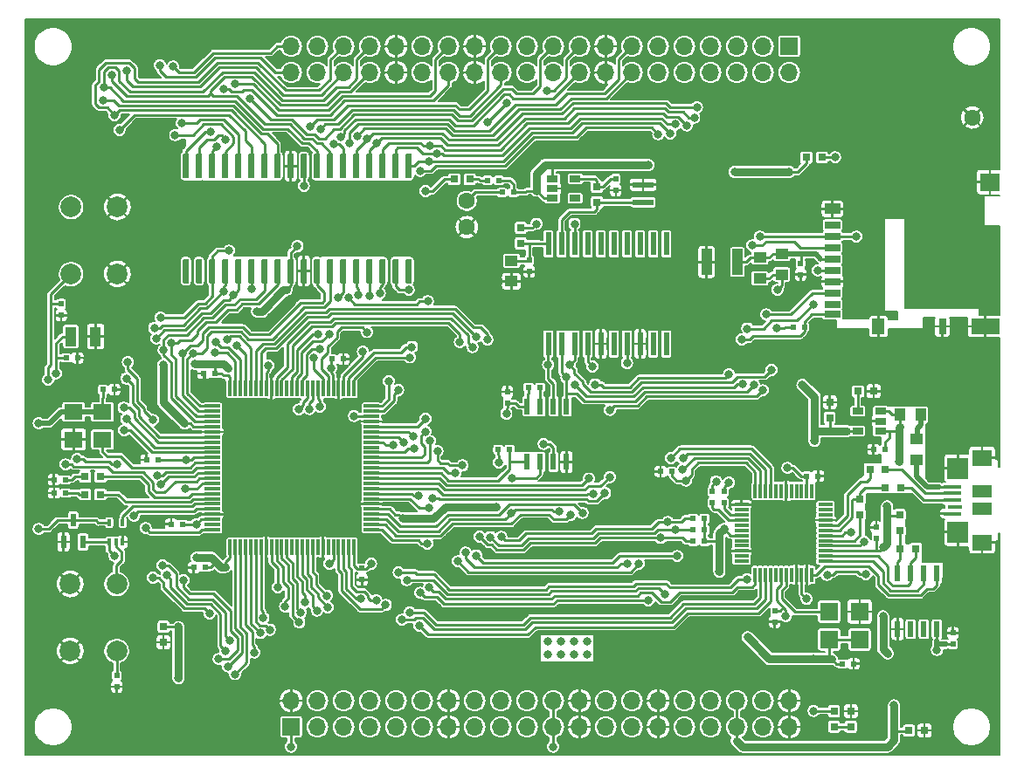
<source format=gtl>
G04 #@! TF.GenerationSoftware,KiCad,Pcbnew,(5.1.2)-1*
G04 #@! TF.CreationDate,2020-06-03T11:36:27+09:00*
G04 #@! TF.ProjectId,o2_breakout,6f325f62-7265-4616-9b6f-75742e6b6963,rev?*
G04 #@! TF.SameCoordinates,Original*
G04 #@! TF.FileFunction,Copper,L1,Top*
G04 #@! TF.FilePolarity,Positive*
%FSLAX46Y46*%
G04 Gerber Fmt 4.6, Leading zero omitted, Abs format (unit mm)*
G04 Created by KiCad (PCBNEW (5.1.2)-1) date 2020-06-03 11:36:27*
%MOMM*%
%LPD*%
G04 APERTURE LIST*
%ADD10R,0.600000X0.500000*%
%ADD11R,1.100000X1.900000*%
%ADD12R,1.060000X0.650000*%
%ADD13R,0.800000X0.750000*%
%ADD14R,1.900000X1.800000*%
%ADD15R,2.800000X1.500000*%
%ADD16R,0.800000X1.500000*%
%ADD17R,1.200000X1.500000*%
%ADD18R,1.500000X1.000000*%
%ADD19R,1.500000X0.700000*%
%ADD20R,1.000000X2.500000*%
%ADD21C,1.600000*%
%ADD22R,0.500000X0.600000*%
%ADD23R,1.250000X1.000000*%
%ADD24R,0.600000X2.250000*%
%ADD25R,1.900000X1.200000*%
%ADD26R,1.750000X0.400000*%
%ADD27R,1.350000X0.400000*%
%ADD28R,1.900000X1.600000*%
%ADD29R,2.000000X2.100000*%
%ADD30C,2.000000*%
%ADD31R,0.600000X1.550000*%
%ADD32C,0.100000*%
%ADD33C,0.600000*%
%ADD34R,0.750000X0.800000*%
%ADD35R,0.400000X0.650000*%
%ADD36R,1.000000X1.250000*%
%ADD37R,1.760000X1.760000*%
%ADD38R,1.400000X0.300000*%
%ADD39R,0.300000X1.400000*%
%ADD40R,0.600000X1.300000*%
%ADD41R,1.800000X1.540000*%
%ADD42R,2.000000X0.600000*%
%ADD43R,1.500000X0.300000*%
%ADD44R,0.300000X1.500000*%
%ADD45R,1.700000X1.700000*%
%ADD46O,1.700000X1.700000*%
%ADD47C,0.800000*%
%ADD48C,0.250000*%
%ADD49C,0.800000*%
%ADD50C,0.500000*%
%ADD51C,0.150000*%
%ADD52C,0.254000*%
G04 APERTURE END LIST*
D10*
X116564500Y-107327700D03*
X115464500Y-107327700D03*
D11*
X108130300Y-89109860D03*
X105720300Y-89109860D03*
D10*
X105256240Y-91191080D03*
X106356240Y-91191080D03*
D12*
X152404900Y-73802200D03*
X152404900Y-74752200D03*
X152404900Y-75702200D03*
X154604900Y-75702200D03*
X154604900Y-73802200D03*
D10*
X147209600Y-73952100D03*
X146109600Y-73952100D03*
D13*
X144374300Y-73863200D03*
X142874300Y-73863200D03*
X176999200Y-71729600D03*
X178499200Y-71729600D03*
D14*
X194776500Y-74136000D03*
D15*
X194326500Y-88136000D03*
D16*
X190176500Y-88136000D03*
D17*
X183976500Y-88136000D03*
D18*
X179526500Y-76736000D03*
D19*
X179526500Y-86936000D03*
X179526500Y-85986000D03*
X179526500Y-84886000D03*
X179526500Y-83786000D03*
X179526500Y-82686000D03*
X179526500Y-81586000D03*
X179526500Y-80486000D03*
X179526500Y-79386000D03*
X179526500Y-78286000D03*
D20*
X170328720Y-81892140D03*
X167328720Y-81892140D03*
D21*
X193065400Y-67868800D03*
X144094200Y-75958700D03*
X144094200Y-78498700D03*
D22*
X110169400Y-121999000D03*
X110169400Y-123099000D03*
D23*
X174604680Y-81095340D03*
X174604680Y-83095340D03*
D10*
X147145920Y-100078540D03*
X148245920Y-100078540D03*
D24*
X151990500Y-89828500D03*
X153260500Y-89828500D03*
X154530500Y-89828500D03*
X155800500Y-89828500D03*
X157070500Y-89828500D03*
X158340500Y-89828500D03*
X159610500Y-89828500D03*
X160880500Y-89828500D03*
X162150500Y-89828500D03*
X163420500Y-89828500D03*
X163420500Y-80128500D03*
X162150500Y-80128500D03*
X160880500Y-80128500D03*
X159610500Y-80128500D03*
X158340500Y-80128500D03*
X157070500Y-80128500D03*
X155800500Y-80128500D03*
X154530500Y-80128500D03*
X153260500Y-80128500D03*
X151990500Y-80128500D03*
D25*
X194038220Y-104143440D03*
X194038220Y-105843440D03*
D26*
X191163220Y-106293440D03*
D27*
X191363220Y-105643440D03*
D26*
X191163220Y-104993440D03*
X191163220Y-104343440D03*
X191163220Y-103693440D03*
D28*
X194038220Y-100893440D03*
X194038220Y-109093440D03*
D29*
X191688220Y-101893440D03*
X191688220Y-108093440D03*
D22*
X169024300Y-105223400D03*
X169024300Y-104123400D03*
X167881300Y-105223400D03*
X167881300Y-104123400D03*
D30*
X110164000Y-119634000D03*
X105664000Y-119634000D03*
X110164000Y-113134000D03*
X105664000Y-113134000D03*
X105736000Y-76555600D03*
X110236000Y-76555600D03*
X105736000Y-83055600D03*
X110236000Y-83055600D03*
D22*
X104797300Y-85952500D03*
X104797300Y-87052500D03*
D31*
X149953980Y-101285020D03*
X151223980Y-101285020D03*
X152493980Y-101285020D03*
X153763980Y-101285020D03*
X153763980Y-95885020D03*
X152493980Y-95885020D03*
X151223980Y-95885020D03*
X149953980Y-95885020D03*
D32*
G36*
X138629703Y-81576722D02*
G01*
X138644264Y-81578882D01*
X138658543Y-81582459D01*
X138672403Y-81587418D01*
X138685710Y-81593712D01*
X138698336Y-81601280D01*
X138710159Y-81610048D01*
X138721066Y-81619934D01*
X138730952Y-81630841D01*
X138739720Y-81642664D01*
X138747288Y-81655290D01*
X138753582Y-81668597D01*
X138758541Y-81682457D01*
X138762118Y-81696736D01*
X138764278Y-81711297D01*
X138765000Y-81726000D01*
X138765000Y-83826000D01*
X138764278Y-83840703D01*
X138762118Y-83855264D01*
X138758541Y-83869543D01*
X138753582Y-83883403D01*
X138747288Y-83896710D01*
X138739720Y-83909336D01*
X138730952Y-83921159D01*
X138721066Y-83932066D01*
X138710159Y-83941952D01*
X138698336Y-83950720D01*
X138685710Y-83958288D01*
X138672403Y-83964582D01*
X138658543Y-83969541D01*
X138644264Y-83973118D01*
X138629703Y-83975278D01*
X138615000Y-83976000D01*
X138315000Y-83976000D01*
X138300297Y-83975278D01*
X138285736Y-83973118D01*
X138271457Y-83969541D01*
X138257597Y-83964582D01*
X138244290Y-83958288D01*
X138231664Y-83950720D01*
X138219841Y-83941952D01*
X138208934Y-83932066D01*
X138199048Y-83921159D01*
X138190280Y-83909336D01*
X138182712Y-83896710D01*
X138176418Y-83883403D01*
X138171459Y-83869543D01*
X138167882Y-83855264D01*
X138165722Y-83840703D01*
X138165000Y-83826000D01*
X138165000Y-81726000D01*
X138165722Y-81711297D01*
X138167882Y-81696736D01*
X138171459Y-81682457D01*
X138176418Y-81668597D01*
X138182712Y-81655290D01*
X138190280Y-81642664D01*
X138199048Y-81630841D01*
X138208934Y-81619934D01*
X138219841Y-81610048D01*
X138231664Y-81601280D01*
X138244290Y-81593712D01*
X138257597Y-81587418D01*
X138271457Y-81582459D01*
X138285736Y-81578882D01*
X138300297Y-81576722D01*
X138315000Y-81576000D01*
X138615000Y-81576000D01*
X138629703Y-81576722D01*
X138629703Y-81576722D01*
G37*
D33*
X138465000Y-82776000D03*
D32*
G36*
X137359703Y-81576722D02*
G01*
X137374264Y-81578882D01*
X137388543Y-81582459D01*
X137402403Y-81587418D01*
X137415710Y-81593712D01*
X137428336Y-81601280D01*
X137440159Y-81610048D01*
X137451066Y-81619934D01*
X137460952Y-81630841D01*
X137469720Y-81642664D01*
X137477288Y-81655290D01*
X137483582Y-81668597D01*
X137488541Y-81682457D01*
X137492118Y-81696736D01*
X137494278Y-81711297D01*
X137495000Y-81726000D01*
X137495000Y-83826000D01*
X137494278Y-83840703D01*
X137492118Y-83855264D01*
X137488541Y-83869543D01*
X137483582Y-83883403D01*
X137477288Y-83896710D01*
X137469720Y-83909336D01*
X137460952Y-83921159D01*
X137451066Y-83932066D01*
X137440159Y-83941952D01*
X137428336Y-83950720D01*
X137415710Y-83958288D01*
X137402403Y-83964582D01*
X137388543Y-83969541D01*
X137374264Y-83973118D01*
X137359703Y-83975278D01*
X137345000Y-83976000D01*
X137045000Y-83976000D01*
X137030297Y-83975278D01*
X137015736Y-83973118D01*
X137001457Y-83969541D01*
X136987597Y-83964582D01*
X136974290Y-83958288D01*
X136961664Y-83950720D01*
X136949841Y-83941952D01*
X136938934Y-83932066D01*
X136929048Y-83921159D01*
X136920280Y-83909336D01*
X136912712Y-83896710D01*
X136906418Y-83883403D01*
X136901459Y-83869543D01*
X136897882Y-83855264D01*
X136895722Y-83840703D01*
X136895000Y-83826000D01*
X136895000Y-81726000D01*
X136895722Y-81711297D01*
X136897882Y-81696736D01*
X136901459Y-81682457D01*
X136906418Y-81668597D01*
X136912712Y-81655290D01*
X136920280Y-81642664D01*
X136929048Y-81630841D01*
X136938934Y-81619934D01*
X136949841Y-81610048D01*
X136961664Y-81601280D01*
X136974290Y-81593712D01*
X136987597Y-81587418D01*
X137001457Y-81582459D01*
X137015736Y-81578882D01*
X137030297Y-81576722D01*
X137045000Y-81576000D01*
X137345000Y-81576000D01*
X137359703Y-81576722D01*
X137359703Y-81576722D01*
G37*
D33*
X137195000Y-82776000D03*
D32*
G36*
X136089703Y-81576722D02*
G01*
X136104264Y-81578882D01*
X136118543Y-81582459D01*
X136132403Y-81587418D01*
X136145710Y-81593712D01*
X136158336Y-81601280D01*
X136170159Y-81610048D01*
X136181066Y-81619934D01*
X136190952Y-81630841D01*
X136199720Y-81642664D01*
X136207288Y-81655290D01*
X136213582Y-81668597D01*
X136218541Y-81682457D01*
X136222118Y-81696736D01*
X136224278Y-81711297D01*
X136225000Y-81726000D01*
X136225000Y-83826000D01*
X136224278Y-83840703D01*
X136222118Y-83855264D01*
X136218541Y-83869543D01*
X136213582Y-83883403D01*
X136207288Y-83896710D01*
X136199720Y-83909336D01*
X136190952Y-83921159D01*
X136181066Y-83932066D01*
X136170159Y-83941952D01*
X136158336Y-83950720D01*
X136145710Y-83958288D01*
X136132403Y-83964582D01*
X136118543Y-83969541D01*
X136104264Y-83973118D01*
X136089703Y-83975278D01*
X136075000Y-83976000D01*
X135775000Y-83976000D01*
X135760297Y-83975278D01*
X135745736Y-83973118D01*
X135731457Y-83969541D01*
X135717597Y-83964582D01*
X135704290Y-83958288D01*
X135691664Y-83950720D01*
X135679841Y-83941952D01*
X135668934Y-83932066D01*
X135659048Y-83921159D01*
X135650280Y-83909336D01*
X135642712Y-83896710D01*
X135636418Y-83883403D01*
X135631459Y-83869543D01*
X135627882Y-83855264D01*
X135625722Y-83840703D01*
X135625000Y-83826000D01*
X135625000Y-81726000D01*
X135625722Y-81711297D01*
X135627882Y-81696736D01*
X135631459Y-81682457D01*
X135636418Y-81668597D01*
X135642712Y-81655290D01*
X135650280Y-81642664D01*
X135659048Y-81630841D01*
X135668934Y-81619934D01*
X135679841Y-81610048D01*
X135691664Y-81601280D01*
X135704290Y-81593712D01*
X135717597Y-81587418D01*
X135731457Y-81582459D01*
X135745736Y-81578882D01*
X135760297Y-81576722D01*
X135775000Y-81576000D01*
X136075000Y-81576000D01*
X136089703Y-81576722D01*
X136089703Y-81576722D01*
G37*
D33*
X135925000Y-82776000D03*
D32*
G36*
X134819703Y-81576722D02*
G01*
X134834264Y-81578882D01*
X134848543Y-81582459D01*
X134862403Y-81587418D01*
X134875710Y-81593712D01*
X134888336Y-81601280D01*
X134900159Y-81610048D01*
X134911066Y-81619934D01*
X134920952Y-81630841D01*
X134929720Y-81642664D01*
X134937288Y-81655290D01*
X134943582Y-81668597D01*
X134948541Y-81682457D01*
X134952118Y-81696736D01*
X134954278Y-81711297D01*
X134955000Y-81726000D01*
X134955000Y-83826000D01*
X134954278Y-83840703D01*
X134952118Y-83855264D01*
X134948541Y-83869543D01*
X134943582Y-83883403D01*
X134937288Y-83896710D01*
X134929720Y-83909336D01*
X134920952Y-83921159D01*
X134911066Y-83932066D01*
X134900159Y-83941952D01*
X134888336Y-83950720D01*
X134875710Y-83958288D01*
X134862403Y-83964582D01*
X134848543Y-83969541D01*
X134834264Y-83973118D01*
X134819703Y-83975278D01*
X134805000Y-83976000D01*
X134505000Y-83976000D01*
X134490297Y-83975278D01*
X134475736Y-83973118D01*
X134461457Y-83969541D01*
X134447597Y-83964582D01*
X134434290Y-83958288D01*
X134421664Y-83950720D01*
X134409841Y-83941952D01*
X134398934Y-83932066D01*
X134389048Y-83921159D01*
X134380280Y-83909336D01*
X134372712Y-83896710D01*
X134366418Y-83883403D01*
X134361459Y-83869543D01*
X134357882Y-83855264D01*
X134355722Y-83840703D01*
X134355000Y-83826000D01*
X134355000Y-81726000D01*
X134355722Y-81711297D01*
X134357882Y-81696736D01*
X134361459Y-81682457D01*
X134366418Y-81668597D01*
X134372712Y-81655290D01*
X134380280Y-81642664D01*
X134389048Y-81630841D01*
X134398934Y-81619934D01*
X134409841Y-81610048D01*
X134421664Y-81601280D01*
X134434290Y-81593712D01*
X134447597Y-81587418D01*
X134461457Y-81582459D01*
X134475736Y-81578882D01*
X134490297Y-81576722D01*
X134505000Y-81576000D01*
X134805000Y-81576000D01*
X134819703Y-81576722D01*
X134819703Y-81576722D01*
G37*
D33*
X134655000Y-82776000D03*
D32*
G36*
X133549703Y-81576722D02*
G01*
X133564264Y-81578882D01*
X133578543Y-81582459D01*
X133592403Y-81587418D01*
X133605710Y-81593712D01*
X133618336Y-81601280D01*
X133630159Y-81610048D01*
X133641066Y-81619934D01*
X133650952Y-81630841D01*
X133659720Y-81642664D01*
X133667288Y-81655290D01*
X133673582Y-81668597D01*
X133678541Y-81682457D01*
X133682118Y-81696736D01*
X133684278Y-81711297D01*
X133685000Y-81726000D01*
X133685000Y-83826000D01*
X133684278Y-83840703D01*
X133682118Y-83855264D01*
X133678541Y-83869543D01*
X133673582Y-83883403D01*
X133667288Y-83896710D01*
X133659720Y-83909336D01*
X133650952Y-83921159D01*
X133641066Y-83932066D01*
X133630159Y-83941952D01*
X133618336Y-83950720D01*
X133605710Y-83958288D01*
X133592403Y-83964582D01*
X133578543Y-83969541D01*
X133564264Y-83973118D01*
X133549703Y-83975278D01*
X133535000Y-83976000D01*
X133235000Y-83976000D01*
X133220297Y-83975278D01*
X133205736Y-83973118D01*
X133191457Y-83969541D01*
X133177597Y-83964582D01*
X133164290Y-83958288D01*
X133151664Y-83950720D01*
X133139841Y-83941952D01*
X133128934Y-83932066D01*
X133119048Y-83921159D01*
X133110280Y-83909336D01*
X133102712Y-83896710D01*
X133096418Y-83883403D01*
X133091459Y-83869543D01*
X133087882Y-83855264D01*
X133085722Y-83840703D01*
X133085000Y-83826000D01*
X133085000Y-81726000D01*
X133085722Y-81711297D01*
X133087882Y-81696736D01*
X133091459Y-81682457D01*
X133096418Y-81668597D01*
X133102712Y-81655290D01*
X133110280Y-81642664D01*
X133119048Y-81630841D01*
X133128934Y-81619934D01*
X133139841Y-81610048D01*
X133151664Y-81601280D01*
X133164290Y-81593712D01*
X133177597Y-81587418D01*
X133191457Y-81582459D01*
X133205736Y-81578882D01*
X133220297Y-81576722D01*
X133235000Y-81576000D01*
X133535000Y-81576000D01*
X133549703Y-81576722D01*
X133549703Y-81576722D01*
G37*
D33*
X133385000Y-82776000D03*
D32*
G36*
X132279703Y-81576722D02*
G01*
X132294264Y-81578882D01*
X132308543Y-81582459D01*
X132322403Y-81587418D01*
X132335710Y-81593712D01*
X132348336Y-81601280D01*
X132360159Y-81610048D01*
X132371066Y-81619934D01*
X132380952Y-81630841D01*
X132389720Y-81642664D01*
X132397288Y-81655290D01*
X132403582Y-81668597D01*
X132408541Y-81682457D01*
X132412118Y-81696736D01*
X132414278Y-81711297D01*
X132415000Y-81726000D01*
X132415000Y-83826000D01*
X132414278Y-83840703D01*
X132412118Y-83855264D01*
X132408541Y-83869543D01*
X132403582Y-83883403D01*
X132397288Y-83896710D01*
X132389720Y-83909336D01*
X132380952Y-83921159D01*
X132371066Y-83932066D01*
X132360159Y-83941952D01*
X132348336Y-83950720D01*
X132335710Y-83958288D01*
X132322403Y-83964582D01*
X132308543Y-83969541D01*
X132294264Y-83973118D01*
X132279703Y-83975278D01*
X132265000Y-83976000D01*
X131965000Y-83976000D01*
X131950297Y-83975278D01*
X131935736Y-83973118D01*
X131921457Y-83969541D01*
X131907597Y-83964582D01*
X131894290Y-83958288D01*
X131881664Y-83950720D01*
X131869841Y-83941952D01*
X131858934Y-83932066D01*
X131849048Y-83921159D01*
X131840280Y-83909336D01*
X131832712Y-83896710D01*
X131826418Y-83883403D01*
X131821459Y-83869543D01*
X131817882Y-83855264D01*
X131815722Y-83840703D01*
X131815000Y-83826000D01*
X131815000Y-81726000D01*
X131815722Y-81711297D01*
X131817882Y-81696736D01*
X131821459Y-81682457D01*
X131826418Y-81668597D01*
X131832712Y-81655290D01*
X131840280Y-81642664D01*
X131849048Y-81630841D01*
X131858934Y-81619934D01*
X131869841Y-81610048D01*
X131881664Y-81601280D01*
X131894290Y-81593712D01*
X131907597Y-81587418D01*
X131921457Y-81582459D01*
X131935736Y-81578882D01*
X131950297Y-81576722D01*
X131965000Y-81576000D01*
X132265000Y-81576000D01*
X132279703Y-81576722D01*
X132279703Y-81576722D01*
G37*
D33*
X132115000Y-82776000D03*
D32*
G36*
X131009703Y-81576722D02*
G01*
X131024264Y-81578882D01*
X131038543Y-81582459D01*
X131052403Y-81587418D01*
X131065710Y-81593712D01*
X131078336Y-81601280D01*
X131090159Y-81610048D01*
X131101066Y-81619934D01*
X131110952Y-81630841D01*
X131119720Y-81642664D01*
X131127288Y-81655290D01*
X131133582Y-81668597D01*
X131138541Y-81682457D01*
X131142118Y-81696736D01*
X131144278Y-81711297D01*
X131145000Y-81726000D01*
X131145000Y-83826000D01*
X131144278Y-83840703D01*
X131142118Y-83855264D01*
X131138541Y-83869543D01*
X131133582Y-83883403D01*
X131127288Y-83896710D01*
X131119720Y-83909336D01*
X131110952Y-83921159D01*
X131101066Y-83932066D01*
X131090159Y-83941952D01*
X131078336Y-83950720D01*
X131065710Y-83958288D01*
X131052403Y-83964582D01*
X131038543Y-83969541D01*
X131024264Y-83973118D01*
X131009703Y-83975278D01*
X130995000Y-83976000D01*
X130695000Y-83976000D01*
X130680297Y-83975278D01*
X130665736Y-83973118D01*
X130651457Y-83969541D01*
X130637597Y-83964582D01*
X130624290Y-83958288D01*
X130611664Y-83950720D01*
X130599841Y-83941952D01*
X130588934Y-83932066D01*
X130579048Y-83921159D01*
X130570280Y-83909336D01*
X130562712Y-83896710D01*
X130556418Y-83883403D01*
X130551459Y-83869543D01*
X130547882Y-83855264D01*
X130545722Y-83840703D01*
X130545000Y-83826000D01*
X130545000Y-81726000D01*
X130545722Y-81711297D01*
X130547882Y-81696736D01*
X130551459Y-81682457D01*
X130556418Y-81668597D01*
X130562712Y-81655290D01*
X130570280Y-81642664D01*
X130579048Y-81630841D01*
X130588934Y-81619934D01*
X130599841Y-81610048D01*
X130611664Y-81601280D01*
X130624290Y-81593712D01*
X130637597Y-81587418D01*
X130651457Y-81582459D01*
X130665736Y-81578882D01*
X130680297Y-81576722D01*
X130695000Y-81576000D01*
X130995000Y-81576000D01*
X131009703Y-81576722D01*
X131009703Y-81576722D01*
G37*
D33*
X130845000Y-82776000D03*
D32*
G36*
X129739703Y-81576722D02*
G01*
X129754264Y-81578882D01*
X129768543Y-81582459D01*
X129782403Y-81587418D01*
X129795710Y-81593712D01*
X129808336Y-81601280D01*
X129820159Y-81610048D01*
X129831066Y-81619934D01*
X129840952Y-81630841D01*
X129849720Y-81642664D01*
X129857288Y-81655290D01*
X129863582Y-81668597D01*
X129868541Y-81682457D01*
X129872118Y-81696736D01*
X129874278Y-81711297D01*
X129875000Y-81726000D01*
X129875000Y-83826000D01*
X129874278Y-83840703D01*
X129872118Y-83855264D01*
X129868541Y-83869543D01*
X129863582Y-83883403D01*
X129857288Y-83896710D01*
X129849720Y-83909336D01*
X129840952Y-83921159D01*
X129831066Y-83932066D01*
X129820159Y-83941952D01*
X129808336Y-83950720D01*
X129795710Y-83958288D01*
X129782403Y-83964582D01*
X129768543Y-83969541D01*
X129754264Y-83973118D01*
X129739703Y-83975278D01*
X129725000Y-83976000D01*
X129425000Y-83976000D01*
X129410297Y-83975278D01*
X129395736Y-83973118D01*
X129381457Y-83969541D01*
X129367597Y-83964582D01*
X129354290Y-83958288D01*
X129341664Y-83950720D01*
X129329841Y-83941952D01*
X129318934Y-83932066D01*
X129309048Y-83921159D01*
X129300280Y-83909336D01*
X129292712Y-83896710D01*
X129286418Y-83883403D01*
X129281459Y-83869543D01*
X129277882Y-83855264D01*
X129275722Y-83840703D01*
X129275000Y-83826000D01*
X129275000Y-81726000D01*
X129275722Y-81711297D01*
X129277882Y-81696736D01*
X129281459Y-81682457D01*
X129286418Y-81668597D01*
X129292712Y-81655290D01*
X129300280Y-81642664D01*
X129309048Y-81630841D01*
X129318934Y-81619934D01*
X129329841Y-81610048D01*
X129341664Y-81601280D01*
X129354290Y-81593712D01*
X129367597Y-81587418D01*
X129381457Y-81582459D01*
X129395736Y-81578882D01*
X129410297Y-81576722D01*
X129425000Y-81576000D01*
X129725000Y-81576000D01*
X129739703Y-81576722D01*
X129739703Y-81576722D01*
G37*
D33*
X129575000Y-82776000D03*
D32*
G36*
X128469703Y-81576722D02*
G01*
X128484264Y-81578882D01*
X128498543Y-81582459D01*
X128512403Y-81587418D01*
X128525710Y-81593712D01*
X128538336Y-81601280D01*
X128550159Y-81610048D01*
X128561066Y-81619934D01*
X128570952Y-81630841D01*
X128579720Y-81642664D01*
X128587288Y-81655290D01*
X128593582Y-81668597D01*
X128598541Y-81682457D01*
X128602118Y-81696736D01*
X128604278Y-81711297D01*
X128605000Y-81726000D01*
X128605000Y-83826000D01*
X128604278Y-83840703D01*
X128602118Y-83855264D01*
X128598541Y-83869543D01*
X128593582Y-83883403D01*
X128587288Y-83896710D01*
X128579720Y-83909336D01*
X128570952Y-83921159D01*
X128561066Y-83932066D01*
X128550159Y-83941952D01*
X128538336Y-83950720D01*
X128525710Y-83958288D01*
X128512403Y-83964582D01*
X128498543Y-83969541D01*
X128484264Y-83973118D01*
X128469703Y-83975278D01*
X128455000Y-83976000D01*
X128155000Y-83976000D01*
X128140297Y-83975278D01*
X128125736Y-83973118D01*
X128111457Y-83969541D01*
X128097597Y-83964582D01*
X128084290Y-83958288D01*
X128071664Y-83950720D01*
X128059841Y-83941952D01*
X128048934Y-83932066D01*
X128039048Y-83921159D01*
X128030280Y-83909336D01*
X128022712Y-83896710D01*
X128016418Y-83883403D01*
X128011459Y-83869543D01*
X128007882Y-83855264D01*
X128005722Y-83840703D01*
X128005000Y-83826000D01*
X128005000Y-81726000D01*
X128005722Y-81711297D01*
X128007882Y-81696736D01*
X128011459Y-81682457D01*
X128016418Y-81668597D01*
X128022712Y-81655290D01*
X128030280Y-81642664D01*
X128039048Y-81630841D01*
X128048934Y-81619934D01*
X128059841Y-81610048D01*
X128071664Y-81601280D01*
X128084290Y-81593712D01*
X128097597Y-81587418D01*
X128111457Y-81582459D01*
X128125736Y-81578882D01*
X128140297Y-81576722D01*
X128155000Y-81576000D01*
X128455000Y-81576000D01*
X128469703Y-81576722D01*
X128469703Y-81576722D01*
G37*
D33*
X128305000Y-82776000D03*
D32*
G36*
X127199703Y-81576722D02*
G01*
X127214264Y-81578882D01*
X127228543Y-81582459D01*
X127242403Y-81587418D01*
X127255710Y-81593712D01*
X127268336Y-81601280D01*
X127280159Y-81610048D01*
X127291066Y-81619934D01*
X127300952Y-81630841D01*
X127309720Y-81642664D01*
X127317288Y-81655290D01*
X127323582Y-81668597D01*
X127328541Y-81682457D01*
X127332118Y-81696736D01*
X127334278Y-81711297D01*
X127335000Y-81726000D01*
X127335000Y-83826000D01*
X127334278Y-83840703D01*
X127332118Y-83855264D01*
X127328541Y-83869543D01*
X127323582Y-83883403D01*
X127317288Y-83896710D01*
X127309720Y-83909336D01*
X127300952Y-83921159D01*
X127291066Y-83932066D01*
X127280159Y-83941952D01*
X127268336Y-83950720D01*
X127255710Y-83958288D01*
X127242403Y-83964582D01*
X127228543Y-83969541D01*
X127214264Y-83973118D01*
X127199703Y-83975278D01*
X127185000Y-83976000D01*
X126885000Y-83976000D01*
X126870297Y-83975278D01*
X126855736Y-83973118D01*
X126841457Y-83969541D01*
X126827597Y-83964582D01*
X126814290Y-83958288D01*
X126801664Y-83950720D01*
X126789841Y-83941952D01*
X126778934Y-83932066D01*
X126769048Y-83921159D01*
X126760280Y-83909336D01*
X126752712Y-83896710D01*
X126746418Y-83883403D01*
X126741459Y-83869543D01*
X126737882Y-83855264D01*
X126735722Y-83840703D01*
X126735000Y-83826000D01*
X126735000Y-81726000D01*
X126735722Y-81711297D01*
X126737882Y-81696736D01*
X126741459Y-81682457D01*
X126746418Y-81668597D01*
X126752712Y-81655290D01*
X126760280Y-81642664D01*
X126769048Y-81630841D01*
X126778934Y-81619934D01*
X126789841Y-81610048D01*
X126801664Y-81601280D01*
X126814290Y-81593712D01*
X126827597Y-81587418D01*
X126841457Y-81582459D01*
X126855736Y-81578882D01*
X126870297Y-81576722D01*
X126885000Y-81576000D01*
X127185000Y-81576000D01*
X127199703Y-81576722D01*
X127199703Y-81576722D01*
G37*
D33*
X127035000Y-82776000D03*
D32*
G36*
X125929703Y-81576722D02*
G01*
X125944264Y-81578882D01*
X125958543Y-81582459D01*
X125972403Y-81587418D01*
X125985710Y-81593712D01*
X125998336Y-81601280D01*
X126010159Y-81610048D01*
X126021066Y-81619934D01*
X126030952Y-81630841D01*
X126039720Y-81642664D01*
X126047288Y-81655290D01*
X126053582Y-81668597D01*
X126058541Y-81682457D01*
X126062118Y-81696736D01*
X126064278Y-81711297D01*
X126065000Y-81726000D01*
X126065000Y-83826000D01*
X126064278Y-83840703D01*
X126062118Y-83855264D01*
X126058541Y-83869543D01*
X126053582Y-83883403D01*
X126047288Y-83896710D01*
X126039720Y-83909336D01*
X126030952Y-83921159D01*
X126021066Y-83932066D01*
X126010159Y-83941952D01*
X125998336Y-83950720D01*
X125985710Y-83958288D01*
X125972403Y-83964582D01*
X125958543Y-83969541D01*
X125944264Y-83973118D01*
X125929703Y-83975278D01*
X125915000Y-83976000D01*
X125615000Y-83976000D01*
X125600297Y-83975278D01*
X125585736Y-83973118D01*
X125571457Y-83969541D01*
X125557597Y-83964582D01*
X125544290Y-83958288D01*
X125531664Y-83950720D01*
X125519841Y-83941952D01*
X125508934Y-83932066D01*
X125499048Y-83921159D01*
X125490280Y-83909336D01*
X125482712Y-83896710D01*
X125476418Y-83883403D01*
X125471459Y-83869543D01*
X125467882Y-83855264D01*
X125465722Y-83840703D01*
X125465000Y-83826000D01*
X125465000Y-81726000D01*
X125465722Y-81711297D01*
X125467882Y-81696736D01*
X125471459Y-81682457D01*
X125476418Y-81668597D01*
X125482712Y-81655290D01*
X125490280Y-81642664D01*
X125499048Y-81630841D01*
X125508934Y-81619934D01*
X125519841Y-81610048D01*
X125531664Y-81601280D01*
X125544290Y-81593712D01*
X125557597Y-81587418D01*
X125571457Y-81582459D01*
X125585736Y-81578882D01*
X125600297Y-81576722D01*
X125615000Y-81576000D01*
X125915000Y-81576000D01*
X125929703Y-81576722D01*
X125929703Y-81576722D01*
G37*
D33*
X125765000Y-82776000D03*
D32*
G36*
X124659703Y-81576722D02*
G01*
X124674264Y-81578882D01*
X124688543Y-81582459D01*
X124702403Y-81587418D01*
X124715710Y-81593712D01*
X124728336Y-81601280D01*
X124740159Y-81610048D01*
X124751066Y-81619934D01*
X124760952Y-81630841D01*
X124769720Y-81642664D01*
X124777288Y-81655290D01*
X124783582Y-81668597D01*
X124788541Y-81682457D01*
X124792118Y-81696736D01*
X124794278Y-81711297D01*
X124795000Y-81726000D01*
X124795000Y-83826000D01*
X124794278Y-83840703D01*
X124792118Y-83855264D01*
X124788541Y-83869543D01*
X124783582Y-83883403D01*
X124777288Y-83896710D01*
X124769720Y-83909336D01*
X124760952Y-83921159D01*
X124751066Y-83932066D01*
X124740159Y-83941952D01*
X124728336Y-83950720D01*
X124715710Y-83958288D01*
X124702403Y-83964582D01*
X124688543Y-83969541D01*
X124674264Y-83973118D01*
X124659703Y-83975278D01*
X124645000Y-83976000D01*
X124345000Y-83976000D01*
X124330297Y-83975278D01*
X124315736Y-83973118D01*
X124301457Y-83969541D01*
X124287597Y-83964582D01*
X124274290Y-83958288D01*
X124261664Y-83950720D01*
X124249841Y-83941952D01*
X124238934Y-83932066D01*
X124229048Y-83921159D01*
X124220280Y-83909336D01*
X124212712Y-83896710D01*
X124206418Y-83883403D01*
X124201459Y-83869543D01*
X124197882Y-83855264D01*
X124195722Y-83840703D01*
X124195000Y-83826000D01*
X124195000Y-81726000D01*
X124195722Y-81711297D01*
X124197882Y-81696736D01*
X124201459Y-81682457D01*
X124206418Y-81668597D01*
X124212712Y-81655290D01*
X124220280Y-81642664D01*
X124229048Y-81630841D01*
X124238934Y-81619934D01*
X124249841Y-81610048D01*
X124261664Y-81601280D01*
X124274290Y-81593712D01*
X124287597Y-81587418D01*
X124301457Y-81582459D01*
X124315736Y-81578882D01*
X124330297Y-81576722D01*
X124345000Y-81576000D01*
X124645000Y-81576000D01*
X124659703Y-81576722D01*
X124659703Y-81576722D01*
G37*
D33*
X124495000Y-82776000D03*
D32*
G36*
X123389703Y-81576722D02*
G01*
X123404264Y-81578882D01*
X123418543Y-81582459D01*
X123432403Y-81587418D01*
X123445710Y-81593712D01*
X123458336Y-81601280D01*
X123470159Y-81610048D01*
X123481066Y-81619934D01*
X123490952Y-81630841D01*
X123499720Y-81642664D01*
X123507288Y-81655290D01*
X123513582Y-81668597D01*
X123518541Y-81682457D01*
X123522118Y-81696736D01*
X123524278Y-81711297D01*
X123525000Y-81726000D01*
X123525000Y-83826000D01*
X123524278Y-83840703D01*
X123522118Y-83855264D01*
X123518541Y-83869543D01*
X123513582Y-83883403D01*
X123507288Y-83896710D01*
X123499720Y-83909336D01*
X123490952Y-83921159D01*
X123481066Y-83932066D01*
X123470159Y-83941952D01*
X123458336Y-83950720D01*
X123445710Y-83958288D01*
X123432403Y-83964582D01*
X123418543Y-83969541D01*
X123404264Y-83973118D01*
X123389703Y-83975278D01*
X123375000Y-83976000D01*
X123075000Y-83976000D01*
X123060297Y-83975278D01*
X123045736Y-83973118D01*
X123031457Y-83969541D01*
X123017597Y-83964582D01*
X123004290Y-83958288D01*
X122991664Y-83950720D01*
X122979841Y-83941952D01*
X122968934Y-83932066D01*
X122959048Y-83921159D01*
X122950280Y-83909336D01*
X122942712Y-83896710D01*
X122936418Y-83883403D01*
X122931459Y-83869543D01*
X122927882Y-83855264D01*
X122925722Y-83840703D01*
X122925000Y-83826000D01*
X122925000Y-81726000D01*
X122925722Y-81711297D01*
X122927882Y-81696736D01*
X122931459Y-81682457D01*
X122936418Y-81668597D01*
X122942712Y-81655290D01*
X122950280Y-81642664D01*
X122959048Y-81630841D01*
X122968934Y-81619934D01*
X122979841Y-81610048D01*
X122991664Y-81601280D01*
X123004290Y-81593712D01*
X123017597Y-81587418D01*
X123031457Y-81582459D01*
X123045736Y-81578882D01*
X123060297Y-81576722D01*
X123075000Y-81576000D01*
X123375000Y-81576000D01*
X123389703Y-81576722D01*
X123389703Y-81576722D01*
G37*
D33*
X123225000Y-82776000D03*
D32*
G36*
X122119703Y-81576722D02*
G01*
X122134264Y-81578882D01*
X122148543Y-81582459D01*
X122162403Y-81587418D01*
X122175710Y-81593712D01*
X122188336Y-81601280D01*
X122200159Y-81610048D01*
X122211066Y-81619934D01*
X122220952Y-81630841D01*
X122229720Y-81642664D01*
X122237288Y-81655290D01*
X122243582Y-81668597D01*
X122248541Y-81682457D01*
X122252118Y-81696736D01*
X122254278Y-81711297D01*
X122255000Y-81726000D01*
X122255000Y-83826000D01*
X122254278Y-83840703D01*
X122252118Y-83855264D01*
X122248541Y-83869543D01*
X122243582Y-83883403D01*
X122237288Y-83896710D01*
X122229720Y-83909336D01*
X122220952Y-83921159D01*
X122211066Y-83932066D01*
X122200159Y-83941952D01*
X122188336Y-83950720D01*
X122175710Y-83958288D01*
X122162403Y-83964582D01*
X122148543Y-83969541D01*
X122134264Y-83973118D01*
X122119703Y-83975278D01*
X122105000Y-83976000D01*
X121805000Y-83976000D01*
X121790297Y-83975278D01*
X121775736Y-83973118D01*
X121761457Y-83969541D01*
X121747597Y-83964582D01*
X121734290Y-83958288D01*
X121721664Y-83950720D01*
X121709841Y-83941952D01*
X121698934Y-83932066D01*
X121689048Y-83921159D01*
X121680280Y-83909336D01*
X121672712Y-83896710D01*
X121666418Y-83883403D01*
X121661459Y-83869543D01*
X121657882Y-83855264D01*
X121655722Y-83840703D01*
X121655000Y-83826000D01*
X121655000Y-81726000D01*
X121655722Y-81711297D01*
X121657882Y-81696736D01*
X121661459Y-81682457D01*
X121666418Y-81668597D01*
X121672712Y-81655290D01*
X121680280Y-81642664D01*
X121689048Y-81630841D01*
X121698934Y-81619934D01*
X121709841Y-81610048D01*
X121721664Y-81601280D01*
X121734290Y-81593712D01*
X121747597Y-81587418D01*
X121761457Y-81582459D01*
X121775736Y-81578882D01*
X121790297Y-81576722D01*
X121805000Y-81576000D01*
X122105000Y-81576000D01*
X122119703Y-81576722D01*
X122119703Y-81576722D01*
G37*
D33*
X121955000Y-82776000D03*
D32*
G36*
X120849703Y-81576722D02*
G01*
X120864264Y-81578882D01*
X120878543Y-81582459D01*
X120892403Y-81587418D01*
X120905710Y-81593712D01*
X120918336Y-81601280D01*
X120930159Y-81610048D01*
X120941066Y-81619934D01*
X120950952Y-81630841D01*
X120959720Y-81642664D01*
X120967288Y-81655290D01*
X120973582Y-81668597D01*
X120978541Y-81682457D01*
X120982118Y-81696736D01*
X120984278Y-81711297D01*
X120985000Y-81726000D01*
X120985000Y-83826000D01*
X120984278Y-83840703D01*
X120982118Y-83855264D01*
X120978541Y-83869543D01*
X120973582Y-83883403D01*
X120967288Y-83896710D01*
X120959720Y-83909336D01*
X120950952Y-83921159D01*
X120941066Y-83932066D01*
X120930159Y-83941952D01*
X120918336Y-83950720D01*
X120905710Y-83958288D01*
X120892403Y-83964582D01*
X120878543Y-83969541D01*
X120864264Y-83973118D01*
X120849703Y-83975278D01*
X120835000Y-83976000D01*
X120535000Y-83976000D01*
X120520297Y-83975278D01*
X120505736Y-83973118D01*
X120491457Y-83969541D01*
X120477597Y-83964582D01*
X120464290Y-83958288D01*
X120451664Y-83950720D01*
X120439841Y-83941952D01*
X120428934Y-83932066D01*
X120419048Y-83921159D01*
X120410280Y-83909336D01*
X120402712Y-83896710D01*
X120396418Y-83883403D01*
X120391459Y-83869543D01*
X120387882Y-83855264D01*
X120385722Y-83840703D01*
X120385000Y-83826000D01*
X120385000Y-81726000D01*
X120385722Y-81711297D01*
X120387882Y-81696736D01*
X120391459Y-81682457D01*
X120396418Y-81668597D01*
X120402712Y-81655290D01*
X120410280Y-81642664D01*
X120419048Y-81630841D01*
X120428934Y-81619934D01*
X120439841Y-81610048D01*
X120451664Y-81601280D01*
X120464290Y-81593712D01*
X120477597Y-81587418D01*
X120491457Y-81582459D01*
X120505736Y-81578882D01*
X120520297Y-81576722D01*
X120535000Y-81576000D01*
X120835000Y-81576000D01*
X120849703Y-81576722D01*
X120849703Y-81576722D01*
G37*
D33*
X120685000Y-82776000D03*
D32*
G36*
X119579703Y-81576722D02*
G01*
X119594264Y-81578882D01*
X119608543Y-81582459D01*
X119622403Y-81587418D01*
X119635710Y-81593712D01*
X119648336Y-81601280D01*
X119660159Y-81610048D01*
X119671066Y-81619934D01*
X119680952Y-81630841D01*
X119689720Y-81642664D01*
X119697288Y-81655290D01*
X119703582Y-81668597D01*
X119708541Y-81682457D01*
X119712118Y-81696736D01*
X119714278Y-81711297D01*
X119715000Y-81726000D01*
X119715000Y-83826000D01*
X119714278Y-83840703D01*
X119712118Y-83855264D01*
X119708541Y-83869543D01*
X119703582Y-83883403D01*
X119697288Y-83896710D01*
X119689720Y-83909336D01*
X119680952Y-83921159D01*
X119671066Y-83932066D01*
X119660159Y-83941952D01*
X119648336Y-83950720D01*
X119635710Y-83958288D01*
X119622403Y-83964582D01*
X119608543Y-83969541D01*
X119594264Y-83973118D01*
X119579703Y-83975278D01*
X119565000Y-83976000D01*
X119265000Y-83976000D01*
X119250297Y-83975278D01*
X119235736Y-83973118D01*
X119221457Y-83969541D01*
X119207597Y-83964582D01*
X119194290Y-83958288D01*
X119181664Y-83950720D01*
X119169841Y-83941952D01*
X119158934Y-83932066D01*
X119149048Y-83921159D01*
X119140280Y-83909336D01*
X119132712Y-83896710D01*
X119126418Y-83883403D01*
X119121459Y-83869543D01*
X119117882Y-83855264D01*
X119115722Y-83840703D01*
X119115000Y-83826000D01*
X119115000Y-81726000D01*
X119115722Y-81711297D01*
X119117882Y-81696736D01*
X119121459Y-81682457D01*
X119126418Y-81668597D01*
X119132712Y-81655290D01*
X119140280Y-81642664D01*
X119149048Y-81630841D01*
X119158934Y-81619934D01*
X119169841Y-81610048D01*
X119181664Y-81601280D01*
X119194290Y-81593712D01*
X119207597Y-81587418D01*
X119221457Y-81582459D01*
X119235736Y-81578882D01*
X119250297Y-81576722D01*
X119265000Y-81576000D01*
X119565000Y-81576000D01*
X119579703Y-81576722D01*
X119579703Y-81576722D01*
G37*
D33*
X119415000Y-82776000D03*
D32*
G36*
X118309703Y-81576722D02*
G01*
X118324264Y-81578882D01*
X118338543Y-81582459D01*
X118352403Y-81587418D01*
X118365710Y-81593712D01*
X118378336Y-81601280D01*
X118390159Y-81610048D01*
X118401066Y-81619934D01*
X118410952Y-81630841D01*
X118419720Y-81642664D01*
X118427288Y-81655290D01*
X118433582Y-81668597D01*
X118438541Y-81682457D01*
X118442118Y-81696736D01*
X118444278Y-81711297D01*
X118445000Y-81726000D01*
X118445000Y-83826000D01*
X118444278Y-83840703D01*
X118442118Y-83855264D01*
X118438541Y-83869543D01*
X118433582Y-83883403D01*
X118427288Y-83896710D01*
X118419720Y-83909336D01*
X118410952Y-83921159D01*
X118401066Y-83932066D01*
X118390159Y-83941952D01*
X118378336Y-83950720D01*
X118365710Y-83958288D01*
X118352403Y-83964582D01*
X118338543Y-83969541D01*
X118324264Y-83973118D01*
X118309703Y-83975278D01*
X118295000Y-83976000D01*
X117995000Y-83976000D01*
X117980297Y-83975278D01*
X117965736Y-83973118D01*
X117951457Y-83969541D01*
X117937597Y-83964582D01*
X117924290Y-83958288D01*
X117911664Y-83950720D01*
X117899841Y-83941952D01*
X117888934Y-83932066D01*
X117879048Y-83921159D01*
X117870280Y-83909336D01*
X117862712Y-83896710D01*
X117856418Y-83883403D01*
X117851459Y-83869543D01*
X117847882Y-83855264D01*
X117845722Y-83840703D01*
X117845000Y-83826000D01*
X117845000Y-81726000D01*
X117845722Y-81711297D01*
X117847882Y-81696736D01*
X117851459Y-81682457D01*
X117856418Y-81668597D01*
X117862712Y-81655290D01*
X117870280Y-81642664D01*
X117879048Y-81630841D01*
X117888934Y-81619934D01*
X117899841Y-81610048D01*
X117911664Y-81601280D01*
X117924290Y-81593712D01*
X117937597Y-81587418D01*
X117951457Y-81582459D01*
X117965736Y-81578882D01*
X117980297Y-81576722D01*
X117995000Y-81576000D01*
X118295000Y-81576000D01*
X118309703Y-81576722D01*
X118309703Y-81576722D01*
G37*
D33*
X118145000Y-82776000D03*
D32*
G36*
X117039703Y-81576722D02*
G01*
X117054264Y-81578882D01*
X117068543Y-81582459D01*
X117082403Y-81587418D01*
X117095710Y-81593712D01*
X117108336Y-81601280D01*
X117120159Y-81610048D01*
X117131066Y-81619934D01*
X117140952Y-81630841D01*
X117149720Y-81642664D01*
X117157288Y-81655290D01*
X117163582Y-81668597D01*
X117168541Y-81682457D01*
X117172118Y-81696736D01*
X117174278Y-81711297D01*
X117175000Y-81726000D01*
X117175000Y-83826000D01*
X117174278Y-83840703D01*
X117172118Y-83855264D01*
X117168541Y-83869543D01*
X117163582Y-83883403D01*
X117157288Y-83896710D01*
X117149720Y-83909336D01*
X117140952Y-83921159D01*
X117131066Y-83932066D01*
X117120159Y-83941952D01*
X117108336Y-83950720D01*
X117095710Y-83958288D01*
X117082403Y-83964582D01*
X117068543Y-83969541D01*
X117054264Y-83973118D01*
X117039703Y-83975278D01*
X117025000Y-83976000D01*
X116725000Y-83976000D01*
X116710297Y-83975278D01*
X116695736Y-83973118D01*
X116681457Y-83969541D01*
X116667597Y-83964582D01*
X116654290Y-83958288D01*
X116641664Y-83950720D01*
X116629841Y-83941952D01*
X116618934Y-83932066D01*
X116609048Y-83921159D01*
X116600280Y-83909336D01*
X116592712Y-83896710D01*
X116586418Y-83883403D01*
X116581459Y-83869543D01*
X116577882Y-83855264D01*
X116575722Y-83840703D01*
X116575000Y-83826000D01*
X116575000Y-81726000D01*
X116575722Y-81711297D01*
X116577882Y-81696736D01*
X116581459Y-81682457D01*
X116586418Y-81668597D01*
X116592712Y-81655290D01*
X116600280Y-81642664D01*
X116609048Y-81630841D01*
X116618934Y-81619934D01*
X116629841Y-81610048D01*
X116641664Y-81601280D01*
X116654290Y-81593712D01*
X116667597Y-81587418D01*
X116681457Y-81582459D01*
X116695736Y-81578882D01*
X116710297Y-81576722D01*
X116725000Y-81576000D01*
X117025000Y-81576000D01*
X117039703Y-81576722D01*
X117039703Y-81576722D01*
G37*
D33*
X116875000Y-82776000D03*
D32*
G36*
X117039703Y-71376722D02*
G01*
X117054264Y-71378882D01*
X117068543Y-71382459D01*
X117082403Y-71387418D01*
X117095710Y-71393712D01*
X117108336Y-71401280D01*
X117120159Y-71410048D01*
X117131066Y-71419934D01*
X117140952Y-71430841D01*
X117149720Y-71442664D01*
X117157288Y-71455290D01*
X117163582Y-71468597D01*
X117168541Y-71482457D01*
X117172118Y-71496736D01*
X117174278Y-71511297D01*
X117175000Y-71526000D01*
X117175000Y-73626000D01*
X117174278Y-73640703D01*
X117172118Y-73655264D01*
X117168541Y-73669543D01*
X117163582Y-73683403D01*
X117157288Y-73696710D01*
X117149720Y-73709336D01*
X117140952Y-73721159D01*
X117131066Y-73732066D01*
X117120159Y-73741952D01*
X117108336Y-73750720D01*
X117095710Y-73758288D01*
X117082403Y-73764582D01*
X117068543Y-73769541D01*
X117054264Y-73773118D01*
X117039703Y-73775278D01*
X117025000Y-73776000D01*
X116725000Y-73776000D01*
X116710297Y-73775278D01*
X116695736Y-73773118D01*
X116681457Y-73769541D01*
X116667597Y-73764582D01*
X116654290Y-73758288D01*
X116641664Y-73750720D01*
X116629841Y-73741952D01*
X116618934Y-73732066D01*
X116609048Y-73721159D01*
X116600280Y-73709336D01*
X116592712Y-73696710D01*
X116586418Y-73683403D01*
X116581459Y-73669543D01*
X116577882Y-73655264D01*
X116575722Y-73640703D01*
X116575000Y-73626000D01*
X116575000Y-71526000D01*
X116575722Y-71511297D01*
X116577882Y-71496736D01*
X116581459Y-71482457D01*
X116586418Y-71468597D01*
X116592712Y-71455290D01*
X116600280Y-71442664D01*
X116609048Y-71430841D01*
X116618934Y-71419934D01*
X116629841Y-71410048D01*
X116641664Y-71401280D01*
X116654290Y-71393712D01*
X116667597Y-71387418D01*
X116681457Y-71382459D01*
X116695736Y-71378882D01*
X116710297Y-71376722D01*
X116725000Y-71376000D01*
X117025000Y-71376000D01*
X117039703Y-71376722D01*
X117039703Y-71376722D01*
G37*
D33*
X116875000Y-72576000D03*
D32*
G36*
X118309703Y-71376722D02*
G01*
X118324264Y-71378882D01*
X118338543Y-71382459D01*
X118352403Y-71387418D01*
X118365710Y-71393712D01*
X118378336Y-71401280D01*
X118390159Y-71410048D01*
X118401066Y-71419934D01*
X118410952Y-71430841D01*
X118419720Y-71442664D01*
X118427288Y-71455290D01*
X118433582Y-71468597D01*
X118438541Y-71482457D01*
X118442118Y-71496736D01*
X118444278Y-71511297D01*
X118445000Y-71526000D01*
X118445000Y-73626000D01*
X118444278Y-73640703D01*
X118442118Y-73655264D01*
X118438541Y-73669543D01*
X118433582Y-73683403D01*
X118427288Y-73696710D01*
X118419720Y-73709336D01*
X118410952Y-73721159D01*
X118401066Y-73732066D01*
X118390159Y-73741952D01*
X118378336Y-73750720D01*
X118365710Y-73758288D01*
X118352403Y-73764582D01*
X118338543Y-73769541D01*
X118324264Y-73773118D01*
X118309703Y-73775278D01*
X118295000Y-73776000D01*
X117995000Y-73776000D01*
X117980297Y-73775278D01*
X117965736Y-73773118D01*
X117951457Y-73769541D01*
X117937597Y-73764582D01*
X117924290Y-73758288D01*
X117911664Y-73750720D01*
X117899841Y-73741952D01*
X117888934Y-73732066D01*
X117879048Y-73721159D01*
X117870280Y-73709336D01*
X117862712Y-73696710D01*
X117856418Y-73683403D01*
X117851459Y-73669543D01*
X117847882Y-73655264D01*
X117845722Y-73640703D01*
X117845000Y-73626000D01*
X117845000Y-71526000D01*
X117845722Y-71511297D01*
X117847882Y-71496736D01*
X117851459Y-71482457D01*
X117856418Y-71468597D01*
X117862712Y-71455290D01*
X117870280Y-71442664D01*
X117879048Y-71430841D01*
X117888934Y-71419934D01*
X117899841Y-71410048D01*
X117911664Y-71401280D01*
X117924290Y-71393712D01*
X117937597Y-71387418D01*
X117951457Y-71382459D01*
X117965736Y-71378882D01*
X117980297Y-71376722D01*
X117995000Y-71376000D01*
X118295000Y-71376000D01*
X118309703Y-71376722D01*
X118309703Y-71376722D01*
G37*
D33*
X118145000Y-72576000D03*
D32*
G36*
X119579703Y-71376722D02*
G01*
X119594264Y-71378882D01*
X119608543Y-71382459D01*
X119622403Y-71387418D01*
X119635710Y-71393712D01*
X119648336Y-71401280D01*
X119660159Y-71410048D01*
X119671066Y-71419934D01*
X119680952Y-71430841D01*
X119689720Y-71442664D01*
X119697288Y-71455290D01*
X119703582Y-71468597D01*
X119708541Y-71482457D01*
X119712118Y-71496736D01*
X119714278Y-71511297D01*
X119715000Y-71526000D01*
X119715000Y-73626000D01*
X119714278Y-73640703D01*
X119712118Y-73655264D01*
X119708541Y-73669543D01*
X119703582Y-73683403D01*
X119697288Y-73696710D01*
X119689720Y-73709336D01*
X119680952Y-73721159D01*
X119671066Y-73732066D01*
X119660159Y-73741952D01*
X119648336Y-73750720D01*
X119635710Y-73758288D01*
X119622403Y-73764582D01*
X119608543Y-73769541D01*
X119594264Y-73773118D01*
X119579703Y-73775278D01*
X119565000Y-73776000D01*
X119265000Y-73776000D01*
X119250297Y-73775278D01*
X119235736Y-73773118D01*
X119221457Y-73769541D01*
X119207597Y-73764582D01*
X119194290Y-73758288D01*
X119181664Y-73750720D01*
X119169841Y-73741952D01*
X119158934Y-73732066D01*
X119149048Y-73721159D01*
X119140280Y-73709336D01*
X119132712Y-73696710D01*
X119126418Y-73683403D01*
X119121459Y-73669543D01*
X119117882Y-73655264D01*
X119115722Y-73640703D01*
X119115000Y-73626000D01*
X119115000Y-71526000D01*
X119115722Y-71511297D01*
X119117882Y-71496736D01*
X119121459Y-71482457D01*
X119126418Y-71468597D01*
X119132712Y-71455290D01*
X119140280Y-71442664D01*
X119149048Y-71430841D01*
X119158934Y-71419934D01*
X119169841Y-71410048D01*
X119181664Y-71401280D01*
X119194290Y-71393712D01*
X119207597Y-71387418D01*
X119221457Y-71382459D01*
X119235736Y-71378882D01*
X119250297Y-71376722D01*
X119265000Y-71376000D01*
X119565000Y-71376000D01*
X119579703Y-71376722D01*
X119579703Y-71376722D01*
G37*
D33*
X119415000Y-72576000D03*
D32*
G36*
X120849703Y-71376722D02*
G01*
X120864264Y-71378882D01*
X120878543Y-71382459D01*
X120892403Y-71387418D01*
X120905710Y-71393712D01*
X120918336Y-71401280D01*
X120930159Y-71410048D01*
X120941066Y-71419934D01*
X120950952Y-71430841D01*
X120959720Y-71442664D01*
X120967288Y-71455290D01*
X120973582Y-71468597D01*
X120978541Y-71482457D01*
X120982118Y-71496736D01*
X120984278Y-71511297D01*
X120985000Y-71526000D01*
X120985000Y-73626000D01*
X120984278Y-73640703D01*
X120982118Y-73655264D01*
X120978541Y-73669543D01*
X120973582Y-73683403D01*
X120967288Y-73696710D01*
X120959720Y-73709336D01*
X120950952Y-73721159D01*
X120941066Y-73732066D01*
X120930159Y-73741952D01*
X120918336Y-73750720D01*
X120905710Y-73758288D01*
X120892403Y-73764582D01*
X120878543Y-73769541D01*
X120864264Y-73773118D01*
X120849703Y-73775278D01*
X120835000Y-73776000D01*
X120535000Y-73776000D01*
X120520297Y-73775278D01*
X120505736Y-73773118D01*
X120491457Y-73769541D01*
X120477597Y-73764582D01*
X120464290Y-73758288D01*
X120451664Y-73750720D01*
X120439841Y-73741952D01*
X120428934Y-73732066D01*
X120419048Y-73721159D01*
X120410280Y-73709336D01*
X120402712Y-73696710D01*
X120396418Y-73683403D01*
X120391459Y-73669543D01*
X120387882Y-73655264D01*
X120385722Y-73640703D01*
X120385000Y-73626000D01*
X120385000Y-71526000D01*
X120385722Y-71511297D01*
X120387882Y-71496736D01*
X120391459Y-71482457D01*
X120396418Y-71468597D01*
X120402712Y-71455290D01*
X120410280Y-71442664D01*
X120419048Y-71430841D01*
X120428934Y-71419934D01*
X120439841Y-71410048D01*
X120451664Y-71401280D01*
X120464290Y-71393712D01*
X120477597Y-71387418D01*
X120491457Y-71382459D01*
X120505736Y-71378882D01*
X120520297Y-71376722D01*
X120535000Y-71376000D01*
X120835000Y-71376000D01*
X120849703Y-71376722D01*
X120849703Y-71376722D01*
G37*
D33*
X120685000Y-72576000D03*
D32*
G36*
X122119703Y-71376722D02*
G01*
X122134264Y-71378882D01*
X122148543Y-71382459D01*
X122162403Y-71387418D01*
X122175710Y-71393712D01*
X122188336Y-71401280D01*
X122200159Y-71410048D01*
X122211066Y-71419934D01*
X122220952Y-71430841D01*
X122229720Y-71442664D01*
X122237288Y-71455290D01*
X122243582Y-71468597D01*
X122248541Y-71482457D01*
X122252118Y-71496736D01*
X122254278Y-71511297D01*
X122255000Y-71526000D01*
X122255000Y-73626000D01*
X122254278Y-73640703D01*
X122252118Y-73655264D01*
X122248541Y-73669543D01*
X122243582Y-73683403D01*
X122237288Y-73696710D01*
X122229720Y-73709336D01*
X122220952Y-73721159D01*
X122211066Y-73732066D01*
X122200159Y-73741952D01*
X122188336Y-73750720D01*
X122175710Y-73758288D01*
X122162403Y-73764582D01*
X122148543Y-73769541D01*
X122134264Y-73773118D01*
X122119703Y-73775278D01*
X122105000Y-73776000D01*
X121805000Y-73776000D01*
X121790297Y-73775278D01*
X121775736Y-73773118D01*
X121761457Y-73769541D01*
X121747597Y-73764582D01*
X121734290Y-73758288D01*
X121721664Y-73750720D01*
X121709841Y-73741952D01*
X121698934Y-73732066D01*
X121689048Y-73721159D01*
X121680280Y-73709336D01*
X121672712Y-73696710D01*
X121666418Y-73683403D01*
X121661459Y-73669543D01*
X121657882Y-73655264D01*
X121655722Y-73640703D01*
X121655000Y-73626000D01*
X121655000Y-71526000D01*
X121655722Y-71511297D01*
X121657882Y-71496736D01*
X121661459Y-71482457D01*
X121666418Y-71468597D01*
X121672712Y-71455290D01*
X121680280Y-71442664D01*
X121689048Y-71430841D01*
X121698934Y-71419934D01*
X121709841Y-71410048D01*
X121721664Y-71401280D01*
X121734290Y-71393712D01*
X121747597Y-71387418D01*
X121761457Y-71382459D01*
X121775736Y-71378882D01*
X121790297Y-71376722D01*
X121805000Y-71376000D01*
X122105000Y-71376000D01*
X122119703Y-71376722D01*
X122119703Y-71376722D01*
G37*
D33*
X121955000Y-72576000D03*
D32*
G36*
X123389703Y-71376722D02*
G01*
X123404264Y-71378882D01*
X123418543Y-71382459D01*
X123432403Y-71387418D01*
X123445710Y-71393712D01*
X123458336Y-71401280D01*
X123470159Y-71410048D01*
X123481066Y-71419934D01*
X123490952Y-71430841D01*
X123499720Y-71442664D01*
X123507288Y-71455290D01*
X123513582Y-71468597D01*
X123518541Y-71482457D01*
X123522118Y-71496736D01*
X123524278Y-71511297D01*
X123525000Y-71526000D01*
X123525000Y-73626000D01*
X123524278Y-73640703D01*
X123522118Y-73655264D01*
X123518541Y-73669543D01*
X123513582Y-73683403D01*
X123507288Y-73696710D01*
X123499720Y-73709336D01*
X123490952Y-73721159D01*
X123481066Y-73732066D01*
X123470159Y-73741952D01*
X123458336Y-73750720D01*
X123445710Y-73758288D01*
X123432403Y-73764582D01*
X123418543Y-73769541D01*
X123404264Y-73773118D01*
X123389703Y-73775278D01*
X123375000Y-73776000D01*
X123075000Y-73776000D01*
X123060297Y-73775278D01*
X123045736Y-73773118D01*
X123031457Y-73769541D01*
X123017597Y-73764582D01*
X123004290Y-73758288D01*
X122991664Y-73750720D01*
X122979841Y-73741952D01*
X122968934Y-73732066D01*
X122959048Y-73721159D01*
X122950280Y-73709336D01*
X122942712Y-73696710D01*
X122936418Y-73683403D01*
X122931459Y-73669543D01*
X122927882Y-73655264D01*
X122925722Y-73640703D01*
X122925000Y-73626000D01*
X122925000Y-71526000D01*
X122925722Y-71511297D01*
X122927882Y-71496736D01*
X122931459Y-71482457D01*
X122936418Y-71468597D01*
X122942712Y-71455290D01*
X122950280Y-71442664D01*
X122959048Y-71430841D01*
X122968934Y-71419934D01*
X122979841Y-71410048D01*
X122991664Y-71401280D01*
X123004290Y-71393712D01*
X123017597Y-71387418D01*
X123031457Y-71382459D01*
X123045736Y-71378882D01*
X123060297Y-71376722D01*
X123075000Y-71376000D01*
X123375000Y-71376000D01*
X123389703Y-71376722D01*
X123389703Y-71376722D01*
G37*
D33*
X123225000Y-72576000D03*
D32*
G36*
X124659703Y-71376722D02*
G01*
X124674264Y-71378882D01*
X124688543Y-71382459D01*
X124702403Y-71387418D01*
X124715710Y-71393712D01*
X124728336Y-71401280D01*
X124740159Y-71410048D01*
X124751066Y-71419934D01*
X124760952Y-71430841D01*
X124769720Y-71442664D01*
X124777288Y-71455290D01*
X124783582Y-71468597D01*
X124788541Y-71482457D01*
X124792118Y-71496736D01*
X124794278Y-71511297D01*
X124795000Y-71526000D01*
X124795000Y-73626000D01*
X124794278Y-73640703D01*
X124792118Y-73655264D01*
X124788541Y-73669543D01*
X124783582Y-73683403D01*
X124777288Y-73696710D01*
X124769720Y-73709336D01*
X124760952Y-73721159D01*
X124751066Y-73732066D01*
X124740159Y-73741952D01*
X124728336Y-73750720D01*
X124715710Y-73758288D01*
X124702403Y-73764582D01*
X124688543Y-73769541D01*
X124674264Y-73773118D01*
X124659703Y-73775278D01*
X124645000Y-73776000D01*
X124345000Y-73776000D01*
X124330297Y-73775278D01*
X124315736Y-73773118D01*
X124301457Y-73769541D01*
X124287597Y-73764582D01*
X124274290Y-73758288D01*
X124261664Y-73750720D01*
X124249841Y-73741952D01*
X124238934Y-73732066D01*
X124229048Y-73721159D01*
X124220280Y-73709336D01*
X124212712Y-73696710D01*
X124206418Y-73683403D01*
X124201459Y-73669543D01*
X124197882Y-73655264D01*
X124195722Y-73640703D01*
X124195000Y-73626000D01*
X124195000Y-71526000D01*
X124195722Y-71511297D01*
X124197882Y-71496736D01*
X124201459Y-71482457D01*
X124206418Y-71468597D01*
X124212712Y-71455290D01*
X124220280Y-71442664D01*
X124229048Y-71430841D01*
X124238934Y-71419934D01*
X124249841Y-71410048D01*
X124261664Y-71401280D01*
X124274290Y-71393712D01*
X124287597Y-71387418D01*
X124301457Y-71382459D01*
X124315736Y-71378882D01*
X124330297Y-71376722D01*
X124345000Y-71376000D01*
X124645000Y-71376000D01*
X124659703Y-71376722D01*
X124659703Y-71376722D01*
G37*
D33*
X124495000Y-72576000D03*
D32*
G36*
X125929703Y-71376722D02*
G01*
X125944264Y-71378882D01*
X125958543Y-71382459D01*
X125972403Y-71387418D01*
X125985710Y-71393712D01*
X125998336Y-71401280D01*
X126010159Y-71410048D01*
X126021066Y-71419934D01*
X126030952Y-71430841D01*
X126039720Y-71442664D01*
X126047288Y-71455290D01*
X126053582Y-71468597D01*
X126058541Y-71482457D01*
X126062118Y-71496736D01*
X126064278Y-71511297D01*
X126065000Y-71526000D01*
X126065000Y-73626000D01*
X126064278Y-73640703D01*
X126062118Y-73655264D01*
X126058541Y-73669543D01*
X126053582Y-73683403D01*
X126047288Y-73696710D01*
X126039720Y-73709336D01*
X126030952Y-73721159D01*
X126021066Y-73732066D01*
X126010159Y-73741952D01*
X125998336Y-73750720D01*
X125985710Y-73758288D01*
X125972403Y-73764582D01*
X125958543Y-73769541D01*
X125944264Y-73773118D01*
X125929703Y-73775278D01*
X125915000Y-73776000D01*
X125615000Y-73776000D01*
X125600297Y-73775278D01*
X125585736Y-73773118D01*
X125571457Y-73769541D01*
X125557597Y-73764582D01*
X125544290Y-73758288D01*
X125531664Y-73750720D01*
X125519841Y-73741952D01*
X125508934Y-73732066D01*
X125499048Y-73721159D01*
X125490280Y-73709336D01*
X125482712Y-73696710D01*
X125476418Y-73683403D01*
X125471459Y-73669543D01*
X125467882Y-73655264D01*
X125465722Y-73640703D01*
X125465000Y-73626000D01*
X125465000Y-71526000D01*
X125465722Y-71511297D01*
X125467882Y-71496736D01*
X125471459Y-71482457D01*
X125476418Y-71468597D01*
X125482712Y-71455290D01*
X125490280Y-71442664D01*
X125499048Y-71430841D01*
X125508934Y-71419934D01*
X125519841Y-71410048D01*
X125531664Y-71401280D01*
X125544290Y-71393712D01*
X125557597Y-71387418D01*
X125571457Y-71382459D01*
X125585736Y-71378882D01*
X125600297Y-71376722D01*
X125615000Y-71376000D01*
X125915000Y-71376000D01*
X125929703Y-71376722D01*
X125929703Y-71376722D01*
G37*
D33*
X125765000Y-72576000D03*
D32*
G36*
X127199703Y-71376722D02*
G01*
X127214264Y-71378882D01*
X127228543Y-71382459D01*
X127242403Y-71387418D01*
X127255710Y-71393712D01*
X127268336Y-71401280D01*
X127280159Y-71410048D01*
X127291066Y-71419934D01*
X127300952Y-71430841D01*
X127309720Y-71442664D01*
X127317288Y-71455290D01*
X127323582Y-71468597D01*
X127328541Y-71482457D01*
X127332118Y-71496736D01*
X127334278Y-71511297D01*
X127335000Y-71526000D01*
X127335000Y-73626000D01*
X127334278Y-73640703D01*
X127332118Y-73655264D01*
X127328541Y-73669543D01*
X127323582Y-73683403D01*
X127317288Y-73696710D01*
X127309720Y-73709336D01*
X127300952Y-73721159D01*
X127291066Y-73732066D01*
X127280159Y-73741952D01*
X127268336Y-73750720D01*
X127255710Y-73758288D01*
X127242403Y-73764582D01*
X127228543Y-73769541D01*
X127214264Y-73773118D01*
X127199703Y-73775278D01*
X127185000Y-73776000D01*
X126885000Y-73776000D01*
X126870297Y-73775278D01*
X126855736Y-73773118D01*
X126841457Y-73769541D01*
X126827597Y-73764582D01*
X126814290Y-73758288D01*
X126801664Y-73750720D01*
X126789841Y-73741952D01*
X126778934Y-73732066D01*
X126769048Y-73721159D01*
X126760280Y-73709336D01*
X126752712Y-73696710D01*
X126746418Y-73683403D01*
X126741459Y-73669543D01*
X126737882Y-73655264D01*
X126735722Y-73640703D01*
X126735000Y-73626000D01*
X126735000Y-71526000D01*
X126735722Y-71511297D01*
X126737882Y-71496736D01*
X126741459Y-71482457D01*
X126746418Y-71468597D01*
X126752712Y-71455290D01*
X126760280Y-71442664D01*
X126769048Y-71430841D01*
X126778934Y-71419934D01*
X126789841Y-71410048D01*
X126801664Y-71401280D01*
X126814290Y-71393712D01*
X126827597Y-71387418D01*
X126841457Y-71382459D01*
X126855736Y-71378882D01*
X126870297Y-71376722D01*
X126885000Y-71376000D01*
X127185000Y-71376000D01*
X127199703Y-71376722D01*
X127199703Y-71376722D01*
G37*
D33*
X127035000Y-72576000D03*
D32*
G36*
X128469703Y-71376722D02*
G01*
X128484264Y-71378882D01*
X128498543Y-71382459D01*
X128512403Y-71387418D01*
X128525710Y-71393712D01*
X128538336Y-71401280D01*
X128550159Y-71410048D01*
X128561066Y-71419934D01*
X128570952Y-71430841D01*
X128579720Y-71442664D01*
X128587288Y-71455290D01*
X128593582Y-71468597D01*
X128598541Y-71482457D01*
X128602118Y-71496736D01*
X128604278Y-71511297D01*
X128605000Y-71526000D01*
X128605000Y-73626000D01*
X128604278Y-73640703D01*
X128602118Y-73655264D01*
X128598541Y-73669543D01*
X128593582Y-73683403D01*
X128587288Y-73696710D01*
X128579720Y-73709336D01*
X128570952Y-73721159D01*
X128561066Y-73732066D01*
X128550159Y-73741952D01*
X128538336Y-73750720D01*
X128525710Y-73758288D01*
X128512403Y-73764582D01*
X128498543Y-73769541D01*
X128484264Y-73773118D01*
X128469703Y-73775278D01*
X128455000Y-73776000D01*
X128155000Y-73776000D01*
X128140297Y-73775278D01*
X128125736Y-73773118D01*
X128111457Y-73769541D01*
X128097597Y-73764582D01*
X128084290Y-73758288D01*
X128071664Y-73750720D01*
X128059841Y-73741952D01*
X128048934Y-73732066D01*
X128039048Y-73721159D01*
X128030280Y-73709336D01*
X128022712Y-73696710D01*
X128016418Y-73683403D01*
X128011459Y-73669543D01*
X128007882Y-73655264D01*
X128005722Y-73640703D01*
X128005000Y-73626000D01*
X128005000Y-71526000D01*
X128005722Y-71511297D01*
X128007882Y-71496736D01*
X128011459Y-71482457D01*
X128016418Y-71468597D01*
X128022712Y-71455290D01*
X128030280Y-71442664D01*
X128039048Y-71430841D01*
X128048934Y-71419934D01*
X128059841Y-71410048D01*
X128071664Y-71401280D01*
X128084290Y-71393712D01*
X128097597Y-71387418D01*
X128111457Y-71382459D01*
X128125736Y-71378882D01*
X128140297Y-71376722D01*
X128155000Y-71376000D01*
X128455000Y-71376000D01*
X128469703Y-71376722D01*
X128469703Y-71376722D01*
G37*
D33*
X128305000Y-72576000D03*
D32*
G36*
X129739703Y-71376722D02*
G01*
X129754264Y-71378882D01*
X129768543Y-71382459D01*
X129782403Y-71387418D01*
X129795710Y-71393712D01*
X129808336Y-71401280D01*
X129820159Y-71410048D01*
X129831066Y-71419934D01*
X129840952Y-71430841D01*
X129849720Y-71442664D01*
X129857288Y-71455290D01*
X129863582Y-71468597D01*
X129868541Y-71482457D01*
X129872118Y-71496736D01*
X129874278Y-71511297D01*
X129875000Y-71526000D01*
X129875000Y-73626000D01*
X129874278Y-73640703D01*
X129872118Y-73655264D01*
X129868541Y-73669543D01*
X129863582Y-73683403D01*
X129857288Y-73696710D01*
X129849720Y-73709336D01*
X129840952Y-73721159D01*
X129831066Y-73732066D01*
X129820159Y-73741952D01*
X129808336Y-73750720D01*
X129795710Y-73758288D01*
X129782403Y-73764582D01*
X129768543Y-73769541D01*
X129754264Y-73773118D01*
X129739703Y-73775278D01*
X129725000Y-73776000D01*
X129425000Y-73776000D01*
X129410297Y-73775278D01*
X129395736Y-73773118D01*
X129381457Y-73769541D01*
X129367597Y-73764582D01*
X129354290Y-73758288D01*
X129341664Y-73750720D01*
X129329841Y-73741952D01*
X129318934Y-73732066D01*
X129309048Y-73721159D01*
X129300280Y-73709336D01*
X129292712Y-73696710D01*
X129286418Y-73683403D01*
X129281459Y-73669543D01*
X129277882Y-73655264D01*
X129275722Y-73640703D01*
X129275000Y-73626000D01*
X129275000Y-71526000D01*
X129275722Y-71511297D01*
X129277882Y-71496736D01*
X129281459Y-71482457D01*
X129286418Y-71468597D01*
X129292712Y-71455290D01*
X129300280Y-71442664D01*
X129309048Y-71430841D01*
X129318934Y-71419934D01*
X129329841Y-71410048D01*
X129341664Y-71401280D01*
X129354290Y-71393712D01*
X129367597Y-71387418D01*
X129381457Y-71382459D01*
X129395736Y-71378882D01*
X129410297Y-71376722D01*
X129425000Y-71376000D01*
X129725000Y-71376000D01*
X129739703Y-71376722D01*
X129739703Y-71376722D01*
G37*
D33*
X129575000Y-72576000D03*
D32*
G36*
X131009703Y-71376722D02*
G01*
X131024264Y-71378882D01*
X131038543Y-71382459D01*
X131052403Y-71387418D01*
X131065710Y-71393712D01*
X131078336Y-71401280D01*
X131090159Y-71410048D01*
X131101066Y-71419934D01*
X131110952Y-71430841D01*
X131119720Y-71442664D01*
X131127288Y-71455290D01*
X131133582Y-71468597D01*
X131138541Y-71482457D01*
X131142118Y-71496736D01*
X131144278Y-71511297D01*
X131145000Y-71526000D01*
X131145000Y-73626000D01*
X131144278Y-73640703D01*
X131142118Y-73655264D01*
X131138541Y-73669543D01*
X131133582Y-73683403D01*
X131127288Y-73696710D01*
X131119720Y-73709336D01*
X131110952Y-73721159D01*
X131101066Y-73732066D01*
X131090159Y-73741952D01*
X131078336Y-73750720D01*
X131065710Y-73758288D01*
X131052403Y-73764582D01*
X131038543Y-73769541D01*
X131024264Y-73773118D01*
X131009703Y-73775278D01*
X130995000Y-73776000D01*
X130695000Y-73776000D01*
X130680297Y-73775278D01*
X130665736Y-73773118D01*
X130651457Y-73769541D01*
X130637597Y-73764582D01*
X130624290Y-73758288D01*
X130611664Y-73750720D01*
X130599841Y-73741952D01*
X130588934Y-73732066D01*
X130579048Y-73721159D01*
X130570280Y-73709336D01*
X130562712Y-73696710D01*
X130556418Y-73683403D01*
X130551459Y-73669543D01*
X130547882Y-73655264D01*
X130545722Y-73640703D01*
X130545000Y-73626000D01*
X130545000Y-71526000D01*
X130545722Y-71511297D01*
X130547882Y-71496736D01*
X130551459Y-71482457D01*
X130556418Y-71468597D01*
X130562712Y-71455290D01*
X130570280Y-71442664D01*
X130579048Y-71430841D01*
X130588934Y-71419934D01*
X130599841Y-71410048D01*
X130611664Y-71401280D01*
X130624290Y-71393712D01*
X130637597Y-71387418D01*
X130651457Y-71382459D01*
X130665736Y-71378882D01*
X130680297Y-71376722D01*
X130695000Y-71376000D01*
X130995000Y-71376000D01*
X131009703Y-71376722D01*
X131009703Y-71376722D01*
G37*
D33*
X130845000Y-72576000D03*
D32*
G36*
X132279703Y-71376722D02*
G01*
X132294264Y-71378882D01*
X132308543Y-71382459D01*
X132322403Y-71387418D01*
X132335710Y-71393712D01*
X132348336Y-71401280D01*
X132360159Y-71410048D01*
X132371066Y-71419934D01*
X132380952Y-71430841D01*
X132389720Y-71442664D01*
X132397288Y-71455290D01*
X132403582Y-71468597D01*
X132408541Y-71482457D01*
X132412118Y-71496736D01*
X132414278Y-71511297D01*
X132415000Y-71526000D01*
X132415000Y-73626000D01*
X132414278Y-73640703D01*
X132412118Y-73655264D01*
X132408541Y-73669543D01*
X132403582Y-73683403D01*
X132397288Y-73696710D01*
X132389720Y-73709336D01*
X132380952Y-73721159D01*
X132371066Y-73732066D01*
X132360159Y-73741952D01*
X132348336Y-73750720D01*
X132335710Y-73758288D01*
X132322403Y-73764582D01*
X132308543Y-73769541D01*
X132294264Y-73773118D01*
X132279703Y-73775278D01*
X132265000Y-73776000D01*
X131965000Y-73776000D01*
X131950297Y-73775278D01*
X131935736Y-73773118D01*
X131921457Y-73769541D01*
X131907597Y-73764582D01*
X131894290Y-73758288D01*
X131881664Y-73750720D01*
X131869841Y-73741952D01*
X131858934Y-73732066D01*
X131849048Y-73721159D01*
X131840280Y-73709336D01*
X131832712Y-73696710D01*
X131826418Y-73683403D01*
X131821459Y-73669543D01*
X131817882Y-73655264D01*
X131815722Y-73640703D01*
X131815000Y-73626000D01*
X131815000Y-71526000D01*
X131815722Y-71511297D01*
X131817882Y-71496736D01*
X131821459Y-71482457D01*
X131826418Y-71468597D01*
X131832712Y-71455290D01*
X131840280Y-71442664D01*
X131849048Y-71430841D01*
X131858934Y-71419934D01*
X131869841Y-71410048D01*
X131881664Y-71401280D01*
X131894290Y-71393712D01*
X131907597Y-71387418D01*
X131921457Y-71382459D01*
X131935736Y-71378882D01*
X131950297Y-71376722D01*
X131965000Y-71376000D01*
X132265000Y-71376000D01*
X132279703Y-71376722D01*
X132279703Y-71376722D01*
G37*
D33*
X132115000Y-72576000D03*
D32*
G36*
X133549703Y-71376722D02*
G01*
X133564264Y-71378882D01*
X133578543Y-71382459D01*
X133592403Y-71387418D01*
X133605710Y-71393712D01*
X133618336Y-71401280D01*
X133630159Y-71410048D01*
X133641066Y-71419934D01*
X133650952Y-71430841D01*
X133659720Y-71442664D01*
X133667288Y-71455290D01*
X133673582Y-71468597D01*
X133678541Y-71482457D01*
X133682118Y-71496736D01*
X133684278Y-71511297D01*
X133685000Y-71526000D01*
X133685000Y-73626000D01*
X133684278Y-73640703D01*
X133682118Y-73655264D01*
X133678541Y-73669543D01*
X133673582Y-73683403D01*
X133667288Y-73696710D01*
X133659720Y-73709336D01*
X133650952Y-73721159D01*
X133641066Y-73732066D01*
X133630159Y-73741952D01*
X133618336Y-73750720D01*
X133605710Y-73758288D01*
X133592403Y-73764582D01*
X133578543Y-73769541D01*
X133564264Y-73773118D01*
X133549703Y-73775278D01*
X133535000Y-73776000D01*
X133235000Y-73776000D01*
X133220297Y-73775278D01*
X133205736Y-73773118D01*
X133191457Y-73769541D01*
X133177597Y-73764582D01*
X133164290Y-73758288D01*
X133151664Y-73750720D01*
X133139841Y-73741952D01*
X133128934Y-73732066D01*
X133119048Y-73721159D01*
X133110280Y-73709336D01*
X133102712Y-73696710D01*
X133096418Y-73683403D01*
X133091459Y-73669543D01*
X133087882Y-73655264D01*
X133085722Y-73640703D01*
X133085000Y-73626000D01*
X133085000Y-71526000D01*
X133085722Y-71511297D01*
X133087882Y-71496736D01*
X133091459Y-71482457D01*
X133096418Y-71468597D01*
X133102712Y-71455290D01*
X133110280Y-71442664D01*
X133119048Y-71430841D01*
X133128934Y-71419934D01*
X133139841Y-71410048D01*
X133151664Y-71401280D01*
X133164290Y-71393712D01*
X133177597Y-71387418D01*
X133191457Y-71382459D01*
X133205736Y-71378882D01*
X133220297Y-71376722D01*
X133235000Y-71376000D01*
X133535000Y-71376000D01*
X133549703Y-71376722D01*
X133549703Y-71376722D01*
G37*
D33*
X133385000Y-72576000D03*
D32*
G36*
X134819703Y-71376722D02*
G01*
X134834264Y-71378882D01*
X134848543Y-71382459D01*
X134862403Y-71387418D01*
X134875710Y-71393712D01*
X134888336Y-71401280D01*
X134900159Y-71410048D01*
X134911066Y-71419934D01*
X134920952Y-71430841D01*
X134929720Y-71442664D01*
X134937288Y-71455290D01*
X134943582Y-71468597D01*
X134948541Y-71482457D01*
X134952118Y-71496736D01*
X134954278Y-71511297D01*
X134955000Y-71526000D01*
X134955000Y-73626000D01*
X134954278Y-73640703D01*
X134952118Y-73655264D01*
X134948541Y-73669543D01*
X134943582Y-73683403D01*
X134937288Y-73696710D01*
X134929720Y-73709336D01*
X134920952Y-73721159D01*
X134911066Y-73732066D01*
X134900159Y-73741952D01*
X134888336Y-73750720D01*
X134875710Y-73758288D01*
X134862403Y-73764582D01*
X134848543Y-73769541D01*
X134834264Y-73773118D01*
X134819703Y-73775278D01*
X134805000Y-73776000D01*
X134505000Y-73776000D01*
X134490297Y-73775278D01*
X134475736Y-73773118D01*
X134461457Y-73769541D01*
X134447597Y-73764582D01*
X134434290Y-73758288D01*
X134421664Y-73750720D01*
X134409841Y-73741952D01*
X134398934Y-73732066D01*
X134389048Y-73721159D01*
X134380280Y-73709336D01*
X134372712Y-73696710D01*
X134366418Y-73683403D01*
X134361459Y-73669543D01*
X134357882Y-73655264D01*
X134355722Y-73640703D01*
X134355000Y-73626000D01*
X134355000Y-71526000D01*
X134355722Y-71511297D01*
X134357882Y-71496736D01*
X134361459Y-71482457D01*
X134366418Y-71468597D01*
X134372712Y-71455290D01*
X134380280Y-71442664D01*
X134389048Y-71430841D01*
X134398934Y-71419934D01*
X134409841Y-71410048D01*
X134421664Y-71401280D01*
X134434290Y-71393712D01*
X134447597Y-71387418D01*
X134461457Y-71382459D01*
X134475736Y-71378882D01*
X134490297Y-71376722D01*
X134505000Y-71376000D01*
X134805000Y-71376000D01*
X134819703Y-71376722D01*
X134819703Y-71376722D01*
G37*
D33*
X134655000Y-72576000D03*
D32*
G36*
X136089703Y-71376722D02*
G01*
X136104264Y-71378882D01*
X136118543Y-71382459D01*
X136132403Y-71387418D01*
X136145710Y-71393712D01*
X136158336Y-71401280D01*
X136170159Y-71410048D01*
X136181066Y-71419934D01*
X136190952Y-71430841D01*
X136199720Y-71442664D01*
X136207288Y-71455290D01*
X136213582Y-71468597D01*
X136218541Y-71482457D01*
X136222118Y-71496736D01*
X136224278Y-71511297D01*
X136225000Y-71526000D01*
X136225000Y-73626000D01*
X136224278Y-73640703D01*
X136222118Y-73655264D01*
X136218541Y-73669543D01*
X136213582Y-73683403D01*
X136207288Y-73696710D01*
X136199720Y-73709336D01*
X136190952Y-73721159D01*
X136181066Y-73732066D01*
X136170159Y-73741952D01*
X136158336Y-73750720D01*
X136145710Y-73758288D01*
X136132403Y-73764582D01*
X136118543Y-73769541D01*
X136104264Y-73773118D01*
X136089703Y-73775278D01*
X136075000Y-73776000D01*
X135775000Y-73776000D01*
X135760297Y-73775278D01*
X135745736Y-73773118D01*
X135731457Y-73769541D01*
X135717597Y-73764582D01*
X135704290Y-73758288D01*
X135691664Y-73750720D01*
X135679841Y-73741952D01*
X135668934Y-73732066D01*
X135659048Y-73721159D01*
X135650280Y-73709336D01*
X135642712Y-73696710D01*
X135636418Y-73683403D01*
X135631459Y-73669543D01*
X135627882Y-73655264D01*
X135625722Y-73640703D01*
X135625000Y-73626000D01*
X135625000Y-71526000D01*
X135625722Y-71511297D01*
X135627882Y-71496736D01*
X135631459Y-71482457D01*
X135636418Y-71468597D01*
X135642712Y-71455290D01*
X135650280Y-71442664D01*
X135659048Y-71430841D01*
X135668934Y-71419934D01*
X135679841Y-71410048D01*
X135691664Y-71401280D01*
X135704290Y-71393712D01*
X135717597Y-71387418D01*
X135731457Y-71382459D01*
X135745736Y-71378882D01*
X135760297Y-71376722D01*
X135775000Y-71376000D01*
X136075000Y-71376000D01*
X136089703Y-71376722D01*
X136089703Y-71376722D01*
G37*
D33*
X135925000Y-72576000D03*
D32*
G36*
X137359703Y-71376722D02*
G01*
X137374264Y-71378882D01*
X137388543Y-71382459D01*
X137402403Y-71387418D01*
X137415710Y-71393712D01*
X137428336Y-71401280D01*
X137440159Y-71410048D01*
X137451066Y-71419934D01*
X137460952Y-71430841D01*
X137469720Y-71442664D01*
X137477288Y-71455290D01*
X137483582Y-71468597D01*
X137488541Y-71482457D01*
X137492118Y-71496736D01*
X137494278Y-71511297D01*
X137495000Y-71526000D01*
X137495000Y-73626000D01*
X137494278Y-73640703D01*
X137492118Y-73655264D01*
X137488541Y-73669543D01*
X137483582Y-73683403D01*
X137477288Y-73696710D01*
X137469720Y-73709336D01*
X137460952Y-73721159D01*
X137451066Y-73732066D01*
X137440159Y-73741952D01*
X137428336Y-73750720D01*
X137415710Y-73758288D01*
X137402403Y-73764582D01*
X137388543Y-73769541D01*
X137374264Y-73773118D01*
X137359703Y-73775278D01*
X137345000Y-73776000D01*
X137045000Y-73776000D01*
X137030297Y-73775278D01*
X137015736Y-73773118D01*
X137001457Y-73769541D01*
X136987597Y-73764582D01*
X136974290Y-73758288D01*
X136961664Y-73750720D01*
X136949841Y-73741952D01*
X136938934Y-73732066D01*
X136929048Y-73721159D01*
X136920280Y-73709336D01*
X136912712Y-73696710D01*
X136906418Y-73683403D01*
X136901459Y-73669543D01*
X136897882Y-73655264D01*
X136895722Y-73640703D01*
X136895000Y-73626000D01*
X136895000Y-71526000D01*
X136895722Y-71511297D01*
X136897882Y-71496736D01*
X136901459Y-71482457D01*
X136906418Y-71468597D01*
X136912712Y-71455290D01*
X136920280Y-71442664D01*
X136929048Y-71430841D01*
X136938934Y-71419934D01*
X136949841Y-71410048D01*
X136961664Y-71401280D01*
X136974290Y-71393712D01*
X136987597Y-71387418D01*
X137001457Y-71382459D01*
X137015736Y-71378882D01*
X137030297Y-71376722D01*
X137045000Y-71376000D01*
X137345000Y-71376000D01*
X137359703Y-71376722D01*
X137359703Y-71376722D01*
G37*
D33*
X137195000Y-72576000D03*
D32*
G36*
X138629703Y-71376722D02*
G01*
X138644264Y-71378882D01*
X138658543Y-71382459D01*
X138672403Y-71387418D01*
X138685710Y-71393712D01*
X138698336Y-71401280D01*
X138710159Y-71410048D01*
X138721066Y-71419934D01*
X138730952Y-71430841D01*
X138739720Y-71442664D01*
X138747288Y-71455290D01*
X138753582Y-71468597D01*
X138758541Y-71482457D01*
X138762118Y-71496736D01*
X138764278Y-71511297D01*
X138765000Y-71526000D01*
X138765000Y-73626000D01*
X138764278Y-73640703D01*
X138762118Y-73655264D01*
X138758541Y-73669543D01*
X138753582Y-73683403D01*
X138747288Y-73696710D01*
X138739720Y-73709336D01*
X138730952Y-73721159D01*
X138721066Y-73732066D01*
X138710159Y-73741952D01*
X138698336Y-73750720D01*
X138685710Y-73758288D01*
X138672403Y-73764582D01*
X138658543Y-73769541D01*
X138644264Y-73773118D01*
X138629703Y-73775278D01*
X138615000Y-73776000D01*
X138315000Y-73776000D01*
X138300297Y-73775278D01*
X138285736Y-73773118D01*
X138271457Y-73769541D01*
X138257597Y-73764582D01*
X138244290Y-73758288D01*
X138231664Y-73750720D01*
X138219841Y-73741952D01*
X138208934Y-73732066D01*
X138199048Y-73721159D01*
X138190280Y-73709336D01*
X138182712Y-73696710D01*
X138176418Y-73683403D01*
X138171459Y-73669543D01*
X138167882Y-73655264D01*
X138165722Y-73640703D01*
X138165000Y-73626000D01*
X138165000Y-71526000D01*
X138165722Y-71511297D01*
X138167882Y-71496736D01*
X138171459Y-71482457D01*
X138176418Y-71468597D01*
X138182712Y-71455290D01*
X138190280Y-71442664D01*
X138199048Y-71430841D01*
X138208934Y-71419934D01*
X138219841Y-71410048D01*
X138231664Y-71401280D01*
X138244290Y-71393712D01*
X138257597Y-71387418D01*
X138271457Y-71382459D01*
X138285736Y-71378882D01*
X138300297Y-71376722D01*
X138315000Y-71376000D01*
X138615000Y-71376000D01*
X138629703Y-71376722D01*
X138629703Y-71376722D01*
G37*
D33*
X138465000Y-72576000D03*
D13*
X183513160Y-94419420D03*
X182013160Y-94419420D03*
D34*
X182176420Y-104898760D03*
X182176420Y-106398760D03*
D13*
X186131900Y-103771700D03*
X184631900Y-103771700D03*
X184648540Y-102026720D03*
X183148540Y-102026720D03*
D35*
X109433600Y-109057480D03*
X110733600Y-109057480D03*
X110083600Y-109057480D03*
X110733600Y-107157480D03*
X109433600Y-107157480D03*
D36*
X186072780Y-96723200D03*
X188072780Y-96723200D03*
D37*
X182160440Y-118512580D03*
X182160440Y-115812580D03*
X179210440Y-115812580D03*
X179210440Y-118512580D03*
D38*
X178865000Y-110920000D03*
D39*
X177540000Y-104095000D03*
D38*
X170715000Y-105420000D03*
X170715000Y-105920000D03*
X170715000Y-106420000D03*
X170715000Y-106920000D03*
X170715000Y-107420000D03*
X170715000Y-107920000D03*
X170715000Y-108420000D03*
X170715000Y-108920000D03*
X170715000Y-109420000D03*
X170715000Y-109920000D03*
X170715000Y-110420000D03*
X170715000Y-110920000D03*
D39*
X172040000Y-112245000D03*
X172540000Y-112245000D03*
X173040000Y-112245000D03*
X173540000Y-112245000D03*
X174040000Y-112245000D03*
X174540000Y-112245000D03*
X175040000Y-112245000D03*
X175540000Y-112245000D03*
X176040000Y-112245000D03*
X176540000Y-112245000D03*
X177040000Y-112245000D03*
X177540000Y-112245000D03*
D38*
X178865000Y-110420000D03*
X178865000Y-109920000D03*
X178865000Y-109420000D03*
X178865000Y-108920000D03*
X178865000Y-108420000D03*
X178865000Y-107920000D03*
X178865000Y-107420000D03*
X178865000Y-106920000D03*
X178865000Y-106420000D03*
X178865000Y-105920000D03*
X178865000Y-105420000D03*
D39*
X177040000Y-104095000D03*
X176540000Y-104095000D03*
X176040000Y-104095000D03*
X175540000Y-104095000D03*
X175040000Y-104095000D03*
X174540000Y-104095000D03*
X174040000Y-104095000D03*
X173540000Y-104095000D03*
X173040000Y-104095000D03*
X172540000Y-104095000D03*
X172040000Y-104095000D03*
D31*
X189649100Y-112108000D03*
X188379100Y-112108000D03*
X187109100Y-112108000D03*
X185839100Y-112108000D03*
X185839100Y-117508000D03*
X187109100Y-117508000D03*
X188379100Y-117508000D03*
X189649100Y-117508000D03*
D23*
X148417280Y-81763360D03*
X148417280Y-83763360D03*
D34*
X149326600Y-78574200D03*
X149326600Y-80074200D03*
D22*
X150139400Y-81724500D03*
X150139400Y-82824500D03*
D10*
X148606600Y-75133200D03*
X147506600Y-75133200D03*
D22*
X158534100Y-73821200D03*
X158534100Y-74921200D03*
D10*
X175700600Y-88188800D03*
X176800600Y-88188800D03*
D13*
X186097480Y-109697520D03*
X187597480Y-109697520D03*
D40*
X105006100Y-109038100D03*
X106906100Y-109038100D03*
X105956100Y-106938100D03*
D41*
X105991200Y-96424600D03*
X105991200Y-99104600D03*
X108791200Y-99104600D03*
X108791200Y-96424600D03*
D10*
X150084700Y-94048580D03*
X151184700Y-94048580D03*
D34*
X179265580Y-96995680D03*
X179265580Y-95495680D03*
D10*
X163973600Y-102209600D03*
X162873600Y-102209600D03*
X167135900Y-108991400D03*
X166035900Y-108991400D03*
X167123200Y-107873800D03*
X166023200Y-107873800D03*
X167123200Y-106756200D03*
X166023200Y-106756200D03*
X105200540Y-104297480D03*
X104100540Y-104297480D03*
X105187840Y-103012240D03*
X104087840Y-103012240D03*
D34*
X156702760Y-76088240D03*
X156702760Y-74588240D03*
D23*
X172501560Y-81468720D03*
X172501560Y-83468720D03*
D10*
X180475800Y-120878600D03*
X181575800Y-120878600D03*
D13*
X188453460Y-127345440D03*
X186953460Y-127345440D03*
D23*
X187706000Y-99076000D03*
X187706000Y-101076000D03*
D22*
X176441100Y-82012700D03*
X176441100Y-83112700D03*
D34*
X114706400Y-118783800D03*
X114706400Y-117283800D03*
D10*
X132139780Y-91305380D03*
X131039780Y-91305380D03*
D42*
X161176020Y-76089880D03*
X161176020Y-74389880D03*
D13*
X108588240Y-104447340D03*
X107088240Y-104447340D03*
X108600240Y-102720140D03*
X107100240Y-102720140D03*
D34*
X181317900Y-125470220D03*
X181317900Y-126970220D03*
X179692300Y-125470220D03*
X179692300Y-126970220D03*
D10*
X109937640Y-94256860D03*
X108837640Y-94256860D03*
X119676000Y-92710000D03*
X118576000Y-92710000D03*
D22*
X183766460Y-108731140D03*
X183766460Y-107631140D03*
D34*
X186055000Y-107953240D03*
X186055000Y-106453240D03*
D22*
X173936100Y-115695900D03*
X173936100Y-116795900D03*
D10*
X183490780Y-100070920D03*
X184590780Y-100070920D03*
D22*
X191195960Y-118987660D03*
X191195960Y-117887660D03*
D10*
X178146800Y-102654100D03*
X177046800Y-102654100D03*
X118736200Y-111518700D03*
X117636200Y-111518700D03*
D22*
X148031200Y-95589180D03*
X148031200Y-94489180D03*
X133946900Y-111616400D03*
X133946900Y-112716400D03*
D10*
X114156580Y-101092000D03*
X113056580Y-101092000D03*
D12*
X184183200Y-98270100D03*
X184183200Y-97320100D03*
X184183200Y-96370100D03*
X181983200Y-96370100D03*
X181983200Y-98270100D03*
D43*
X119462000Y-107860000D03*
X119462000Y-107360000D03*
X119462000Y-106860000D03*
X119462000Y-106360000D03*
X119462000Y-105860000D03*
X119462000Y-105360000D03*
X119462000Y-104860000D03*
X119462000Y-104360000D03*
X119462000Y-103860000D03*
X119462000Y-103360000D03*
X119462000Y-102860000D03*
X119462000Y-102360000D03*
X119462000Y-101860000D03*
X119462000Y-101360000D03*
X119462000Y-100860000D03*
X119462000Y-100360000D03*
X119462000Y-99860000D03*
X119462000Y-99360000D03*
X119462000Y-98860000D03*
X119462000Y-98360000D03*
X119462000Y-97860000D03*
X119462000Y-97360000D03*
X119462000Y-96860000D03*
X119462000Y-96360000D03*
D44*
X121162000Y-94160000D03*
X121662000Y-94160000D03*
X122162000Y-94160000D03*
X122662000Y-94160000D03*
X123162000Y-94160000D03*
X123662000Y-94160000D03*
X124162000Y-94160000D03*
X124662000Y-94160000D03*
X125162000Y-94160000D03*
X125662000Y-94160000D03*
X126162000Y-94160000D03*
X126662000Y-94160000D03*
X127162000Y-94160000D03*
X127662000Y-94160000D03*
X128162000Y-94160000D03*
X128662000Y-94160000D03*
X129162000Y-94160000D03*
X129662000Y-94160000D03*
X130162000Y-94160000D03*
X130662000Y-94160000D03*
X131162000Y-94160000D03*
X131662000Y-94160000D03*
X132162000Y-94160000D03*
X132662000Y-94160000D03*
D43*
X134862000Y-95860000D03*
X134862000Y-96360000D03*
X134862000Y-96860000D03*
X134862000Y-97360000D03*
X134862000Y-97860000D03*
X134862000Y-98360000D03*
X134862000Y-98860000D03*
X134862000Y-99360000D03*
X134862000Y-99860000D03*
X134862000Y-100360000D03*
X134862000Y-100860000D03*
X134862000Y-101360000D03*
X134862000Y-101860000D03*
X134862000Y-102360000D03*
X134862000Y-102860000D03*
X134862000Y-103360000D03*
X134862000Y-103860000D03*
X134862000Y-104360000D03*
X134862000Y-104860000D03*
X134862000Y-105360000D03*
X134862000Y-105860000D03*
X134862000Y-106360000D03*
X134862000Y-106860000D03*
X134862000Y-107360000D03*
D44*
X133162000Y-109560000D03*
X132662000Y-109560000D03*
X132162000Y-109560000D03*
X131662000Y-109560000D03*
X131162000Y-109560000D03*
X130662000Y-109560000D03*
X130162000Y-109560000D03*
X129662000Y-109560000D03*
X129162000Y-109560000D03*
X128662000Y-109560000D03*
X128162000Y-109560000D03*
X127662000Y-109560000D03*
X127162000Y-109560000D03*
X126662000Y-109560000D03*
X126162000Y-109560000D03*
X125662000Y-109560000D03*
X125162000Y-109560000D03*
X124662000Y-109560000D03*
X124162000Y-109560000D03*
X123662000Y-109560000D03*
X123162000Y-109560000D03*
X122662000Y-109560000D03*
X122162000Y-109560000D03*
X121662000Y-109560000D03*
X121162000Y-109560000D03*
D43*
X134862000Y-107860000D03*
D44*
X133162000Y-94160000D03*
D43*
X119462000Y-95860000D03*
D45*
X175336200Y-60960000D03*
D46*
X175336200Y-63500000D03*
X172796200Y-60960000D03*
X172796200Y-63500000D03*
X170256200Y-60960000D03*
X170256200Y-63500000D03*
X167716200Y-60960000D03*
X167716200Y-63500000D03*
X165176200Y-60960000D03*
X165176200Y-63500000D03*
X162636200Y-60960000D03*
X162636200Y-63500000D03*
X160096200Y-60960000D03*
X160096200Y-63500000D03*
X157556200Y-60960000D03*
X157556200Y-63500000D03*
X155016200Y-60960000D03*
X155016200Y-63500000D03*
X152476200Y-60960000D03*
X152476200Y-63500000D03*
X149936200Y-60960000D03*
X149936200Y-63500000D03*
X147396200Y-60960000D03*
X147396200Y-63500000D03*
X144856200Y-60960000D03*
X144856200Y-63500000D03*
X142316200Y-60960000D03*
X142316200Y-63500000D03*
X139776200Y-60960000D03*
X139776200Y-63500000D03*
X137236200Y-60960000D03*
X137236200Y-63500000D03*
X134696200Y-60960000D03*
X134696200Y-63500000D03*
X132156200Y-60960000D03*
X132156200Y-63500000D03*
X129616200Y-60960000D03*
X129616200Y-63500000D03*
X127076200Y-60960000D03*
X127076200Y-63500000D03*
X175336200Y-124460000D03*
X175336200Y-127000000D03*
X172796200Y-124460000D03*
X172796200Y-127000000D03*
X170256200Y-124460000D03*
X170256200Y-127000000D03*
X167716200Y-124460000D03*
X167716200Y-127000000D03*
X165176200Y-124460000D03*
X165176200Y-127000000D03*
X162636200Y-124460000D03*
X162636200Y-127000000D03*
X160096200Y-124460000D03*
X160096200Y-127000000D03*
X157556200Y-124460000D03*
X157556200Y-127000000D03*
X155016200Y-124460000D03*
X155016200Y-127000000D03*
X152476200Y-124460000D03*
X152476200Y-127000000D03*
X149936200Y-124460000D03*
X149936200Y-127000000D03*
X147396200Y-124460000D03*
X147396200Y-127000000D03*
X144856200Y-124460000D03*
X144856200Y-127000000D03*
X142316200Y-124460000D03*
X142316200Y-127000000D03*
X139776200Y-124460000D03*
X139776200Y-127000000D03*
X137236200Y-124460000D03*
X137236200Y-127000000D03*
X134696200Y-124460000D03*
X134696200Y-127000000D03*
X132156200Y-124460000D03*
X132156200Y-127000000D03*
X129616200Y-124460000D03*
X129616200Y-127000000D03*
X127076200Y-124460000D03*
D45*
X127076200Y-127000000D03*
D47*
X155727400Y-118706900D03*
X154457400Y-118706900D03*
X153187400Y-118706900D03*
X151917400Y-118706900D03*
X151917400Y-119976900D03*
X153187400Y-119976900D03*
X155727400Y-119976900D03*
X154457400Y-119976900D03*
X150847500Y-78184000D03*
X150847500Y-74966990D03*
X177708000Y-125434800D03*
X116738400Y-97561400D03*
X134823200Y-111151830D03*
X128305000Y-74501000D03*
X177708000Y-120405600D03*
X175352970Y-73135750D03*
X102621080Y-97520760D03*
X147927058Y-96586040D03*
X116154200Y-117294658D03*
X170037760Y-73134220D03*
X120936990Y-92176600D03*
X127060870Y-128905000D03*
X130944620Y-92163900D03*
X133172200Y-96824800D03*
X127685800Y-80340200D03*
X175171100Y-101866700D03*
X161709100Y-72466200D03*
X147218400Y-101353620D03*
X177787300Y-99250500D03*
X152455790Y-128909990D03*
X116154200Y-122275600D03*
X102616000Y-107797602D03*
X168576700Y-111953300D03*
X169008500Y-107787700D03*
X124875998Y-91925400D03*
X137862852Y-106764549D03*
X174152000Y-88315800D03*
X171294500Y-118290600D03*
X130784600Y-111151840D03*
X117741700Y-91744800D03*
X123748800Y-86653200D03*
X176618900Y-93789500D03*
X146963832Y-105623771D03*
X120695720Y-111467900D03*
X114658567Y-91871373D03*
X117878860Y-110573820D03*
X116936280Y-101093088D03*
X174183040Y-84597240D03*
X117878860Y-107317540D03*
X187100920Y-125181620D03*
X187096400Y-126212600D03*
X181543400Y-86172300D03*
X183321400Y-86172300D03*
X129565400Y-78752700D03*
X153543000Y-83248500D03*
X153543000Y-86741000D03*
X156273500Y-86741000D03*
X159131000Y-86741000D03*
X162052000Y-86741000D03*
X156273500Y-83248500D03*
X159131000Y-83248500D03*
X162052000Y-83248500D03*
X118948200Y-93941900D03*
X159346900Y-97917000D03*
X159346900Y-99758500D03*
X159346900Y-101536500D03*
X158231840Y-106773980D03*
X160365440Y-106773980D03*
X158480760Y-119059960D03*
X143771620Y-119014240D03*
X146766280Y-118986300D03*
X149928580Y-119014240D03*
X165417500Y-96139000D03*
X168148000Y-96139000D03*
X170815000Y-96139000D03*
X115305840Y-126357380D03*
X177190400Y-73558400D03*
X177139600Y-68935600D03*
X177139600Y-66802000D03*
X106172000Y-67297300D03*
X184942480Y-121737120D03*
X178990700Y-121897400D03*
X178990700Y-123103900D03*
X183972200Y-127622300D03*
X183946800Y-126492000D03*
X114297460Y-127431800D03*
X112415320Y-125267720D03*
X181559200Y-84759800D03*
X181559200Y-83312000D03*
X181559200Y-81711800D03*
X187248800Y-89535000D03*
X185420000Y-89535000D03*
X182676800Y-89560400D03*
X180949600Y-89560400D03*
X189529720Y-107558840D03*
X189534800Y-108851700D03*
X167205100Y-111204000D03*
X112077500Y-110845600D03*
X112090200Y-112141000D03*
X163573460Y-118252240D03*
X189275720Y-105945940D03*
X189484000Y-101015800D03*
X170157140Y-91513660D03*
X169428160Y-84884260D03*
X169418000Y-86969600D03*
X184942480Y-123007120D03*
X176479200Y-96342200D03*
X179095400Y-99618800D03*
X179070000Y-100888800D03*
X175933100Y-91262200D03*
X186148980Y-115478560D03*
X187998100Y-105943400D03*
X190929260Y-111556800D03*
X190847980Y-109997240D03*
X192224660Y-109989620D03*
X192262760Y-111546640D03*
X187746640Y-115481100D03*
X189362080Y-115473480D03*
X190738760Y-99809300D03*
X192161160Y-99791520D03*
X190738760Y-98412300D03*
X192168780Y-98386900D03*
X185315860Y-94912180D03*
X188346080Y-95242380D03*
X185318400Y-93573600D03*
X187337700Y-95229680D03*
X181858920Y-100832920D03*
X181843680Y-99740720D03*
X177123800Y-118760500D03*
X172105320Y-68262500D03*
X172110400Y-70053200D03*
X172092620Y-71854060D03*
X182874920Y-113604040D03*
X179730400Y-113588800D03*
X163576000Y-119697500D03*
X183476900Y-106392980D03*
X120243600Y-93941900D03*
X135382000Y-94742000D03*
X162763200Y-96139000D03*
X174795180Y-106126280D03*
X176827180Y-106126280D03*
X176827180Y-108158280D03*
X174795180Y-108158280D03*
X172763180Y-108158280D03*
X172763180Y-110190280D03*
X174795180Y-110190280D03*
X176827180Y-110190280D03*
X124460000Y-102108000D03*
X127000000Y-102108000D03*
X121920000Y-102108000D03*
X129539998Y-102108000D03*
X132080000Y-102108000D03*
X121920000Y-99568000D03*
X121920000Y-97028000D03*
X121920000Y-104648000D03*
X121920000Y-107188000D03*
X124460000Y-104648000D03*
X127000000Y-104648000D03*
X129540000Y-104648000D03*
X129540000Y-107188000D03*
X127000000Y-107188000D03*
X124460000Y-107188000D03*
X132080000Y-107188000D03*
X132080000Y-104648000D03*
X129540000Y-99568000D03*
X127000000Y-99568000D03*
X124460000Y-99568000D03*
X124460000Y-97028000D03*
X128358900Y-97802700D03*
X130860800Y-97764600D03*
X132080000Y-99568000D03*
X151673000Y-97576900D03*
X129560320Y-77216000D03*
X189496700Y-102113080D03*
X125067060Y-114287300D03*
X114526060Y-123169680D03*
X113454180Y-124200920D03*
X129560320Y-75618340D03*
X153459180Y-99057460D03*
X153459180Y-97602040D03*
X161925000Y-91967210D03*
X164909500Y-91967210D03*
X167830500Y-91967210D03*
X140957300Y-111175800D03*
X137541000Y-96075500D03*
X137541000Y-96964500D03*
X123586240Y-123342400D03*
X124632720Y-124147580D03*
X134162800Y-93751400D03*
X106257800Y-86985100D03*
X106299000Y-69062600D03*
X106270500Y-85410300D03*
X105689400Y-78587600D03*
X105714800Y-80873600D03*
X116103400Y-110175040D03*
X171942200Y-75478900D03*
X170900800Y-76558400D03*
X169799000Y-77724000D03*
X133162040Y-79865220D03*
X133162040Y-76499720D03*
X133139180Y-78153260D03*
X140306500Y-80381100D03*
X140306500Y-76530200D03*
X140306500Y-78447900D03*
X124256800Y-75260200D03*
X137414000Y-109969300D03*
X172770800Y-106108500D03*
X116108480Y-109083950D03*
X135966200Y-125730000D03*
X160299400Y-69773800D03*
X151638000Y-70688200D03*
X153606500Y-70688200D03*
X156464000Y-69748400D03*
X158394400Y-69773800D03*
X106156760Y-123489720D03*
X107635040Y-124927360D03*
X108963460Y-126365000D03*
X119258080Y-117591840D03*
X119258080Y-118963440D03*
X114173000Y-77952600D03*
X110413800Y-78689200D03*
X110413800Y-80721200D03*
X109905800Y-89509600D03*
X176479200Y-97764600D03*
X124307600Y-78054200D03*
X124256800Y-76657200D03*
X103873300Y-118643400D03*
X164299900Y-112420400D03*
X120853200Y-114198400D03*
X121513600Y-87325200D03*
X126822200Y-77622400D03*
X126847600Y-78971400D03*
X135915400Y-123393200D03*
X114414300Y-71145400D03*
X114465100Y-72478900D03*
X111226600Y-72517000D03*
X111213900Y-70789800D03*
X110274100Y-127660400D03*
X111696500Y-129044700D03*
X167192400Y-110124500D03*
X167192400Y-112347000D03*
X126336500Y-86210400D03*
X142757600Y-116118900D03*
X149272700Y-116042700D03*
X142262300Y-108981500D03*
X157832500Y-110124500D03*
X158480200Y-120449600D03*
X150695100Y-109984800D03*
X158505600Y-121846600D03*
X168233800Y-116982500D03*
X170189600Y-119027200D03*
X149920400Y-97589600D03*
X103898700Y-114350802D03*
X144815000Y-92535000D03*
X144815000Y-94440000D03*
X144815000Y-96345000D03*
X144815000Y-98250000D03*
X117576040Y-80520800D03*
X117576040Y-77472800D03*
X114182600Y-81346300D03*
X177123800Y-117477800D03*
X169173600Y-117998500D03*
X171751700Y-116906300D03*
X171650100Y-114226600D03*
X170735700Y-114226600D03*
X149933100Y-99062800D03*
X166595500Y-105590600D03*
X166582800Y-104333300D03*
X166811400Y-102314000D03*
X170138800Y-102174300D03*
X136242500Y-113921800D03*
X177190400Y-74955400D03*
X125945900Y-91084400D03*
X177795180Y-93419284D03*
X176894214Y-92307686D03*
X131483100Y-120812560D03*
X139354560Y-121117360D03*
X144132300Y-100393500D03*
X142681960Y-100373180D03*
X132842000Y-89115900D03*
X116324380Y-61920120D03*
X117584220Y-61920120D03*
X112201400Y-108702100D03*
X109905800Y-87017860D03*
X110850680Y-94937580D03*
X116474240Y-125232160D03*
X112001300Y-100248720D03*
X113157000Y-94965520D03*
X111597440Y-103883460D03*
X105722420Y-92514420D03*
X105727500Y-93571060D03*
X177944780Y-84051140D03*
X175320960Y-85778340D03*
X169379900Y-79428340D03*
X138092180Y-105674160D03*
X119794020Y-112527080D03*
X126928880Y-70434200D03*
X126174500Y-97815400D03*
X119176800Y-109334300D03*
X134188200Y-109943900D03*
X185500000Y-124900000D03*
X184434480Y-109580680D03*
X184824323Y-105591657D03*
X189661800Y-119507000D03*
X175002900Y-116258600D03*
X185978800Y-101295204D03*
X184439000Y-116258900D03*
X184871360Y-119852440D03*
X177025300Y-114579400D03*
X138592000Y-91138000D03*
X139562863Y-73022466D03*
X138468100Y-84594700D03*
X162648900Y-69481700D03*
X136532910Y-93451090D03*
X133475843Y-69640621D03*
X135650956Y-84922189D03*
X137449000Y-94313000D03*
X132743897Y-70326565D03*
X134655000Y-85194400D03*
X134430610Y-88681854D03*
X131902201Y-69748400D03*
X133604000Y-85102700D03*
X117566803Y-90744800D03*
X115646200Y-62928500D03*
X116529355Y-90744790D03*
X114350800Y-62788800D03*
X115456793Y-89719028D03*
X114731791Y-90436691D03*
X129273543Y-91183912D03*
X151886920Y-65247520D03*
X123225000Y-84492540D03*
X129870200Y-95910400D03*
X121462454Y-85115165D03*
X113995200Y-89293700D03*
X128843790Y-96148484D03*
X113804700Y-88265000D03*
X120548400Y-84709568D03*
X123065967Y-66024333D03*
X127812800Y-96189800D03*
X121056398Y-80784700D03*
X114412645Y-87279701D03*
X147970673Y-66427333D03*
X119298000Y-69261159D03*
X129881790Y-90336131D03*
X146110400Y-68291155D03*
X130757944Y-88889514D03*
X129895600Y-68962110D03*
X120745665Y-70011705D03*
X119865516Y-70677141D03*
X129717460Y-88886120D03*
X128895599Y-68741177D03*
X115835205Y-69571253D03*
X120865900Y-89437645D03*
X120537508Y-65092362D03*
X116479226Y-68435126D03*
X121818400Y-89966800D03*
X121648220Y-64633033D03*
X109956600Y-67640200D03*
X111100870Y-93176090D03*
X110845600Y-96037400D03*
X108813600Y-66192400D03*
X111138702Y-63321557D03*
X108915200Y-64947800D03*
X111099600Y-97104200D03*
X110896400Y-98221800D03*
X109663390Y-63754000D03*
X137002933Y-99635470D03*
X134426023Y-69952363D03*
X166395400Y-66878200D03*
X137972073Y-99388909D03*
X135351520Y-70358000D03*
X166128700Y-67868800D03*
X138905391Y-98823472D03*
X140487400Y-70637400D03*
X165430200Y-68618100D03*
X140090032Y-97097504D03*
X164293170Y-68516549D03*
X141224000Y-71374000D03*
X138780690Y-90122000D03*
X140417008Y-72099000D03*
X163817300Y-69430900D03*
X181293337Y-108133530D03*
X163574890Y-107122818D03*
X163865105Y-100905052D03*
X143421100Y-89649300D03*
X147431200Y-108549700D03*
X145009467Y-110359550D03*
X165341300Y-103098600D03*
X144638089Y-90130183D03*
X164464700Y-110413800D03*
X145338800Y-108546900D03*
X162888142Y-108659142D03*
X144984023Y-89111696D03*
X165023800Y-102031800D03*
X165040210Y-100906305D03*
X146088100Y-89433400D03*
X146396639Y-108579433D03*
X164328996Y-107870696D03*
X120058180Y-120411240D03*
X116647926Y-112750600D03*
X116791239Y-103893119D03*
X112972579Y-107709810D03*
X110434547Y-69075603D03*
X111252000Y-91587320D03*
X113679813Y-97211307D03*
X119734370Y-89655651D03*
X119684800Y-90678000D03*
X131589780Y-85359240D03*
X134030435Y-90596435D03*
X178089000Y-82692500D03*
X177673000Y-85979000D03*
X171286010Y-88344000D03*
X170786500Y-93741500D03*
X151973280Y-91866720D03*
X154599640Y-93835220D03*
X155295300Y-106222800D03*
X172491400Y-79425800D03*
X157946232Y-96240600D03*
X157946232Y-102745232D03*
X181851298Y-79425800D03*
X172782871Y-94325326D03*
X120962420Y-121136240D03*
X121640738Y-121871011D03*
X137800686Y-116594921D03*
X135315400Y-114709200D03*
X171914080Y-93830144D03*
X154114500Y-106452510D03*
X171761421Y-80279240D03*
X153763980Y-93081996D03*
X161696400Y-114706400D03*
X139573000Y-113982500D03*
X140402021Y-105764539D03*
X138277600Y-112739000D03*
X163296600Y-114122200D03*
X139455600Y-104585000D03*
X156270400Y-92027000D03*
X156372000Y-104353697D03*
X173123860Y-86972140D03*
X148399500Y-106260900D03*
X153077337Y-106120090D03*
X154051000Y-91897200D03*
X173634400Y-92367100D03*
X148472600Y-102823728D03*
X159613600Y-91694000D03*
X125771411Y-113460530D03*
X140763700Y-104815900D03*
X157489600Y-104295200D03*
X139476480Y-117165120D03*
X133804100Y-114570027D03*
X138558067Y-115869911D03*
X136235778Y-115169957D03*
X140277317Y-109220000D03*
X140441011Y-113485954D03*
X160761680Y-111155480D03*
X143227500Y-110924600D03*
X142999763Y-102373727D03*
X130619870Y-115383218D03*
X130515002Y-114253030D03*
X115008331Y-112254884D03*
X114061240Y-102577900D03*
X120717308Y-119630276D03*
X114604433Y-111340067D03*
X114456094Y-103496646D03*
X121131500Y-118630700D03*
X169501820Y-92776038D03*
X170738800Y-89408000D03*
X156548264Y-93765572D03*
X155918626Y-102903686D03*
X140079743Y-98342238D03*
X154530500Y-78183180D03*
X178998880Y-112227360D03*
X182608218Y-109021880D03*
X113667540Y-112524540D03*
X119150290Y-115995170D03*
X137490200Y-112014000D03*
X182753000Y-112191800D03*
X171272200Y-112649000D03*
X109918500Y-110370620D03*
X168249600Y-103174800D03*
X169506899Y-103263700D03*
X128396422Y-114887624D03*
X129565224Y-115706478D03*
X127858855Y-116863921D03*
X128018318Y-115867052D03*
X124387000Y-116407357D03*
X126496411Y-115316000D03*
X124062685Y-117887108D03*
X125006587Y-117556876D03*
X123508573Y-119771958D03*
X139023800Y-99964500D03*
X143964100Y-110086400D03*
X159610500Y-111138800D03*
X141246290Y-100236020D03*
X143680180Y-101627940D03*
X131165600Y-70459600D03*
X132632908Y-85341409D03*
X140081000Y-75006200D03*
X140310790Y-85707367D03*
X140521290Y-99239490D03*
X103505000Y-93319600D03*
X105222042Y-101528880D03*
X151543200Y-99542600D03*
X179781200Y-71729600D03*
X111843820Y-106499660D03*
X110234303Y-101469617D03*
X106337100Y-101009620D03*
X104300020Y-92684600D03*
D48*
X179349400Y-120319800D02*
X179908200Y-120878600D01*
X179908200Y-120878600D02*
X180365400Y-120878600D01*
X134862000Y-96860000D02*
X133207400Y-96860000D01*
X114853726Y-117279420D02*
X116123720Y-117279420D01*
X177708000Y-125434800D02*
X179557120Y-125434800D01*
X150122800Y-94551120D02*
X149974300Y-94699620D01*
X150122800Y-94051120D02*
X150122800Y-94551120D01*
X149974300Y-94699620D02*
X149974300Y-95732600D01*
X128305000Y-72576000D02*
X128305000Y-74501000D01*
D49*
X175352970Y-73135750D02*
X170039290Y-73135750D01*
D50*
X103677720Y-97515680D02*
X102580440Y-97515680D01*
X104775000Y-96418400D02*
X103677720Y-97515680D01*
X108839000Y-96418400D02*
X104775000Y-96418400D01*
D48*
X174955200Y-88188800D02*
X175700600Y-88188800D01*
X174828200Y-88315800D02*
X174955200Y-88188800D01*
X179263040Y-96855280D02*
X179263040Y-98513900D01*
D49*
X180898800Y-98285300D02*
X177787300Y-98285300D01*
D48*
X127012700Y-81013300D02*
X127685800Y-80340200D01*
X126619000Y-84582000D02*
X127012700Y-84188300D01*
X127012700Y-84188300D02*
X127012700Y-81013300D01*
X177040000Y-104095000D02*
X177040000Y-102719600D01*
X147218400Y-101353620D02*
X147218400Y-100651020D01*
X147145920Y-100578540D02*
X147218400Y-100651020D01*
X147145920Y-100078540D02*
X147145920Y-100578540D01*
X176481740Y-102654100D02*
X177046800Y-102654100D01*
X175171100Y-101866700D02*
X175694340Y-101866700D01*
X175694340Y-101866700D02*
X176481740Y-102654100D01*
D49*
X116154200Y-117294658D02*
X116154200Y-122275600D01*
D48*
X180898800Y-98285300D02*
X181838600Y-98285300D01*
X116738400Y-97561400D02*
X117304085Y-97561400D01*
X117304085Y-97561400D02*
X117602685Y-97860000D01*
X117602685Y-97860000D02*
X119462000Y-97860000D01*
X127060870Y-128905000D02*
X127060870Y-126964530D01*
X152455790Y-128909990D02*
X152455790Y-124480410D01*
X150457300Y-78574200D02*
X150847500Y-78184000D01*
X149326600Y-78574200D02*
X150457300Y-78574200D01*
X149950010Y-74966990D02*
X150847500Y-74966990D01*
X148606600Y-75133200D02*
X149783800Y-75133200D01*
X149783800Y-75133200D02*
X149950010Y-74966990D01*
D49*
X168576700Y-111953300D02*
X168576700Y-108219500D01*
D48*
X170715000Y-108420000D02*
X169640800Y-108420000D01*
X169008500Y-107787700D02*
X169640800Y-108420000D01*
X124875998Y-92420702D02*
X124875998Y-91925400D01*
X124662000Y-94160000D02*
X124662000Y-92634700D01*
X124662000Y-92634700D02*
X124875998Y-92420702D01*
X174828200Y-88315800D02*
X174152000Y-88315800D01*
D49*
X171294500Y-118290600D02*
X173409500Y-120405600D01*
X173409500Y-120405600D02*
X179435200Y-120405600D01*
X168576700Y-108219500D02*
X169008500Y-107787700D01*
D48*
X167135900Y-108991400D02*
X168777100Y-108991400D01*
X167135900Y-108991400D02*
X167135900Y-106815500D01*
X131162000Y-109560000D02*
X131162000Y-110774440D01*
X131162000Y-110774440D02*
X130784600Y-111151840D01*
X176203350Y-73135750D02*
X175352970Y-73135750D01*
X176999200Y-71729600D02*
X176999200Y-72339900D01*
X176999200Y-72339900D02*
X176203350Y-73135750D01*
X148606600Y-74324300D02*
X148606600Y-75133200D01*
X147209600Y-73952100D02*
X148234400Y-73952100D01*
X148234400Y-73952100D02*
X148606600Y-74324300D01*
X179210440Y-118512580D02*
X179210440Y-120560360D01*
X179210440Y-118512580D02*
X182194200Y-118512580D01*
X120319800Y-92710000D02*
X120510300Y-92900500D01*
X119676000Y-92710000D02*
X120319800Y-92710000D01*
X120510300Y-92900500D02*
X120992900Y-92900500D01*
X120992900Y-92900500D02*
X121162000Y-93069600D01*
X121162000Y-93069600D02*
X121162000Y-94160000D01*
X119684800Y-91725300D02*
X119684800Y-92633800D01*
D49*
X120505190Y-91744800D02*
X120936990Y-92176600D01*
X117741700Y-91744800D02*
X120505190Y-91744800D01*
X124242990Y-86653208D02*
X123748800Y-86653208D01*
X126619000Y-84582000D02*
X126314198Y-84582000D01*
X126314198Y-84582000D02*
X124242990Y-86653208D01*
X151701500Y-72466200D02*
X161709100Y-72466200D01*
X150847500Y-74966990D02*
X150847500Y-73320200D01*
X150847500Y-73320200D02*
X151701500Y-72466200D01*
D48*
X152404900Y-73802200D02*
X152404900Y-72471100D01*
X152404900Y-75702200D02*
X151582710Y-75702200D01*
X150847500Y-74966990D02*
X151582710Y-75702200D01*
D49*
X177787300Y-94957900D02*
X177787300Y-99250500D01*
X176618900Y-93789500D02*
X177787300Y-94957900D01*
X142013553Y-105623771D02*
X146963832Y-105623771D01*
X137862852Y-106764549D02*
X140872775Y-106764549D01*
X140872775Y-106764549D02*
X142013553Y-105623771D01*
D48*
X108155740Y-106946700D02*
X108371640Y-107162600D01*
X108376760Y-107157480D02*
X108371640Y-107162600D01*
X109433600Y-107157480D02*
X108376760Y-107157480D01*
X104419400Y-106946700D02*
X108155740Y-106946700D01*
X102616000Y-107797602D02*
X103568498Y-107797602D01*
X103568498Y-107797602D02*
X104419400Y-106946700D01*
X130938975Y-92608965D02*
X130938975Y-91435485D01*
X131152900Y-92822890D02*
X130938975Y-92608965D01*
X131152900Y-93908880D02*
X131152900Y-92822890D01*
X108837640Y-95044000D02*
X108791200Y-95090440D01*
X108837640Y-94256860D02*
X108837640Y-95044000D01*
X108791200Y-96424600D02*
X108791200Y-95090440D01*
D49*
X114658567Y-95481567D02*
X116738400Y-97561400D01*
X114658567Y-91871373D02*
X114658567Y-95481567D01*
D48*
X120695720Y-111008160D02*
X120695720Y-111467900D01*
X121162000Y-109560000D02*
X121162000Y-110541880D01*
X121162000Y-110541880D02*
X120695720Y-111008160D01*
D49*
X120248680Y-111467900D02*
X120695720Y-111467900D01*
D48*
X119286200Y-111518700D02*
X119885550Y-110919350D01*
X118736200Y-111518700D02*
X119286200Y-111518700D01*
X137144200Y-106378000D02*
X137476303Y-106378000D01*
X137476303Y-106378000D02*
X137862852Y-106764549D01*
X136626200Y-105860000D02*
X137144200Y-106378000D01*
X134862000Y-105860000D02*
X136626200Y-105860000D01*
X134337505Y-111637525D02*
X134823200Y-111151830D01*
X133484065Y-111637525D02*
X134337505Y-111637525D01*
X133162000Y-109560000D02*
X133162000Y-111315460D01*
X133162000Y-111315460D02*
X133484065Y-111637525D01*
D49*
X119354600Y-110573820D02*
X120248680Y-111467900D01*
X117878860Y-110573820D02*
X119354600Y-110573820D01*
D48*
X117389770Y-101092000D02*
X117621770Y-100860000D01*
X114156580Y-101092000D02*
X117389770Y-101092000D01*
X119462000Y-100860000D02*
X117621770Y-100860000D01*
X118354180Y-106860000D02*
X119462000Y-106860000D01*
X116484400Y-107322620D02*
X117891560Y-107322620D01*
X117891560Y-107322620D02*
X118354180Y-106860000D01*
X148817380Y-95589180D02*
X148031200Y-95589180D01*
X149953980Y-95885020D02*
X149113220Y-95885020D01*
X149113220Y-95885020D02*
X148817380Y-95589180D01*
X148031200Y-96006916D02*
X148031200Y-95605600D01*
X147927058Y-96586040D02*
X147927058Y-96111058D01*
X147927058Y-96111058D02*
X148031200Y-96006916D01*
X174604680Y-83095340D02*
X174604680Y-84175600D01*
X174604680Y-84175600D02*
X174183040Y-84597240D01*
X173376560Y-83468720D02*
X173749940Y-83095340D01*
X172501560Y-83468720D02*
X173376560Y-83468720D01*
X174604680Y-83095340D02*
X173749940Y-83095340D01*
X118639500Y-92646500D02*
X118639500Y-94153900D01*
X118639500Y-94153900D02*
X118910100Y-94424500D01*
X118910100Y-94424500D02*
X119888000Y-94424500D01*
X186961100Y-127391160D02*
X185625740Y-127391160D01*
D49*
X184824323Y-109175597D02*
X184424320Y-109575600D01*
X184824323Y-105591657D02*
X184824323Y-109175597D01*
D48*
X185937554Y-106474260D02*
X184840880Y-106474260D01*
X178665000Y-109920000D02*
X184079920Y-109920000D01*
X184079920Y-109920000D02*
X184424320Y-109575600D01*
X183766460Y-108731140D02*
X183766460Y-109916420D01*
D49*
X185500000Y-128253500D02*
X185500000Y-124900000D01*
X184848500Y-128905000D02*
X185500000Y-128253500D01*
X170815000Y-128905000D02*
X184848500Y-128905000D01*
X170243500Y-128333500D02*
X170815000Y-128905000D01*
D50*
X189682120Y-118978680D02*
X190550800Y-118978680D01*
X189661800Y-118638300D02*
X189661800Y-119507000D01*
D48*
X189649100Y-117508000D02*
X189649100Y-118625600D01*
X190550800Y-118978680D02*
X191241680Y-118978680D01*
X170256200Y-128320800D02*
X170256200Y-124460000D01*
X174436100Y-115695900D02*
X174710842Y-115421158D01*
X173936100Y-115695900D02*
X174436100Y-115695900D01*
X175002900Y-115619110D02*
X175002900Y-116258600D01*
X174113900Y-114730110D02*
X175002900Y-115619110D01*
X174113900Y-113606102D02*
X174113900Y-114730110D01*
X174540000Y-112245000D02*
X174540000Y-113180002D01*
X174540000Y-113180002D02*
X174113900Y-113606102D01*
X185089800Y-98869500D02*
X185089800Y-98272600D01*
X184590780Y-99368520D02*
X185089800Y-98869500D01*
X184590780Y-100070920D02*
X184590780Y-99368520D01*
X186072780Y-96723200D02*
X186072780Y-97657620D01*
X185312500Y-96723200D02*
X186072780Y-96723200D01*
X184183200Y-96370100D02*
X184959400Y-96370100D01*
X184959400Y-96370100D02*
X185312500Y-96723200D01*
D49*
X185978800Y-97954800D02*
X186077300Y-97856300D01*
X185978800Y-101295204D02*
X185978800Y-97954800D01*
D48*
X186016600Y-98272600D02*
X184061100Y-98272600D01*
D49*
X184439000Y-119420080D02*
X184871360Y-119852440D01*
X184439000Y-116258900D02*
X184439000Y-119420080D01*
D48*
X186082940Y-110746540D02*
X186082940Y-108021120D01*
X185813700Y-112166400D02*
X185813700Y-111015780D01*
X185813700Y-111015780D02*
X186082940Y-110746540D01*
X176540000Y-114094100D02*
X177025300Y-114579400D01*
X176540000Y-112245000D02*
X176540000Y-114094100D01*
X119462000Y-105360000D02*
X117741182Y-105360000D01*
X117741182Y-105360000D02*
X117487983Y-105613199D01*
X117487983Y-105613199D02*
X111702881Y-105613199D01*
X111702881Y-105613199D02*
X110733600Y-106582480D01*
X110733600Y-106582480D02*
X110733600Y-107157480D01*
X137553700Y-84594700D02*
X138468100Y-84594700D01*
X137195000Y-82502000D02*
X137195000Y-84236000D01*
X137195000Y-84236000D02*
X137553700Y-84594700D01*
X133162000Y-93253600D02*
X133162000Y-94160000D01*
X138592000Y-91138000D02*
X135277600Y-91138000D01*
X135277600Y-91138000D02*
X133162000Y-93253600D01*
X162005030Y-68837830D02*
X162648900Y-69481700D01*
X155657530Y-68837830D02*
X162005030Y-68837830D01*
X154719410Y-69775950D02*
X155657530Y-68837830D01*
X150571590Y-69775950D02*
X154719410Y-69775950D01*
X147756020Y-72591520D02*
X150571590Y-69775950D01*
X141073280Y-72591520D02*
X147756020Y-72591520D01*
X140642334Y-73022466D02*
X141073280Y-72591520D01*
X139562863Y-73022466D02*
X140642334Y-73022466D01*
X136532910Y-95226850D02*
X136532910Y-93451090D01*
X134862000Y-95860000D02*
X135899760Y-95860000D01*
X135899760Y-95860000D02*
X136532910Y-95226850D01*
X135650956Y-84356504D02*
X135650956Y-84922189D01*
X135925000Y-82776000D02*
X135925000Y-84082460D01*
X135925000Y-84082460D02*
X135650956Y-84356504D01*
X134173198Y-68943266D02*
X133475843Y-69640621D01*
X142017655Y-68943266D02*
X134173198Y-68943266D01*
X142677578Y-69603189D02*
X142017655Y-68943266D01*
X146576211Y-69603189D02*
X142677578Y-69603189D01*
X153150679Y-67054321D02*
X149125079Y-67054321D01*
X149125079Y-67054321D02*
X146576211Y-69603189D01*
X160096200Y-63500000D02*
X157595979Y-66000221D01*
X154204779Y-66000221D02*
X153150679Y-67054321D01*
X157595979Y-66000221D02*
X154204779Y-66000221D01*
X136057640Y-96354900D02*
X134867100Y-96354900D01*
X137049001Y-95363539D02*
X136057640Y-96354900D01*
X137049001Y-94712999D02*
X137049001Y-95363539D01*
X137449000Y-94313000D02*
X137049001Y-94712999D01*
X153771450Y-65550210D02*
X152717350Y-66604310D01*
X132743897Y-69299565D02*
X132743897Y-70326565D01*
X142863978Y-69153178D02*
X142204055Y-68493255D01*
X142204055Y-68493255D02*
X133550207Y-68493255D01*
X148851190Y-66604310D02*
X146302322Y-69153178D01*
X133550207Y-68493255D02*
X132743897Y-69299565D01*
X157409580Y-65550210D02*
X153771450Y-65550210D01*
X146302322Y-69153178D02*
X142863978Y-69153178D01*
X158826200Y-64133590D02*
X157409580Y-65550210D01*
X152717350Y-66604310D02*
X148851190Y-66604310D01*
X158826200Y-62230000D02*
X158826200Y-64133590D01*
X160096200Y-60960000D02*
X158826200Y-62230000D01*
X134655000Y-82776000D02*
X134655000Y-85194400D01*
X133604000Y-84518335D02*
X133604000Y-85102700D01*
X133400800Y-82626200D02*
X133400800Y-84315135D01*
X133400800Y-84315135D02*
X133604000Y-84518335D01*
X148600160Y-65994280D02*
X152488900Y-65994280D01*
X147739100Y-65633600D02*
X148239480Y-65633600D01*
X148239480Y-65633600D02*
X148600160Y-65994280D01*
X152488900Y-65994280D02*
X154995880Y-63487300D01*
X144741900Y-68630800D02*
X147739100Y-65633600D01*
X142390454Y-68043244D02*
X142978010Y-68630800D01*
X133332188Y-68043244D02*
X142390454Y-68043244D01*
X142978010Y-68630800D02*
X144741900Y-68630800D01*
X132259916Y-69115516D02*
X133332188Y-68043244D01*
X132259916Y-69390684D02*
X132259916Y-69115516D01*
X131902201Y-69748399D02*
X132259916Y-69390684D01*
X129998544Y-92304944D02*
X129998544Y-91292379D01*
X131941950Y-88232410D02*
X133981166Y-88232410D01*
X130662000Y-92968400D02*
X129998544Y-92304944D01*
X130662000Y-94160000D02*
X130662000Y-92968400D01*
X129998544Y-91292379D02*
X130632200Y-90658723D01*
X130632200Y-90658723D02*
X130632200Y-90088260D01*
X130632200Y-90088260D02*
X131512080Y-89208380D01*
X131512080Y-89208380D02*
X131512080Y-88662280D01*
X133981166Y-88232410D02*
X134430610Y-88681854D01*
X131512080Y-88662280D02*
X131941950Y-88232410D01*
X118237400Y-95860000D02*
X117016698Y-94639298D01*
X117016698Y-94639298D02*
X117016698Y-91294905D01*
X119462000Y-95860000D02*
X118237400Y-95860000D01*
X117016698Y-91294905D02*
X117566803Y-90744800D01*
X130258389Y-86302011D02*
X130845000Y-85715400D01*
X128312469Y-86302011D02*
X130258389Y-86302011D01*
X125254480Y-89360000D02*
X128312469Y-86302011D01*
X122921012Y-89360000D02*
X125254480Y-89360000D01*
X118449600Y-90744800D02*
X118939310Y-90255090D01*
X130845000Y-85715400D02*
X130845000Y-82376000D01*
X117566803Y-90744800D02*
X118449600Y-90744800D01*
X118939310Y-90255090D02*
X118939310Y-89061290D01*
X118939310Y-89061290D02*
X119354600Y-88646000D01*
X119354600Y-88646000D02*
X122207012Y-88646000D01*
X122207012Y-88646000D02*
X122921012Y-89360000D01*
X125717300Y-60960000D02*
X125069600Y-61607700D01*
X127076200Y-60960000D02*
X125717300Y-60960000D01*
X125069600Y-61607700D02*
X119520830Y-61607700D01*
X116199490Y-63481790D02*
X115646200Y-62928500D01*
X117646740Y-63481790D02*
X116199490Y-63481790D01*
X119520830Y-61607700D02*
X117646740Y-63481790D01*
X118051600Y-96360000D02*
X119462000Y-96360000D01*
X116529355Y-94837755D02*
X118051600Y-96360000D01*
X116529355Y-90744790D02*
X116529355Y-94837755D01*
X130289300Y-84848700D02*
X129580640Y-84140040D01*
X130289300Y-85623400D02*
X130289300Y-84848700D01*
X130060700Y-85852000D02*
X130289300Y-85623400D01*
X122393411Y-88195989D02*
X123087522Y-88890100D01*
X117276865Y-89997280D02*
X118000780Y-89997280D01*
X116529355Y-90744790D02*
X117276865Y-89997280D01*
X128003300Y-85852000D02*
X130060700Y-85852000D01*
X124965200Y-88890100D02*
X128003300Y-85852000D01*
X118000780Y-89997280D02*
X118489300Y-89508760D01*
X118489300Y-89508760D02*
X118489300Y-88784846D01*
X129580640Y-84140040D02*
X129580640Y-82542380D01*
X123087522Y-88890100D02*
X124965200Y-88890100D01*
X118489300Y-88784846D02*
X119078156Y-88195989D01*
X119078156Y-88195989D02*
X122393411Y-88195989D01*
X124105564Y-62078764D02*
X119686176Y-62078764D01*
X114350800Y-63354485D02*
X114350800Y-62788800D01*
X125526800Y-63500000D02*
X124105564Y-62078764D01*
X114928115Y-63931800D02*
X114350800Y-63354485D01*
X127076200Y-63500000D02*
X125526800Y-63500000D01*
X119686176Y-62078764D02*
X117833140Y-63931800D01*
X117833140Y-63931800D02*
X114928115Y-63931800D01*
X125765000Y-84105880D02*
X125765000Y-82376000D01*
X117988080Y-88552020D02*
X118808499Y-87731601D01*
X121767600Y-86487000D02*
X122326400Y-85928200D01*
X117414040Y-89463880D02*
X117988080Y-88889840D01*
X117988080Y-88889840D02*
X117988080Y-88552020D01*
X119735600Y-87731600D02*
X120980200Y-86487000D01*
X118808499Y-87731601D02*
X119735600Y-87731600D01*
X120980200Y-86487000D02*
X121767600Y-86487000D01*
X122326400Y-85928200D02*
X123942680Y-85928200D01*
X123942680Y-85928200D02*
X125765000Y-84105880D01*
X117915189Y-96860000D02*
X119462000Y-96860000D01*
X115919199Y-94864010D02*
X117915189Y-96860000D01*
X115919199Y-91321505D02*
X115919199Y-94864010D01*
X115456793Y-90859099D02*
X115919199Y-91321505D01*
X116022478Y-89719028D02*
X116277626Y-89463880D01*
X115456793Y-89719028D02*
X116022478Y-89719028D01*
X115456793Y-89719028D02*
X115456793Y-90859099D01*
X116277626Y-89463880D02*
X117414040Y-89463880D01*
X124495000Y-82776000D02*
X124510800Y-82791800D01*
X120715178Y-86029800D02*
X119463388Y-87281590D01*
X121588390Y-86029800D02*
X120715178Y-86029800D01*
X122147190Y-85471000D02*
X121588390Y-86029800D01*
X123698000Y-85471000D02*
X122147190Y-85471000D01*
X124510800Y-82524600D02*
X124510800Y-84658200D01*
X119463388Y-87281590D02*
X118622100Y-87281590D01*
X124510800Y-84658200D02*
X123698000Y-85471000D01*
X118622100Y-87281590D02*
X116965590Y-88938100D01*
X115455700Y-95036922D02*
X117778778Y-97360000D01*
X116965590Y-88938100D02*
X115164717Y-88938100D01*
X115455700Y-91643200D02*
X115455700Y-95036922D01*
X115164717Y-88938100D02*
X114731791Y-89371025D01*
X114731791Y-89371025D02*
X114731791Y-90919291D01*
X114731791Y-90919291D02*
X115455700Y-91643200D01*
X117778778Y-97360000D02*
X119462000Y-97360000D01*
X153746200Y-62230000D02*
X153746200Y-64025780D01*
X153746200Y-64025780D02*
X152524460Y-65247520D01*
X155016200Y-60960000D02*
X153746200Y-62230000D01*
X152524460Y-65247520D02*
X151886920Y-65247520D01*
X123225000Y-82776000D02*
X123225000Y-84492540D01*
X129273543Y-92286541D02*
X130162000Y-93174998D01*
X130162000Y-94160000D02*
X130162000Y-93174998D01*
X129273543Y-91183912D02*
X129273543Y-92286541D01*
X129870200Y-95344715D02*
X129870200Y-95910400D01*
X129662000Y-95136515D02*
X129870200Y-95344715D01*
X129662000Y-94160000D02*
X129662000Y-95136515D01*
X120535968Y-85572600D02*
X121005017Y-85572600D01*
X119276988Y-86831580D02*
X120535968Y-85572600D01*
X118435700Y-86831580D02*
X119276988Y-86831580D01*
X116779190Y-88488089D02*
X118435700Y-86831580D01*
X113995200Y-89293700D02*
X114800811Y-88488089D01*
X114800811Y-88488089D02*
X116779190Y-88488089D01*
X121005017Y-85572600D02*
X121961431Y-84616186D01*
X121961431Y-84616186D02*
X121961431Y-82330769D01*
X129162000Y-95272400D02*
X128843790Y-95590610D01*
X129162000Y-94160000D02*
X129162000Y-95272400D01*
X128843790Y-95590610D02*
X128843790Y-96148484D01*
X120548400Y-84264500D02*
X120685000Y-84127900D01*
X120548400Y-84709568D02*
X120548400Y-84264500D01*
X120685000Y-84127900D02*
X120685000Y-82775500D01*
X114370385Y-88265000D02*
X113804700Y-88265000D01*
X114630684Y-88004701D02*
X114370385Y-88265000D01*
X116617699Y-88004701D02*
X114630684Y-88004701D01*
X118240830Y-86381570D02*
X116617699Y-88004701D01*
X120548400Y-84709568D02*
X118876398Y-86381570D01*
X118876398Y-86381570D02*
X118240830Y-86381570D01*
X150517168Y-65544270D02*
X151218900Y-64842538D01*
X151218900Y-62217300D02*
X152476200Y-60960000D01*
X129326665Y-69466177D02*
X129751388Y-69890900D01*
X148881670Y-65544270D02*
X150517168Y-65544270D01*
X128546577Y-69466177D02*
X129326665Y-69466177D01*
X127144780Y-68064380D02*
X128546577Y-69466177D01*
X125106014Y-68064380D02*
X127144780Y-68064380D01*
X123065967Y-66024333D02*
X125106014Y-68064380D01*
X151218900Y-64842538D02*
X151218900Y-62217300D01*
X131242601Y-68972599D02*
X131766422Y-68972599D01*
X131766422Y-68972599D02*
X133145788Y-67593233D01*
X129751388Y-69890900D02*
X130324300Y-69890900D01*
X130324300Y-69890900D02*
X131242601Y-68972599D01*
X142624833Y-67593233D02*
X143198010Y-68166410D01*
X143198010Y-68166410D02*
X144568282Y-68166410D01*
X144568282Y-68166410D02*
X147621792Y-65112900D01*
X147621792Y-65112900D02*
X148450300Y-65112900D01*
X133145788Y-67593233D02*
X142624833Y-67593233D01*
X148450300Y-65112900D02*
X148881670Y-65544270D01*
X128212799Y-95789801D02*
X127812800Y-96189800D01*
X128662000Y-95054323D02*
X128212799Y-95503524D01*
X128662000Y-94160000D02*
X128662000Y-95054323D01*
X128212799Y-95503524D02*
X128212799Y-95789801D01*
X114412645Y-87279701D02*
X116706289Y-87279701D01*
X119415000Y-85206558D02*
X119415000Y-81321200D01*
X116706289Y-87279701D02*
X118096311Y-85889679D01*
X118096311Y-85889679D02*
X118731879Y-85889679D01*
X118731879Y-85889679D02*
X119415000Y-85206558D01*
X119415000Y-81321200D02*
X119951500Y-80784700D01*
X119951500Y-80784700D02*
X121056398Y-80784700D01*
X116875000Y-72976000D02*
X116875000Y-71118474D01*
X118732315Y-69261159D02*
X119298000Y-69261159D01*
X116875000Y-71118474D02*
X118732315Y-69261159D01*
X128537433Y-90847019D02*
X129048322Y-90336131D01*
X128537433Y-92913578D02*
X128537433Y-90847019D01*
X128162000Y-94160000D02*
X128162000Y-93289010D01*
X128162000Y-93289010D02*
X128537433Y-92913578D01*
X129881790Y-90336131D02*
X129048322Y-90336131D01*
X147970673Y-66427333D02*
X146110400Y-68287606D01*
X147396200Y-64702081D02*
X147396200Y-63500000D01*
X144381881Y-67716400D02*
X147396200Y-64702081D01*
X129895600Y-68962110D02*
X130347509Y-68510201D01*
X130347509Y-68510201D02*
X131592409Y-68510201D01*
X131592409Y-68510201D02*
X132959388Y-67143222D01*
X132959388Y-67143222D02*
X142811232Y-67143222D01*
X142811232Y-67143222D02*
X143384410Y-67716400D01*
X143384410Y-67716400D02*
X144381881Y-67716400D01*
X127662000Y-93152600D02*
X127662000Y-94160000D01*
X128087422Y-92727178D02*
X127662000Y-93152600D01*
X128087422Y-90657378D02*
X128087422Y-92727178D01*
X129133679Y-89611121D02*
X128087422Y-90657378D01*
X130757944Y-88889514D02*
X130036337Y-89611121D01*
X130036337Y-89611121D02*
X129133679Y-89611121D01*
X120345666Y-69611706D02*
X120745665Y-70011705D01*
X119989134Y-69611706D02*
X120345666Y-69611706D01*
X119614679Y-69986161D02*
X119989134Y-69611706D01*
X118893319Y-69986161D02*
X119614679Y-69986161D01*
X118145000Y-72280220D02*
X118145000Y-70734480D01*
X118145000Y-70734480D02*
X118893319Y-69986161D01*
X119405400Y-71137257D02*
X119865516Y-70677141D01*
X119405400Y-72110600D02*
X119405400Y-71137257D01*
X129151775Y-88886120D02*
X129717460Y-88886120D01*
X127637411Y-90400484D02*
X129151775Y-88886120D01*
X127637411Y-92529489D02*
X127637411Y-90400484D01*
X127162000Y-94160000D02*
X127162000Y-93004900D01*
X127162000Y-93004900D02*
X127637411Y-92529489D01*
X146126200Y-62230000D02*
X147396200Y-60960000D01*
X146126200Y-65303400D02*
X146126200Y-62230000D01*
X144348200Y-67081400D02*
X146126200Y-65303400D01*
X143385820Y-67081400D02*
X144348200Y-67081400D01*
X131216400Y-68059300D02*
X132582489Y-66693211D01*
X132582489Y-66693211D02*
X142997631Y-66693211D01*
X142997631Y-66693211D02*
X143385820Y-67081400D01*
X128895599Y-68741177D02*
X129577476Y-68059300D01*
X129577476Y-68059300D02*
X131216400Y-68059300D01*
X121207534Y-89096011D02*
X120865900Y-89437645D01*
X122020613Y-89096011D02*
X121207534Y-89096011D01*
X123162000Y-94160000D02*
X123162000Y-90237398D01*
X123162000Y-90237398D02*
X122020613Y-89096011D01*
X120685560Y-71178420D02*
X120685560Y-72293480D01*
X117555226Y-69571253D02*
X118609051Y-68517428D01*
X115835205Y-69571253D02*
X117555226Y-69571253D01*
X118609051Y-68517428D02*
X120282628Y-68517428D01*
X120282628Y-68517428D02*
X121484221Y-69719021D01*
X121484221Y-69719021D02*
X121484221Y-70379759D01*
X121484221Y-70379759D02*
X120685560Y-71178420D01*
X121034547Y-65092362D02*
X120691933Y-65092362D01*
X121300220Y-65358033D02*
X121034547Y-65092362D01*
X123249816Y-65145920D02*
X122486420Y-65145920D01*
X142316200Y-64752220D02*
X140825220Y-66243200D01*
X142316200Y-63500000D02*
X142316200Y-64752220D01*
X122486420Y-65145920D02*
X122274307Y-65358033D01*
X132232400Y-66243200D02*
X130873500Y-67602100D01*
X122274307Y-65358033D02*
X121300220Y-65358033D01*
X140825220Y-66243200D02*
X132232400Y-66243200D01*
X130873500Y-67602100D02*
X125705996Y-67602100D01*
X125705996Y-67602100D02*
X123249816Y-65145920D01*
X122662000Y-90810400D02*
X121818400Y-89966800D01*
X122662000Y-94160000D02*
X122662000Y-90810400D01*
X141046200Y-65283080D02*
X141046200Y-62230000D01*
X141046200Y-62230000D02*
X141466201Y-61809999D01*
X123373341Y-64633033D02*
X125859808Y-67119500D01*
X121648220Y-64633033D02*
X123373341Y-64633033D01*
X125859808Y-67119500D02*
X130719690Y-67119500D01*
X141466201Y-61809999D02*
X142316200Y-60960000D01*
X130719690Y-67119500D02*
X132046000Y-65793189D01*
X132046000Y-65793189D02*
X140536091Y-65793189D01*
X140536091Y-65793189D02*
X141046200Y-65283080D01*
X121955000Y-69470980D02*
X121955000Y-72976000D01*
X120551438Y-68067418D02*
X121955000Y-69470980D01*
X118289842Y-68067418D02*
X120551438Y-68067418D01*
X116479226Y-68435126D02*
X117922134Y-68435126D01*
X117922134Y-68435126D02*
X118289842Y-68067418D01*
X114303200Y-98860000D02*
X119462000Y-98860000D01*
X112318800Y-96875600D02*
X114303200Y-98860000D01*
X112318800Y-96215200D02*
X112318800Y-96875600D01*
X111693960Y-95590360D02*
X112318800Y-96215200D01*
X111693960Y-93769180D02*
X111693960Y-95590360D01*
X111100870Y-93176090D02*
X111693960Y-93769180D01*
X109956600Y-67640200D02*
X109233801Y-66917401D01*
X108088599Y-64733001D02*
X108465190Y-64356410D01*
X126563121Y-65227201D02*
X129792589Y-65227201D01*
X108465599Y-66917401D02*
X108088599Y-66540401D01*
X109233801Y-66917401D02*
X108465599Y-66917401D01*
X108088599Y-66540401D02*
X108088599Y-64733001D01*
X123864694Y-62528774D02*
X126563121Y-65227201D01*
X118046930Y-64396190D02*
X119914346Y-62528774D01*
X119914346Y-62528774D02*
X123864694Y-62528774D01*
X108465190Y-64356410D02*
X108465190Y-63213410D01*
X108465190Y-63213410D02*
X109143800Y-62534800D01*
X109143800Y-62534800D02*
X111379000Y-62534800D01*
X111379000Y-62534800D02*
X111937800Y-63093600D01*
X111937800Y-63093600D02*
X111937800Y-64109600D01*
X111937800Y-64109600D02*
X112224390Y-64396190D01*
X112224390Y-64396190D02*
X118046930Y-64396190D01*
X129792589Y-65227201D02*
X130886200Y-64133590D01*
X130886200Y-64133590D02*
X130886200Y-62255400D01*
X130886200Y-62255400D02*
X132105400Y-61036200D01*
X124495000Y-70398644D02*
X124495000Y-72576000D01*
X110429405Y-67167395D02*
X121263751Y-67167395D01*
X109956600Y-67640200D02*
X110429405Y-67167395D01*
X121263751Y-67167395D02*
X124495000Y-70398644D01*
X114166789Y-99360000D02*
X119462000Y-99360000D01*
X111868789Y-97062000D02*
X114166789Y-99360000D01*
X111868789Y-96550049D02*
X111868789Y-97062000D01*
X110845600Y-96037400D02*
X111356140Y-96037400D01*
X111356140Y-96037400D02*
X111868789Y-96550049D01*
X111734600Y-64846200D02*
X111138702Y-64250302D01*
X120134895Y-62978785D02*
X118267480Y-64846200D01*
X123633985Y-62978785D02*
X120134895Y-62978785D01*
X129978988Y-65677212D02*
X126332412Y-65677212D01*
X118267480Y-64846200D02*
X111734600Y-64846200D01*
X132156200Y-63500000D02*
X129978988Y-65677212D01*
X126332412Y-65677212D02*
X123633985Y-62978785D01*
X111138702Y-64250302D02*
X111138702Y-63321557D01*
X109855000Y-66192400D02*
X108813600Y-66192400D01*
X125765000Y-72976000D02*
X125765000Y-70436180D01*
X125765000Y-70436180D02*
X124755069Y-69426249D01*
X124755069Y-69426249D02*
X124159017Y-69426249D01*
X124159017Y-69426249D02*
X121450152Y-66717384D01*
X121450152Y-66717384D02*
X110379984Y-66717384D01*
X110379984Y-66717384D02*
X109855000Y-66192400D01*
X113855400Y-99860000D02*
X119462000Y-99860000D01*
X111099600Y-97104200D02*
X113855400Y-99860000D01*
X129575000Y-71153598D02*
X129575000Y-72976000D01*
X128787601Y-70366199D02*
X129575000Y-71153598D01*
X128113099Y-70366199D02*
X128787601Y-70366199D01*
X109499400Y-64947800D02*
X110818973Y-66267373D01*
X121636551Y-66267373D02*
X124345418Y-68976240D01*
X126723140Y-68976240D02*
X128113099Y-70366199D01*
X110818973Y-66267373D02*
X121636551Y-66267373D01*
X108915200Y-64947800D02*
X109499400Y-64947800D01*
X124345418Y-68976240D02*
X126723140Y-68976240D01*
X133426200Y-62230000D02*
X134696200Y-60960000D01*
X132619772Y-64893168D02*
X133426200Y-64086740D01*
X131486932Y-64893168D02*
X132619772Y-64893168D01*
X126178601Y-66159811D02*
X130220289Y-66159811D01*
X123476812Y-63458022D02*
X126178601Y-66159811D01*
X133426200Y-64086740D02*
X133426200Y-62230000D01*
X120432898Y-63458022D02*
X123476812Y-63458022D01*
X118523569Y-65367351D02*
X120432898Y-63458022D01*
X111468351Y-65367351D02*
X118523569Y-65367351D01*
X108915200Y-63430296D02*
X109354598Y-62990898D01*
X108915200Y-64947800D02*
X108915200Y-63430296D01*
X109354598Y-62990898D02*
X110071208Y-62990898D01*
X130220289Y-66159811D02*
X131486932Y-64893168D01*
X110071208Y-62990898D02*
X110413800Y-63333490D01*
X110413800Y-63333490D02*
X110413800Y-64312800D01*
X110413800Y-64312800D02*
X111468351Y-65367351D01*
X111455200Y-98221800D02*
X110896400Y-98221800D01*
X119462000Y-100360000D02*
X113593400Y-100360000D01*
X113593400Y-100360000D02*
X111455200Y-98221800D01*
X131811621Y-65343179D02*
X132853022Y-65343178D01*
X126013616Y-66636900D02*
X130517900Y-66636900D01*
X130517900Y-66636900D02*
X131811621Y-65343179D01*
X123284748Y-63908032D02*
X126013616Y-66636900D01*
X120635668Y-63908032D02*
X123284748Y-63908032D01*
X132853022Y-65343178D02*
X134696200Y-63500000D01*
X119264042Y-65279658D02*
X120635668Y-63908032D01*
X130845000Y-71243900D02*
X130845000Y-72576000D01*
X129571754Y-70384666D02*
X129985766Y-70384666D01*
X129103276Y-69916188D02*
X129571754Y-70384666D01*
X124531818Y-68526229D02*
X126958929Y-68526229D01*
X121822951Y-65817362D02*
X124531818Y-68526229D01*
X126958929Y-68526229D02*
X128348888Y-69916188D01*
X109663390Y-64319685D02*
X111161067Y-65817362D01*
X109663390Y-63754000D02*
X109663390Y-64319685D01*
X111161067Y-65817362D02*
X119002422Y-65817362D01*
X119002422Y-65817362D02*
X119264042Y-65555742D01*
X119264042Y-65555742D02*
X119525662Y-65817362D01*
X129985766Y-70384666D02*
X130845000Y-71243900D01*
X128348888Y-69916188D02*
X129103276Y-69916188D01*
X119525662Y-65817362D02*
X121822951Y-65817362D01*
X119264042Y-65555742D02*
X119264042Y-65279658D01*
X135986800Y-99360000D02*
X134862000Y-99360000D01*
X137002933Y-99635470D02*
X136262270Y-99635470D01*
X136262270Y-99635470D02*
X135986800Y-99360000D01*
X141681677Y-69393277D02*
X134992903Y-69393277D01*
X142341600Y-70053200D02*
X141681677Y-69393277D01*
X146926300Y-70053200D02*
X142341600Y-70053200D01*
X163810238Y-66878200D02*
X163410239Y-66478201D01*
X166395400Y-66878200D02*
X163810238Y-66878200D01*
X134992903Y-69393277D02*
X133388100Y-70998080D01*
X163410239Y-66478201D02*
X154363209Y-66478201D01*
X133388100Y-70998080D02*
X133388100Y-72972900D01*
X154363209Y-66478201D02*
X153337079Y-67504332D01*
X153337079Y-67504332D02*
X149475168Y-67504332D01*
X149475168Y-67504332D02*
X146926300Y-70053200D01*
X137443164Y-98860000D02*
X137972073Y-99388909D01*
X134862000Y-98860000D02*
X137443164Y-98860000D01*
X165035018Y-67341538D02*
X165562280Y-67868800D01*
X163637166Y-67341538D02*
X165035018Y-67341538D01*
X163262728Y-66967100D02*
X163637166Y-67341538D01*
X154510721Y-66967100D02*
X163262728Y-66967100D01*
X149738897Y-67954343D02*
X153523479Y-67954343D01*
X134655000Y-71054520D02*
X135846820Y-69862700D01*
X153523479Y-67954343D02*
X154510721Y-66967100D01*
X134655000Y-72976000D02*
X134655000Y-71054520D01*
X165562280Y-67868800D02*
X166128700Y-67868800D01*
X135846820Y-69862700D02*
X141514690Y-69862700D01*
X141514690Y-69862700D02*
X142187790Y-70535800D01*
X142187790Y-70535800D02*
X147157440Y-70535800D01*
X147157440Y-70535800D02*
X149738897Y-67954343D01*
X138441919Y-98360000D02*
X138905391Y-98823472D01*
X134862000Y-98360000D02*
X138441919Y-98360000D01*
X164603648Y-67791548D02*
X165430200Y-68618100D01*
X163450768Y-67791548D02*
X164603648Y-67791548D01*
X163147021Y-67487801D02*
X163450768Y-67791548D01*
X154863500Y-67487800D02*
X163147021Y-67487801D01*
X153925380Y-68425920D02*
X154863500Y-67487800D01*
X149945500Y-68425920D02*
X153925380Y-68425920D01*
X147378420Y-70993000D02*
X149945500Y-68425920D01*
X141960600Y-70993000D02*
X147378420Y-70993000D01*
X135925000Y-70983400D02*
X136550400Y-70358000D01*
X135925000Y-72976000D02*
X135925000Y-70983400D01*
X136550400Y-70358000D02*
X139623800Y-70358000D01*
X139623800Y-70358000D02*
X139903200Y-70637400D01*
X139903200Y-70637400D02*
X141605000Y-70637400D01*
X141605000Y-70637400D02*
X141960600Y-70993000D01*
X139327536Y-97860000D02*
X134862000Y-97860000D01*
X140090032Y-97097504D02*
X139327536Y-97860000D01*
X163539359Y-68516549D02*
X164293170Y-68516549D01*
X147522919Y-71551800D02*
X150198790Y-68875928D01*
X141882990Y-71551800D02*
X147522919Y-71551800D01*
X150198790Y-68875928D02*
X154111782Y-68875928D01*
X137185400Y-71043800D02*
X137414000Y-70815200D01*
X162960621Y-67937811D02*
X163539359Y-68516549D01*
X155049899Y-67937811D02*
X162960621Y-67937811D01*
X154111782Y-68875928D02*
X155049899Y-67937811D01*
X137185400Y-72566400D02*
X137185400Y-71043800D01*
X137414000Y-70815200D02*
X139268200Y-70815200D01*
X139268200Y-70815200D02*
X139827000Y-71374000D01*
X139827000Y-71374000D02*
X141705190Y-71374000D01*
X141705190Y-71374000D02*
X141882990Y-71551800D01*
X138215005Y-90122000D02*
X138780690Y-90122000D01*
X137684405Y-90652600D02*
X138215005Y-90122000D01*
X135126589Y-90652600D02*
X137684405Y-90652600D01*
X132662000Y-94160000D02*
X132662000Y-93117189D01*
X132662000Y-93117189D02*
X135126589Y-90652600D01*
X138980600Y-72576000D02*
X138465000Y-72576000D01*
X139457600Y-72099000D02*
X138980600Y-72576000D01*
X162774220Y-68387820D02*
X155254100Y-68387820D01*
X163817300Y-69430900D02*
X162774220Y-68387820D01*
X155254100Y-68387820D02*
X154315981Y-69325939D01*
X154315981Y-69325939D02*
X150385190Y-69325939D01*
X150385190Y-69325939D02*
X147612130Y-72099000D01*
X147612130Y-72099000D02*
X139457600Y-72099000D01*
X180441182Y-108420000D02*
X180727652Y-108133530D01*
X180727652Y-108133530D02*
X181293337Y-108133530D01*
X178665000Y-108420000D02*
X180441182Y-108420000D01*
X173540000Y-101844267D02*
X173540000Y-104295000D01*
X171695533Y-99999800D02*
X173540000Y-101844267D01*
X163865105Y-100905052D02*
X164770357Y-99999800D01*
X164770357Y-99999800D02*
X171695533Y-99999800D01*
X165227000Y-106756200D02*
X166023200Y-106756200D01*
X164860382Y-107122818D02*
X165227000Y-106756200D01*
X162689653Y-107122818D02*
X164860382Y-107122818D01*
X162052971Y-107759500D02*
X162689653Y-107122818D01*
X156628800Y-107759500D02*
X162052971Y-107759500D01*
X156156100Y-108232200D02*
X156628800Y-107759500D01*
X149856900Y-108232200D02*
X156156100Y-108232200D01*
X147431200Y-108549700D02*
X147786800Y-108905300D01*
X147786800Y-108905300D02*
X149183800Y-108905300D01*
X149183800Y-108905300D02*
X149856900Y-108232200D01*
X143421100Y-88867800D02*
X143421100Y-89649300D01*
X131023949Y-88119631D02*
X131361180Y-87782400D01*
X129088169Y-88119631D02*
X131023949Y-88119631D01*
X127187400Y-90020400D02*
X129088169Y-88119631D01*
X127187400Y-92269710D02*
X127187400Y-90020400D01*
X126162000Y-93295110D02*
X127187400Y-92269710D01*
X126162000Y-94160000D02*
X126162000Y-93295110D01*
X142335700Y-87782400D02*
X143421100Y-88867800D01*
X131361180Y-87782400D02*
X142335700Y-87782400D01*
X164426900Y-103098600D02*
X165341300Y-103098600D01*
X163969700Y-102222300D02*
X163969700Y-102641400D01*
X163969700Y-102641400D02*
X164426900Y-103098600D01*
X165874700Y-102565200D02*
X165341300Y-103098600D01*
X165874700Y-102019100D02*
X165874700Y-102565200D01*
X166535100Y-101358700D02*
X165874700Y-102019100D01*
X171132500Y-101358700D02*
X166535100Y-101358700D01*
X172040000Y-104295000D02*
X172040000Y-102266200D01*
X172040000Y-102266200D02*
X171132500Y-101358700D01*
X158902100Y-110413800D02*
X164464700Y-110413800D01*
X158251600Y-111064300D02*
X158902100Y-110413800D01*
X145009467Y-110359550D02*
X145714217Y-111064300D01*
X145714217Y-111064300D02*
X158251600Y-111064300D01*
X126730200Y-92090500D02*
X126730200Y-89796030D01*
X144238090Y-89005790D02*
X144238090Y-89730184D01*
X131174780Y-87332389D02*
X142564689Y-87332389D01*
X142564689Y-87332389D02*
X144238090Y-89005790D01*
X125662000Y-94160000D02*
X125662000Y-93158700D01*
X130837550Y-87669620D02*
X131174780Y-87332389D01*
X128856610Y-87669620D02*
X130837550Y-87669620D01*
X126730200Y-89796030D02*
X128856610Y-87669620D01*
X144238090Y-89730184D02*
X144638089Y-90130183D01*
X125662000Y-93158700D02*
X126730200Y-92090500D01*
X171311711Y-100901500D02*
X172540000Y-102129789D01*
X172540000Y-102129789D02*
X172540000Y-104295000D01*
X165023800Y-102031800D02*
X166154100Y-100901500D01*
X166154100Y-100901500D02*
X171311711Y-100901500D01*
X142754705Y-86882378D02*
X144984023Y-89111696D01*
X130988380Y-86882378D02*
X142754705Y-86882378D01*
X130651149Y-87219609D02*
X130988380Y-86882378D01*
X124150998Y-94148998D02*
X124150998Y-90681902D01*
X124150998Y-90681902D02*
X124571200Y-90261700D01*
X124571200Y-90261700D02*
X125625600Y-90261700D01*
X125625600Y-90261700D02*
X128667691Y-87219609D01*
X128667691Y-87219609D02*
X130651149Y-87219609D01*
X165297300Y-108991400D02*
X166035900Y-108991400D01*
X145338800Y-108546900D02*
X146105880Y-109313980D01*
X146105880Y-109313980D02*
X146494776Y-109313980D01*
X164965422Y-108659522D02*
X165297300Y-108991400D01*
X146494776Y-109313980D02*
X146986118Y-109805322D01*
X157001600Y-108659522D02*
X164965422Y-108659522D01*
X146986118Y-109805322D02*
X149591879Y-109805322D01*
X156527222Y-109133900D02*
X157001600Y-108659522D01*
X149591879Y-109805322D02*
X150263301Y-109133900D01*
X150263301Y-109133900D02*
X156527222Y-109133900D01*
X171510811Y-100451489D02*
X173040000Y-101980678D01*
X173040000Y-101980678D02*
X173040000Y-104295000D01*
X165040210Y-100906305D02*
X165495026Y-100451489D01*
X165495026Y-100451489D02*
X171510811Y-100451489D01*
X162239371Y-108209511D02*
X162575082Y-107873800D01*
X147172517Y-109355311D02*
X149405479Y-109355311D01*
X146396639Y-108579433D02*
X147172517Y-109355311D01*
X149405479Y-109355311D02*
X150078579Y-108682211D01*
X150078579Y-108682211D02*
X156342500Y-108682211D01*
X156342500Y-108682211D02*
X156815199Y-108209511D01*
X156815199Y-108209511D02*
X162239371Y-108209511D01*
X166023200Y-107873800D02*
X162575082Y-107873800D01*
X145462893Y-88242508D02*
X146088100Y-88867715D01*
X144751245Y-88242508D02*
X145462893Y-88242508D01*
X142941105Y-86432367D02*
X144751245Y-88242508D01*
X130778273Y-86432367D02*
X142941105Y-86432367D01*
X146088100Y-88867715D02*
X146088100Y-89433400D01*
X123662000Y-90534489D02*
X124384800Y-89811689D01*
X123662000Y-94160000D02*
X123662000Y-90534489D01*
X124384800Y-89811689D02*
X125439200Y-89811689D01*
X125439200Y-89811689D02*
X128481291Y-86769598D01*
X128481291Y-86769598D02*
X130441042Y-86769598D01*
X130441042Y-86769598D02*
X130778273Y-86432367D01*
X116647926Y-113452320D02*
X116647926Y-112750600D01*
X117267006Y-114071400D02*
X116647926Y-113452320D01*
X120058180Y-120411240D02*
X121009346Y-120411240D01*
X119532400Y-114071400D02*
X117267006Y-114071400D01*
X121856500Y-119564086D02*
X121856500Y-118315740D01*
X121856500Y-118315740D02*
X121195209Y-117654449D01*
X121195209Y-117654449D02*
X121195209Y-115734209D01*
X121009346Y-120411240D02*
X121856500Y-119564086D01*
X121195209Y-115734209D02*
X119532400Y-114071400D01*
X117928881Y-103893119D02*
X116791239Y-103893119D01*
X118462000Y-103360000D02*
X117928881Y-103893119D01*
X119462000Y-103360000D02*
X118462000Y-103360000D01*
X111252000Y-92288360D02*
X111252000Y-91587320D01*
X112143970Y-93180330D02*
X111252000Y-92288360D01*
X112143970Y-95403960D02*
X112143970Y-93180330D01*
X112801400Y-96061390D02*
X112143970Y-95403960D01*
X112801400Y-96332894D02*
X112801400Y-96061390D01*
X113679813Y-97211307D02*
X112801400Y-96332894D01*
X111892744Y-67617406D02*
X110434547Y-69075603D01*
X121077353Y-67617406D02*
X111892744Y-67617406D01*
X122623863Y-69163917D02*
X121077353Y-67617406D01*
X122623863Y-70056023D02*
X122623863Y-69163917D01*
X123225000Y-70657160D02*
X122623863Y-70056023D01*
X123225000Y-72976000D02*
X123225000Y-70657160D01*
X113377869Y-108115100D02*
X112972579Y-107709810D01*
X118122700Y-108115100D02*
X113377869Y-108115100D01*
X119462000Y-107860000D02*
X118377800Y-107860000D01*
X118377800Y-107860000D02*
X118122700Y-108115100D01*
X179526500Y-81586000D02*
X178427520Y-81586000D01*
D50*
X177907440Y-81095340D02*
X178403199Y-81591099D01*
X174604680Y-81095340D02*
X177907440Y-81095340D01*
D48*
X176466500Y-81855400D02*
X176466500Y-81305400D01*
X173755560Y-81095340D02*
X174604680Y-81095340D01*
X173382180Y-81468720D02*
X173755560Y-81095340D01*
X171588940Y-81468720D02*
X173382180Y-81468720D01*
X170328720Y-81892140D02*
X171165520Y-81892140D01*
X171165520Y-81892140D02*
X171588940Y-81468720D01*
X122162000Y-94160000D02*
X122162000Y-91345310D01*
X122162000Y-91345310D02*
X120979346Y-90162655D01*
X120979346Y-90162655D02*
X120241374Y-90162655D01*
X119734370Y-89655651D02*
X120241374Y-90162655D01*
X121662000Y-91481720D02*
X121662000Y-94183200D01*
X119684800Y-90678000D02*
X120858280Y-90678000D01*
X120858280Y-90678000D02*
X121662000Y-91481720D01*
X132118100Y-82379100D02*
X132118100Y-84830920D01*
X132118100Y-84830920D02*
X131589780Y-85359240D01*
X132162000Y-94160000D02*
X132162000Y-92958200D01*
X132162000Y-92958200D02*
X134030720Y-91089480D01*
X134030435Y-91089195D02*
X134030720Y-91089480D01*
X134030435Y-90596435D02*
X134030435Y-91089195D01*
X181983200Y-96370100D02*
X181983200Y-94572000D01*
X179676500Y-82686000D02*
X178095500Y-82686000D01*
X152493980Y-95885020D02*
X152493980Y-93692980D01*
X152493980Y-93692980D02*
X151973280Y-93172280D01*
X176103280Y-87548720D02*
X177673000Y-85979000D01*
X173643144Y-87548720D02*
X176103280Y-87548720D01*
X172847864Y-88344000D02*
X173643144Y-87548720D01*
X171286010Y-88344000D02*
X172847864Y-88344000D01*
X151975820Y-93169740D02*
X151973280Y-93172280D01*
X151975820Y-89693180D02*
X151975820Y-93169740D01*
X155705003Y-94940583D02*
X154599640Y-93835220D01*
X160256039Y-94940583D02*
X155705003Y-94940583D01*
X161155230Y-94041391D02*
X160256039Y-94940583D01*
X170291500Y-93741500D02*
X169991609Y-94041391D01*
X170786500Y-93741500D02*
X170291500Y-93741500D01*
X169991609Y-94041391D02*
X161155230Y-94041391D01*
X147232655Y-106380268D02*
X142308312Y-106380268D01*
X137625465Y-107552467D02*
X136432998Y-106360000D01*
X136432998Y-106360000D02*
X134862000Y-106360000D01*
X155295300Y-106222800D02*
X154452020Y-105379520D01*
X141136112Y-107552467D02*
X137625465Y-107552467D01*
X154452020Y-105379520D02*
X148233403Y-105379520D01*
X142308312Y-106380268D02*
X141136112Y-107552467D01*
X148233403Y-105379520D02*
X147232655Y-106380268D01*
X172491400Y-79425800D02*
X181851298Y-79425800D01*
X172166784Y-94941413D02*
X172782871Y-94325326D01*
X161528030Y-94941413D02*
X172166784Y-94941413D01*
X160628841Y-95840601D02*
X161528030Y-94941413D01*
X158346231Y-95840601D02*
X160628841Y-95840601D01*
X157946232Y-96240600D02*
X158346231Y-95840601D01*
X157062777Y-103628687D02*
X157946232Y-102745232D01*
X155894915Y-103628687D02*
X157062777Y-103628687D01*
X155524853Y-103998749D02*
X155894915Y-103628687D01*
X141960459Y-103998749D02*
X155524853Y-103998749D01*
X141321710Y-103360000D02*
X141960459Y-103998749D01*
X134862000Y-103360000D02*
X141321710Y-103360000D01*
X121662000Y-117458300D02*
X121662000Y-109560000D01*
X122321320Y-118117620D02*
X121662000Y-117458300D01*
X120962420Y-121136240D02*
X122321320Y-119777340D01*
X122321320Y-119777340D02*
X122321320Y-118117620D01*
X122771331Y-117902151D02*
X122162000Y-117292820D01*
X122162000Y-117292820D02*
X122162000Y-109560000D01*
X122771331Y-120740418D02*
X122771331Y-117902151D01*
X121640738Y-121871011D02*
X122771331Y-120740418D01*
X139174199Y-116440119D02*
X139019397Y-116594921D01*
X139824481Y-116440119D02*
X139174199Y-116440119D01*
X140918473Y-117534111D02*
X139824481Y-116440119D01*
X149748140Y-117534111D02*
X140918473Y-117534111D01*
X139019397Y-116594921D02*
X137800686Y-116594921D01*
X173040000Y-114651390D02*
X172176579Y-115514811D01*
X173040000Y-112245000D02*
X173040000Y-114651390D01*
X172176579Y-115514811D02*
X165293178Y-115514811D01*
X165293178Y-115514811D02*
X163946662Y-116861328D01*
X163946662Y-116861328D02*
X150420923Y-116861328D01*
X150420923Y-116861328D02*
X149748140Y-117534111D01*
X134529101Y-114488501D02*
X134749800Y-114709200D01*
X134529101Y-114222026D02*
X134529101Y-114488501D01*
X132662000Y-109560000D02*
X132662000Y-111470780D01*
X134749800Y-114709200D02*
X135315400Y-114709200D01*
X132662000Y-111470780D02*
X132892800Y-111701580D01*
X132892800Y-111701580D02*
X132892800Y-113342420D01*
X132892800Y-113342420D02*
X133395406Y-113845026D01*
X133395406Y-113845026D02*
X134152101Y-113845026D01*
X134152101Y-113845026D02*
X134529101Y-114222026D01*
X153260500Y-89678500D02*
X153260500Y-92578516D01*
X153763980Y-93081996D02*
X153260500Y-92578516D01*
X153763980Y-95885020D02*
X153763980Y-93081996D01*
X171252822Y-94491402D02*
X171914080Y-93830144D01*
X161341631Y-94491402D02*
X171252822Y-94491402D01*
X160442439Y-95390594D02*
X161341631Y-94491402D01*
X155471754Y-95390594D02*
X160442439Y-95390594D01*
X153763980Y-94632780D02*
X154713940Y-94632780D01*
X154713940Y-94632780D02*
X155471754Y-95390594D01*
X149308820Y-106392980D02*
X152052020Y-106392980D01*
X153714501Y-106852509D02*
X154114500Y-106452510D01*
X148421511Y-107280289D02*
X149308820Y-106392980D01*
X136160175Y-107360000D02*
X137252664Y-108452489D01*
X134862000Y-107360000D02*
X136160175Y-107360000D01*
X137252664Y-108452489D02*
X141508911Y-108452489D01*
X141508911Y-108452489D02*
X142681111Y-107280289D01*
X142681111Y-107280289D02*
X148421511Y-107280289D01*
X152052020Y-106392980D02*
X152511549Y-106852509D01*
X152511549Y-106852509D02*
X153714501Y-106852509D01*
X172679360Y-80279240D02*
X171761421Y-80279240D01*
X173075600Y-79883000D02*
X172679360Y-80279240D01*
X175793400Y-79883000D02*
X173075600Y-79883000D01*
X179676500Y-80486000D02*
X176396400Y-80486000D01*
X176396400Y-80486000D02*
X175793400Y-79883000D01*
X138585300Y-104860000D02*
X139489839Y-105764539D01*
X134862000Y-104860000D02*
X138585300Y-104860000D01*
X140402021Y-105764539D02*
X139489839Y-105764539D01*
X152850710Y-114706400D02*
X161696400Y-114706400D01*
X152492310Y-115064800D02*
X152850710Y-114706400D01*
X141881300Y-115064800D02*
X152492310Y-115064800D01*
X141198999Y-114382499D02*
X141881300Y-115064800D01*
X139573000Y-113982500D02*
X139972999Y-114382499D01*
X139972999Y-114382499D02*
X141198999Y-114382499D01*
X140836790Y-112739000D02*
X142215600Y-114117811D01*
X152008149Y-114117811D02*
X152319579Y-113806381D01*
X152319579Y-113806381D02*
X160443630Y-113806380D01*
X160443630Y-113806380D02*
X160730219Y-113519791D01*
X160730219Y-113519791D02*
X162694191Y-113519791D01*
X162694191Y-113519791D02*
X163296600Y-114122200D01*
X138277600Y-112739000D02*
X140836790Y-112739000D01*
X142215600Y-114117811D02*
X152008149Y-114117811D01*
X138745700Y-104360000D02*
X134862000Y-104360000D01*
X139455600Y-104585000D02*
X138970700Y-104585000D01*
X138970700Y-104585000D02*
X138745700Y-104360000D01*
X155800500Y-89828500D02*
X155800500Y-91557100D01*
X156270400Y-92027000D02*
X155800500Y-91557100D01*
X155806315Y-104353697D02*
X156372000Y-104353697D01*
X155711252Y-104448760D02*
X155806315Y-104353697D01*
X141774060Y-104448760D02*
X155711252Y-104448760D01*
X134862000Y-103860000D02*
X141185300Y-103860000D01*
X141185300Y-103860000D02*
X141774060Y-104448760D01*
X149953980Y-101285020D02*
X148256420Y-101285020D01*
X148245920Y-100078540D02*
X148245920Y-102007280D01*
X148245920Y-102007280D02*
X147154473Y-103098727D01*
X147154473Y-103098727D02*
X142333259Y-103098727D01*
X141596532Y-102362000D02*
X135051800Y-102362000D01*
X142333259Y-103098727D02*
X141596532Y-102362000D01*
D50*
X187693300Y-101163120D02*
X187693300Y-102712520D01*
X187693300Y-102712520D02*
X188674220Y-103693440D01*
D48*
X190980160Y-103693440D02*
X190030100Y-103693440D01*
D50*
X188674220Y-103693440D02*
X189890400Y-103693440D01*
D48*
X153260500Y-77828700D02*
X153260500Y-80278500D01*
X154089100Y-77000100D02*
X153260500Y-77828700D01*
X156451300Y-77000100D02*
X154089100Y-77000100D01*
X156705300Y-76746100D02*
X156451300Y-77000100D01*
X156705300Y-76746100D02*
X156705300Y-76090780D01*
X161176020Y-76089880D02*
X156706200Y-76089880D01*
X154530500Y-91417700D02*
X154051000Y-91897200D01*
X154530500Y-89678500D02*
X154530500Y-91417700D01*
X177568600Y-84915000D02*
X179676500Y-84915000D01*
X175511460Y-86972140D02*
X177568600Y-84915000D01*
X173123860Y-86972140D02*
X175511460Y-86972140D01*
X142494711Y-106830278D02*
X147830122Y-106830278D01*
X141322512Y-108002478D02*
X142494711Y-106830278D01*
X134862000Y-106860000D02*
X136296586Y-106860000D01*
X136296586Y-106860000D02*
X137439064Y-108002478D01*
X137439064Y-108002478D02*
X141322512Y-108002478D01*
X147830122Y-106830278D02*
X148791036Y-105869364D01*
X148791036Y-105869364D02*
X152260926Y-105869364D01*
X152260926Y-105869364D02*
X152511652Y-106120090D01*
X152511652Y-106120090D02*
X153077337Y-106120090D01*
X150807672Y-102823728D02*
X151223980Y-102407420D01*
X148472600Y-102823728D02*
X150807672Y-102823728D01*
X151223980Y-102407420D02*
X151223980Y-101285020D01*
X170347063Y-93016499D02*
X172985001Y-93016499D01*
X169772182Y-93591380D02*
X170347063Y-93016499D01*
X160968830Y-93591381D02*
X169772182Y-93591380D01*
X160069639Y-94490572D02*
X160968830Y-93591381D01*
X154517940Y-92364140D02*
X154517940Y-92680518D01*
X172985001Y-93016499D02*
X173634400Y-92367100D01*
X154051000Y-91897200D02*
X154517940Y-92364140D01*
X154517940Y-92680518D02*
X155324641Y-93487219D01*
X155324641Y-93487219D02*
X155324641Y-93704241D01*
X155324641Y-93704241D02*
X156110972Y-94490572D01*
X156110972Y-94490572D02*
X160069639Y-94490572D01*
X159610500Y-89678500D02*
X159610500Y-91690900D01*
X125771411Y-111566011D02*
X125162000Y-110956600D01*
X125771411Y-113460530D02*
X125771411Y-111566011D01*
X125162000Y-110956600D02*
X125162000Y-109560000D01*
X156687220Y-105097580D02*
X157489600Y-104295200D01*
X155912820Y-105097580D02*
X156687220Y-105097580D01*
X155714011Y-104898771D02*
X155912820Y-105097580D01*
X141412256Y-104898771D02*
X155714011Y-104898771D01*
X140763700Y-104815900D02*
X141329385Y-104815900D01*
X141329385Y-104815900D02*
X141412256Y-104898771D01*
X140322560Y-118011200D02*
X139476480Y-117165120D01*
X150734561Y-117311339D02*
X150034700Y-118011200D01*
X164133061Y-117311339D02*
X150734561Y-117311339D01*
X165479578Y-115964822D02*
X164133061Y-117311339D01*
X172362978Y-115964822D02*
X165479578Y-115964822D01*
X173537880Y-114789920D02*
X172362978Y-115964822D01*
X150034700Y-118011200D02*
X140322560Y-118011200D01*
X173537880Y-112001300D02*
X173537880Y-114789920D01*
X133383807Y-114570027D02*
X132415281Y-113601501D01*
X132162000Y-111629769D02*
X132162000Y-109560000D01*
X132415281Y-111883050D02*
X132162000Y-111629769D01*
X133804100Y-114570027D02*
X133383807Y-114570027D01*
X132415281Y-113601501D02*
X132415281Y-111883050D01*
X139892411Y-115869911D02*
X138558067Y-115869911D01*
X141106600Y-117084100D02*
X139892411Y-115869911D01*
X149561740Y-117084100D02*
X141106600Y-117084100D01*
X172540000Y-114492400D02*
X171967600Y-115064800D01*
X172540000Y-112245000D02*
X172540000Y-114492400D01*
X171967600Y-115064800D02*
X165106778Y-115064800D01*
X165106778Y-115064800D02*
X163781159Y-116390420D01*
X163781159Y-116390420D02*
X150255420Y-116390420D01*
X150255420Y-116390420D02*
X149561740Y-117084100D01*
X135835779Y-115569956D02*
X136235778Y-115169957D01*
X133747325Y-115569956D02*
X135835779Y-115569956D01*
X131965270Y-112069450D02*
X131965270Y-113787900D01*
X131662000Y-111766180D02*
X131965270Y-112069450D01*
X131662000Y-109560000D02*
X131662000Y-111766180D01*
X131965270Y-113787900D02*
X133747325Y-115569956D01*
X135862000Y-107860000D02*
X136917200Y-108915200D01*
X134862000Y-107860000D02*
X135862000Y-107860000D01*
X136917200Y-108915200D02*
X139406832Y-108915200D01*
X139406832Y-108915200D02*
X139711632Y-109220000D01*
X139711632Y-109220000D02*
X140277317Y-109220000D01*
X171762160Y-113413800D02*
X172040000Y-113135960D01*
X162032806Y-113969802D02*
X162921804Y-114858800D01*
X162921804Y-114858800D02*
X163804600Y-114858800D01*
X152304082Y-114569500D02*
X152617191Y-114256391D01*
X141347333Y-113885953D02*
X142030880Y-114569500D01*
X140441011Y-113485954D02*
X140841010Y-113885953D01*
X152617191Y-114256391D02*
X160630030Y-114256391D01*
X172040000Y-113135960D02*
X172040000Y-112045000D01*
X170354700Y-113413800D02*
X171762160Y-113413800D01*
X160630030Y-114256391D02*
X160916619Y-113969802D01*
X142030880Y-114569500D02*
X152304082Y-114569500D01*
X140841010Y-113885953D02*
X141347333Y-113885953D01*
X160916619Y-113969802D02*
X162032806Y-113969802D01*
X164739320Y-113924080D02*
X169844420Y-113924080D01*
X163804600Y-114858800D02*
X164739320Y-113924080D01*
X169844420Y-113924080D02*
X170354700Y-113413800D01*
X117758180Y-101360000D02*
X119462000Y-101360000D01*
X111642809Y-101818089D02*
X117300091Y-101818089D01*
X109232700Y-100731320D02*
X110556040Y-100731320D01*
X117300091Y-101818089D02*
X117758180Y-101360000D01*
X108791200Y-100289820D02*
X109232700Y-100731320D01*
X110556040Y-100731320D02*
X111642809Y-101818089D01*
X108791200Y-99104600D02*
X108791200Y-100289820D01*
X144267222Y-111964322D02*
X143227500Y-110924600D01*
X160761680Y-111155480D02*
X159952838Y-111964322D01*
X159952838Y-111964322D02*
X144267222Y-111964322D01*
X141778640Y-101860000D02*
X134862000Y-101860000D01*
X142292367Y-102373727D02*
X141778640Y-101860000D01*
X142999763Y-102373727D02*
X142292367Y-102373727D01*
X128662000Y-112133940D02*
X128662000Y-109560000D01*
X129039189Y-112511129D02*
X128662000Y-112133940D01*
X129039189Y-113443589D02*
X129039189Y-112511129D01*
X129646249Y-114050649D02*
X129039189Y-113443589D01*
X129646249Y-114409597D02*
X129646249Y-114050649D01*
X130619870Y-115383218D02*
X129646249Y-114409597D01*
X129162000Y-111968740D02*
X129162000Y-109560000D01*
X129489200Y-112295940D02*
X129162000Y-111968740D01*
X130515002Y-114253030D02*
X129489200Y-113227228D01*
X129489200Y-113227228D02*
X129489200Y-112295940D01*
D50*
X187739020Y-98018600D02*
X187739020Y-98788980D01*
X188072780Y-96723200D02*
X188072780Y-97684840D01*
X187739020Y-98018600D02*
X188072780Y-97684840D01*
D48*
X183914900Y-110420000D02*
X178665000Y-110420000D01*
X184873900Y-111379000D02*
X183914900Y-110420000D01*
X184873900Y-112814100D02*
X184873900Y-111379000D01*
X187609480Y-110528100D02*
X187098940Y-111038640D01*
X187609480Y-109717840D02*
X187609480Y-110528100D01*
X187098940Y-111038640D02*
X187098940Y-113019840D01*
X187098940Y-113019840D02*
X186820402Y-113298378D01*
X186820402Y-113298378D02*
X185358178Y-113298378D01*
X185358178Y-113298378D02*
X184873900Y-112814100D01*
X180049580Y-107420000D02*
X178665000Y-107420000D01*
X183148540Y-102893560D02*
X182867300Y-103174800D01*
X183148540Y-102026720D02*
X183148540Y-102893560D01*
X182867300Y-103174800D02*
X182295800Y-103174800D01*
X182295800Y-103174800D02*
X180992308Y-104478292D01*
X180992308Y-104478292D02*
X180992308Y-106477272D01*
X180992308Y-106477272D02*
X180049580Y-107420000D01*
X182694640Y-103771700D02*
X184631900Y-103771700D01*
X182176420Y-104898760D02*
X182176420Y-104289920D01*
X182176420Y-104289920D02*
X182694640Y-103771700D01*
X180220140Y-107920000D02*
X178665000Y-107920000D01*
X181442319Y-106697821D02*
X180220140Y-107920000D01*
X181442319Y-105007861D02*
X181442319Y-106697821D01*
X181551420Y-104898760D02*
X181442319Y-105007861D01*
X182176420Y-104898760D02*
X181551420Y-104898760D01*
X181634264Y-108920000D02*
X178665000Y-108920000D01*
X182201820Y-108352444D02*
X181634264Y-108920000D01*
X182201820Y-106667300D02*
X182201820Y-108352444D01*
X189274450Y-113595150D02*
X189611000Y-113258600D01*
X188691660Y-113595150D02*
X189274450Y-113595150D01*
X188088410Y-114198400D02*
X188691660Y-113595150D01*
X184975500Y-114198400D02*
X188088410Y-114198400D01*
X177940000Y-112245000D02*
X178778491Y-111406509D01*
X189611000Y-113258600D02*
X189611000Y-112268000D01*
X177540000Y-112245000D02*
X177940000Y-112245000D01*
X178778491Y-111406509D02*
X183009109Y-111406509D01*
X183009109Y-111406509D02*
X183972200Y-112369600D01*
X183972200Y-112369600D02*
X183972200Y-113195100D01*
X183972200Y-113195100D02*
X184975500Y-114198400D01*
X175870200Y-115850000D02*
X179325000Y-115850000D01*
X174596500Y-114576300D02*
X175870200Y-115850000D01*
X174596500Y-113759912D02*
X174596500Y-114576300D01*
X175040000Y-112245000D02*
X175040000Y-113316412D01*
X175040000Y-113316412D02*
X174596500Y-113759912D01*
X188379100Y-113118600D02*
X188379100Y-112108000D01*
X183449700Y-110920000D02*
X184422211Y-111892511D01*
X178665000Y-110920000D02*
X183449700Y-110920000D01*
X184422211Y-111892511D02*
X184422211Y-113008701D01*
X184422211Y-113008701D02*
X185161900Y-113748390D01*
X185161900Y-113748390D02*
X187749310Y-113748390D01*
X187749310Y-113748390D02*
X188379100Y-113118600D01*
X184689581Y-102045601D02*
X186213193Y-102045601D01*
X186213193Y-102045601D02*
X188510792Y-104343200D01*
X188510792Y-104343200D02*
X191317500Y-104343200D01*
X188389260Y-104990900D02*
X191249300Y-104990900D01*
X186131900Y-103771700D02*
X187170060Y-103771700D01*
X187170060Y-103771700D02*
X188389260Y-104990900D01*
X120238090Y-119151058D02*
X120717308Y-119630276D01*
X115008331Y-112254884D02*
X115408330Y-112654883D01*
X115408330Y-112654883D02*
X115408330Y-113485545D01*
X115408330Y-113485545D02*
X116961912Y-115039127D01*
X116961912Y-115039127D02*
X119227307Y-115039127D01*
X119227307Y-115039127D02*
X120238090Y-116049910D01*
X120238090Y-116049910D02*
X120238090Y-119151058D01*
X114936725Y-102268100D02*
X117486491Y-102268100D01*
X117486491Y-102268100D02*
X117894590Y-101860000D01*
X114061240Y-102577900D02*
X114626925Y-102577900D01*
X117894590Y-101860000D02*
X119462000Y-101860000D01*
X114626925Y-102577900D02*
X114936725Y-102268100D01*
X115170118Y-111340067D02*
X115922926Y-112092875D01*
X114604433Y-111340067D02*
X115170118Y-111340067D01*
X115922926Y-112092875D02*
X115922926Y-113363730D01*
X115922926Y-113363730D02*
X117148312Y-114589116D01*
X117148312Y-114589116D02*
X119413706Y-114589116D01*
X119413706Y-114589116D02*
X120688100Y-115863510D01*
X120688100Y-118187300D02*
X121131500Y-118630700D01*
X120688100Y-115863510D02*
X120688100Y-118187300D01*
X118043420Y-102360000D02*
X119462000Y-102360000D01*
X117685312Y-102718108D02*
X118043420Y-102360000D01*
X115234632Y-102718108D02*
X117685312Y-102718108D01*
X114456094Y-103496646D02*
X115234632Y-102718108D01*
X179692300Y-126982220D02*
X181204300Y-126982220D01*
X106111040Y-102720140D02*
X107100240Y-102720140D01*
X105818940Y-103012240D02*
X106111040Y-102720140D01*
X105260140Y-103012240D02*
X105818940Y-103012240D01*
X106542840Y-104472740D02*
X107038140Y-104472740D01*
X105200540Y-104297480D02*
X106367580Y-104297480D01*
X106367580Y-104297480D02*
X106542840Y-104472740D01*
X117468360Y-104360000D02*
X119462000Y-104360000D01*
X117121940Y-104706420D02*
X117468360Y-104360000D01*
X108600240Y-102720140D02*
X112518050Y-102720140D01*
X113261705Y-104163425D02*
X113804700Y-104706420D01*
X112518050Y-102720140D02*
X113261705Y-103463795D01*
X113261705Y-103463795D02*
X113261705Y-104163425D01*
X113804700Y-104706420D02*
X117121940Y-104706420D01*
X111038640Y-105158540D02*
X110327440Y-104447340D01*
X110327440Y-104447340D02*
X108588240Y-104447340D01*
X117306230Y-105158540D02*
X111038640Y-105158540D01*
X117604770Y-104860000D02*
X117306230Y-105158540D01*
X119462000Y-104860000D02*
X117604770Y-104860000D01*
X169136488Y-93141370D02*
X169501820Y-92776038D01*
X160782430Y-93141370D02*
X169136488Y-93141370D01*
X159883239Y-94040561D02*
X160782430Y-93141370D01*
X157388938Y-94040561D02*
X159883239Y-94040561D01*
X157113949Y-93765572D02*
X157388938Y-94040561D01*
X156548264Y-93765572D02*
X157113949Y-93765572D01*
X141458121Y-102860000D02*
X134862000Y-102860000D01*
X142146859Y-103548738D02*
X141458121Y-102860000D01*
X155273574Y-103548738D02*
X142146859Y-103548738D01*
X155918626Y-102903686D02*
X155273574Y-103548738D01*
X177553400Y-86936000D02*
X179676500Y-86936000D01*
X171500800Y-89408000D02*
X171856400Y-89052400D01*
X170738800Y-89408000D02*
X171500800Y-89408000D01*
X171856400Y-89052400D02*
X176403000Y-89052400D01*
X176403000Y-89052400D02*
X176800600Y-88654800D01*
X176800600Y-88654800D02*
X176800600Y-87688800D01*
X176800600Y-87688800D02*
X177553400Y-86936000D01*
X147506600Y-75133200D02*
X144919700Y-75133200D01*
X144094200Y-75958700D02*
X144919700Y-75133200D01*
X139679744Y-98742237D02*
X140079743Y-98342238D01*
X139679744Y-99502844D02*
X139679744Y-98742237D01*
X140017500Y-99840600D02*
X139679744Y-99502844D01*
X140017500Y-100543360D02*
X140017500Y-99840600D01*
X134862000Y-100860000D02*
X139700860Y-100860000D01*
X139700860Y-100860000D02*
X140017500Y-100543360D01*
X154530500Y-80128500D02*
X154530500Y-78183180D01*
X182208219Y-109421879D02*
X182608218Y-109021880D01*
X178666879Y-109421879D02*
X182208219Y-109421879D01*
X118648920Y-115493800D02*
X116738400Y-115493800D01*
X119150290Y-115995170D02*
X118648920Y-115493800D01*
X116738400Y-115493800D02*
X114725450Y-113480850D01*
X114725450Y-113480850D02*
X114725450Y-113010950D01*
X114725450Y-113010950D02*
X114239040Y-112524540D01*
X114239040Y-112524540D02*
X113675160Y-112524540D01*
X179564565Y-112227360D02*
X178998880Y-112227360D01*
X179873124Y-111918801D02*
X179564565Y-112227360D01*
X181933901Y-111918801D02*
X179873124Y-111918801D01*
X182753000Y-112191800D02*
X182206900Y-112191800D01*
X182206900Y-112191800D02*
X181933901Y-111918801D01*
X140926000Y-112191800D02*
X139283912Y-112191800D01*
X142402000Y-113667800D02*
X140926000Y-112191800D01*
X151735940Y-113667800D02*
X142402000Y-113667800D01*
X152047370Y-113356370D02*
X151735940Y-113667800D01*
X171272200Y-112649000D02*
X170434000Y-112649000D01*
X139283912Y-112191800D02*
X139106112Y-112014000D01*
X170434000Y-112649000D02*
X169608930Y-113474070D01*
X169608930Y-113474070D02*
X163816870Y-113474070D01*
X163816870Y-113474070D02*
X163412580Y-113069780D01*
X163412580Y-113069780D02*
X160488220Y-113069780D01*
X139106112Y-112014000D02*
X137490200Y-112014000D01*
X160201630Y-113356370D02*
X152047370Y-113356370D01*
X160488220Y-113069780D02*
X160201630Y-113356370D01*
X109433600Y-109057480D02*
X106928960Y-109057480D01*
X109433600Y-109885720D02*
X109918500Y-110370620D01*
X109433600Y-109057480D02*
X109433600Y-109885720D01*
X167881300Y-104123400D02*
X167881300Y-103543100D01*
X167881300Y-103543100D02*
X168249600Y-103174800D01*
X167881300Y-105727500D02*
X167881300Y-105223400D01*
X168071800Y-105918000D02*
X167881300Y-105727500D01*
X168452800Y-105918000D02*
X168071800Y-105918000D01*
X169454800Y-106920000D02*
X168452800Y-105918000D01*
X170715000Y-106920000D02*
X169454800Y-106920000D01*
X169024300Y-103746300D02*
X169024300Y-104123400D01*
X169506899Y-103263700D02*
X169024300Y-103746300D01*
X169653300Y-106420000D02*
X170715000Y-106420000D01*
X169024300Y-105223400D02*
X169024300Y-105791000D01*
X169024300Y-105791000D02*
X169653300Y-106420000D01*
X128396422Y-114223222D02*
X128396422Y-114887624D01*
X128139167Y-113965967D02*
X128396422Y-114223222D01*
X128139167Y-112883929D02*
X128139167Y-113965967D01*
X127662000Y-109560000D02*
X127662000Y-112406760D01*
X127662000Y-112406760D02*
X128139167Y-112883929D01*
X128162000Y-112270351D02*
X128162000Y-109560000D01*
X128589178Y-112697529D02*
X128162000Y-112270351D01*
X128589178Y-113679378D02*
X128589178Y-112697529D01*
X129138680Y-114228880D02*
X128589178Y-113679378D01*
X129138680Y-115279934D02*
X129138680Y-114228880D01*
X129565224Y-115706478D02*
X129138680Y-115279934D01*
X126162000Y-110683778D02*
X126761978Y-111283756D01*
X127221411Y-116226477D02*
X127858855Y-116863921D01*
X126761978Y-111283756D02*
X126761978Y-112779560D01*
X126162000Y-109560000D02*
X126162000Y-110683778D01*
X127221411Y-113238993D02*
X127221411Y-116226477D01*
X126761978Y-112779560D02*
X127221411Y-113238993D01*
X127211989Y-112593160D02*
X127671422Y-113052592D01*
X127211989Y-111097357D02*
X127211989Y-112593160D01*
X126662000Y-110547368D02*
X127211989Y-111097357D01*
X126662000Y-109560000D02*
X126662000Y-110547368D01*
X127671422Y-113052592D02*
X127671422Y-115520156D01*
X128018318Y-115867052D02*
X127671422Y-115520156D01*
X124387000Y-115841672D02*
X124387000Y-116407357D01*
X124162000Y-115616672D02*
X124387000Y-115841672D01*
X124162000Y-109560000D02*
X124162000Y-115616672D01*
X125662000Y-110820190D02*
X125662000Y-109560000D01*
X126496411Y-114828989D02*
X126771401Y-114553999D01*
X126496411Y-115316000D02*
X126496411Y-114828989D01*
X126771401Y-114553999D02*
X126771401Y-113425394D01*
X126771401Y-113425394D02*
X126311967Y-112965960D01*
X126311967Y-112965960D02*
X126311967Y-111470157D01*
X126311967Y-111470157D02*
X125662000Y-110820190D01*
X123162000Y-116986423D02*
X124062685Y-117887108D01*
X123162000Y-109560000D02*
X123162000Y-116986423D01*
X124606588Y-117156877D02*
X125006587Y-117556876D01*
X124045357Y-117156877D02*
X124606588Y-117156877D01*
X123662000Y-109560000D02*
X123662000Y-116773520D01*
X123662000Y-116773520D02*
X124045357Y-117156877D01*
X122662000Y-117124800D02*
X122662000Y-109560000D01*
X123304300Y-117767100D02*
X122662000Y-117124800D01*
X123304300Y-119002000D02*
X123304300Y-117767100D01*
X123508573Y-119206273D02*
X123304300Y-119002000D01*
X123508573Y-119771958D02*
X123508573Y-119206273D01*
X143964100Y-110086400D02*
X143964100Y-110652085D01*
X143964100Y-110652085D02*
X144826326Y-111514311D01*
X159044815Y-111138800D02*
X159610500Y-111138800D01*
X158669304Y-111514311D02*
X159044815Y-111138800D01*
X144826326Y-111514311D02*
X158669304Y-111514311D01*
X138439600Y-99964500D02*
X139023800Y-99964500D01*
X134821840Y-100360480D02*
X138043620Y-100360480D01*
X138043620Y-100360480D02*
X138439600Y-99964500D01*
X142450820Y-101627940D02*
X143680180Y-101627940D01*
X142232380Y-101409500D02*
X142450820Y-101627940D01*
X141569440Y-101409500D02*
X142232380Y-101409500D01*
X141246290Y-101086350D02*
X141569440Y-101409500D01*
X141246290Y-100236020D02*
X141246290Y-101086350D01*
X131749800Y-70459600D02*
X131165600Y-70459600D01*
X132130800Y-70840600D02*
X131749800Y-70459600D01*
X132130800Y-72560200D02*
X132130800Y-70840600D01*
X141935200Y-73863200D02*
X142874300Y-73863200D01*
X140081000Y-75006200D02*
X140792200Y-75006200D01*
X140792200Y-75006200D02*
X141935200Y-73863200D01*
X133273856Y-85982357D02*
X132632908Y-85341409D01*
X139234363Y-85982357D02*
X133273856Y-85982357D01*
X140310790Y-85707367D02*
X139509353Y-85707367D01*
X139509353Y-85707367D02*
X139234363Y-85982357D01*
X134862000Y-101360000D02*
X140227020Y-101360000D01*
X140521290Y-101065730D02*
X140521290Y-99239490D01*
X140227020Y-101360000D02*
X140521290Y-101065730D01*
X104670300Y-85927100D02*
X103752000Y-85927100D01*
X103759000Y-91897200D02*
X103759000Y-85032600D01*
X103505000Y-92151200D02*
X103759000Y-91897200D01*
X103505000Y-93319600D02*
X103505000Y-92151200D01*
X105736000Y-83055600D02*
X103759000Y-85032600D01*
X115866241Y-103168119D02*
X117871712Y-103168119D01*
X105993467Y-101734620D02*
X109263180Y-101734620D01*
X114782600Y-104251760D02*
X115866241Y-103168119D01*
X105222042Y-101528880D02*
X105787727Y-101528880D01*
X117871712Y-103168119D02*
X118179830Y-102860000D01*
X118179830Y-102860000D02*
X119462000Y-102860000D01*
X105787727Y-101528880D02*
X105993467Y-101734620D01*
X109798690Y-102270130D02*
X112704450Y-102270130D01*
X113715800Y-103963610D02*
X114003950Y-104251760D01*
X114003950Y-104251760D02*
X114782600Y-104251760D01*
X113715800Y-103281480D02*
X113715800Y-103963610D01*
X112704450Y-102270130D02*
X113715800Y-103281480D01*
X109263180Y-101734620D02*
X109798690Y-102270130D01*
X110164000Y-119634000D02*
X110164000Y-121940900D01*
X110121700Y-111356140D02*
X110121700Y-113090960D01*
X110643501Y-110834339D02*
X110121700Y-111356140D01*
X110643501Y-110022619D02*
X110643501Y-110834339D01*
X110083600Y-109057480D02*
X110083600Y-109462718D01*
X110083600Y-109462718D02*
X110643501Y-110022619D01*
X150134320Y-81613880D02*
X150134320Y-80078580D01*
X151163900Y-80128500D02*
X151990500Y-80128500D01*
X149326600Y-80074200D02*
X151109600Y-80074200D01*
X151109600Y-80074200D02*
X151163900Y-80128500D01*
X148417280Y-81763360D02*
X150087840Y-81763360D01*
X151221440Y-94147640D02*
X151221440Y-95872300D01*
X152493980Y-101285020D02*
X152493980Y-99909180D01*
X152493980Y-99909180D02*
X152127400Y-99542600D01*
X152127400Y-99542600D02*
X151543200Y-99542600D01*
X178499200Y-71729600D02*
X179781200Y-71729600D01*
X145275300Y-73863200D02*
X144374300Y-73863200D01*
X146109600Y-73952100D02*
X145364200Y-73952100D01*
X145364200Y-73952100D02*
X145275300Y-73863200D01*
X158034100Y-73821200D02*
X158534100Y-73821200D01*
X156702760Y-74588240D02*
X157267060Y-74588240D01*
X157267060Y-74588240D02*
X158034100Y-73821200D01*
X156496980Y-73802200D02*
X154604900Y-73802200D01*
X156702760Y-74588240D02*
X156702760Y-74007980D01*
X156702760Y-74007980D02*
X156496980Y-73802200D01*
X104920300Y-89109860D02*
X105720300Y-89109860D01*
X104300020Y-89730140D02*
X104920300Y-89109860D01*
X104300020Y-92684600D02*
X104300020Y-89730140D01*
X105256240Y-91191080D02*
X104302560Y-91191080D01*
X106337100Y-101009620D02*
X106902785Y-101009620D01*
X106902785Y-101009620D02*
X107160425Y-101267260D01*
X107160425Y-101267260D02*
X109466261Y-101267260D01*
X109668618Y-101469617D02*
X110234303Y-101469617D01*
X109466261Y-101267260D02*
X109668618Y-101469617D01*
X112280270Y-106063210D02*
X111843820Y-106499660D01*
X117685390Y-106063210D02*
X112280270Y-106063210D01*
X119462000Y-105860000D02*
X117888600Y-105860000D01*
X117888600Y-105860000D02*
X117685390Y-106063210D01*
D51*
G36*
X126330200Y-91924814D02*
G01*
X125393048Y-92861967D01*
X125377790Y-92874489D01*
X125365268Y-92889747D01*
X125365265Y-92889750D01*
X125327803Y-92935398D01*
X125290661Y-93004886D01*
X125281540Y-93034954D01*
X125280750Y-93035000D01*
X125187000Y-93128750D01*
X125187000Y-94135000D01*
X125207000Y-94135000D01*
X125207000Y-94185000D01*
X125187000Y-94185000D01*
X125187000Y-94205000D01*
X125137000Y-94205000D01*
X125137000Y-94185000D01*
X125117000Y-94185000D01*
X125117000Y-94135000D01*
X125137000Y-94135000D01*
X125137000Y-93128750D01*
X125062000Y-93053750D01*
X125062000Y-92800385D01*
X125144947Y-92717438D01*
X125160209Y-92704913D01*
X125210195Y-92644005D01*
X125233503Y-92600400D01*
X125247338Y-92574517D01*
X125270210Y-92499116D01*
X125272878Y-92472029D01*
X125306285Y-92449707D01*
X125400305Y-92355687D01*
X125474175Y-92245132D01*
X125525058Y-92122290D01*
X125550998Y-91991882D01*
X125550998Y-91858918D01*
X125525058Y-91728510D01*
X125474175Y-91605668D01*
X125400305Y-91495113D01*
X125306285Y-91401093D01*
X125195730Y-91327223D01*
X125072888Y-91276340D01*
X124942480Y-91250400D01*
X124809516Y-91250400D01*
X124750246Y-91262190D01*
X124748882Y-90661700D01*
X125605954Y-90661700D01*
X125625600Y-90663635D01*
X125645246Y-90661700D01*
X125645247Y-90661700D01*
X125704014Y-90655912D01*
X125779414Y-90633040D01*
X125848903Y-90595897D01*
X125909811Y-90545911D01*
X125922337Y-90530648D01*
X126330201Y-90122784D01*
X126330200Y-91924814D01*
X126330200Y-91924814D01*
G37*
X126330200Y-91924814D02*
X125393048Y-92861967D01*
X125377790Y-92874489D01*
X125365268Y-92889747D01*
X125365265Y-92889750D01*
X125327803Y-92935398D01*
X125290661Y-93004886D01*
X125281540Y-93034954D01*
X125280750Y-93035000D01*
X125187000Y-93128750D01*
X125187000Y-94135000D01*
X125207000Y-94135000D01*
X125207000Y-94185000D01*
X125187000Y-94185000D01*
X125187000Y-94205000D01*
X125137000Y-94205000D01*
X125137000Y-94185000D01*
X125117000Y-94185000D01*
X125117000Y-94135000D01*
X125137000Y-94135000D01*
X125137000Y-93128750D01*
X125062000Y-93053750D01*
X125062000Y-92800385D01*
X125144947Y-92717438D01*
X125160209Y-92704913D01*
X125210195Y-92644005D01*
X125233503Y-92600400D01*
X125247338Y-92574517D01*
X125270210Y-92499116D01*
X125272878Y-92472029D01*
X125306285Y-92449707D01*
X125400305Y-92355687D01*
X125474175Y-92245132D01*
X125525058Y-92122290D01*
X125550998Y-91991882D01*
X125550998Y-91858918D01*
X125525058Y-91728510D01*
X125474175Y-91605668D01*
X125400305Y-91495113D01*
X125306285Y-91401093D01*
X125195730Y-91327223D01*
X125072888Y-91276340D01*
X124942480Y-91250400D01*
X124809516Y-91250400D01*
X124750246Y-91262190D01*
X124748882Y-90661700D01*
X125605954Y-90661700D01*
X125625600Y-90663635D01*
X125645246Y-90661700D01*
X125645247Y-90661700D01*
X125704014Y-90655912D01*
X125779414Y-90633040D01*
X125848903Y-90595897D01*
X125909811Y-90545911D01*
X125922337Y-90530648D01*
X126330201Y-90122784D01*
X126330200Y-91924814D01*
D52*
G36*
X127365534Y-85286386D02*
G01*
X127367018Y-85849057D01*
X124777977Y-88438100D01*
X123274747Y-88438100D01*
X122728734Y-87892089D01*
X122714570Y-87874830D01*
X122645744Y-87818346D01*
X122567221Y-87776375D01*
X122482018Y-87750529D01*
X122415616Y-87743989D01*
X122393411Y-87741802D01*
X122371206Y-87743989D01*
X120362435Y-87743989D01*
X121167425Y-86939000D01*
X121745395Y-86939000D01*
X121767600Y-86941187D01*
X121789805Y-86939000D01*
X121856207Y-86932460D01*
X121941410Y-86906614D01*
X122019933Y-86864643D01*
X122088759Y-86808159D01*
X122102923Y-86790900D01*
X122513624Y-86380200D01*
X123071903Y-86380200D01*
X123063483Y-86407958D01*
X123049738Y-86441142D01*
X123042730Y-86476372D01*
X123032320Y-86510691D01*
X123028805Y-86546382D01*
X123021800Y-86581597D01*
X123021800Y-86617500D01*
X123018283Y-86653208D01*
X123021800Y-86688916D01*
X123021800Y-86724803D01*
X123028802Y-86760003D01*
X123032320Y-86795725D01*
X123042740Y-86830074D01*
X123049738Y-86865258D01*
X123063465Y-86898398D01*
X123073890Y-86932765D01*
X123090820Y-86964439D01*
X123104541Y-86997564D01*
X123124462Y-87027378D01*
X123141397Y-87059061D01*
X123164187Y-87086831D01*
X123184102Y-87116636D01*
X123209447Y-87141981D01*
X123232246Y-87169762D01*
X123260027Y-87192561D01*
X123285364Y-87217898D01*
X123315159Y-87237807D01*
X123342947Y-87260611D01*
X123374650Y-87277557D01*
X123404436Y-87297459D01*
X123437530Y-87311167D01*
X123469243Y-87328118D01*
X123503652Y-87338556D01*
X123536742Y-87352262D01*
X123571872Y-87359250D01*
X123606283Y-87369688D01*
X123642069Y-87373213D01*
X123677197Y-87380200D01*
X123713011Y-87380200D01*
X123713092Y-87380208D01*
X124207282Y-87380208D01*
X124242990Y-87383725D01*
X124385507Y-87369688D01*
X124437366Y-87353957D01*
X124522547Y-87328118D01*
X124648843Y-87260611D01*
X124759544Y-87169762D01*
X124782316Y-87142014D01*
X126615331Y-85309000D01*
X126654708Y-85309000D01*
X126761517Y-85298480D01*
X126802697Y-85285989D01*
X127365534Y-85286386D01*
X127365534Y-85286386D01*
G37*
X127365534Y-85286386D02*
X127367018Y-85849057D01*
X124777977Y-88438100D01*
X123274747Y-88438100D01*
X122728734Y-87892089D01*
X122714570Y-87874830D01*
X122645744Y-87818346D01*
X122567221Y-87776375D01*
X122482018Y-87750529D01*
X122415616Y-87743989D01*
X122393411Y-87741802D01*
X122371206Y-87743989D01*
X120362435Y-87743989D01*
X121167425Y-86939000D01*
X121745395Y-86939000D01*
X121767600Y-86941187D01*
X121789805Y-86939000D01*
X121856207Y-86932460D01*
X121941410Y-86906614D01*
X122019933Y-86864643D01*
X122088759Y-86808159D01*
X122102923Y-86790900D01*
X122513624Y-86380200D01*
X123071903Y-86380200D01*
X123063483Y-86407958D01*
X123049738Y-86441142D01*
X123042730Y-86476372D01*
X123032320Y-86510691D01*
X123028805Y-86546382D01*
X123021800Y-86581597D01*
X123021800Y-86617500D01*
X123018283Y-86653208D01*
X123021800Y-86688916D01*
X123021800Y-86724803D01*
X123028802Y-86760003D01*
X123032320Y-86795725D01*
X123042740Y-86830074D01*
X123049738Y-86865258D01*
X123063465Y-86898398D01*
X123073890Y-86932765D01*
X123090820Y-86964439D01*
X123104541Y-86997564D01*
X123124462Y-87027378D01*
X123141397Y-87059061D01*
X123164187Y-87086831D01*
X123184102Y-87116636D01*
X123209447Y-87141981D01*
X123232246Y-87169762D01*
X123260027Y-87192561D01*
X123285364Y-87217898D01*
X123315159Y-87237807D01*
X123342947Y-87260611D01*
X123374650Y-87277557D01*
X123404436Y-87297459D01*
X123437530Y-87311167D01*
X123469243Y-87328118D01*
X123503652Y-87338556D01*
X123536742Y-87352262D01*
X123571872Y-87359250D01*
X123606283Y-87369688D01*
X123642069Y-87373213D01*
X123677197Y-87380200D01*
X123713011Y-87380200D01*
X123713092Y-87380208D01*
X124207282Y-87380208D01*
X124242990Y-87383725D01*
X124385507Y-87369688D01*
X124437366Y-87353957D01*
X124522547Y-87328118D01*
X124648843Y-87260611D01*
X124759544Y-87169762D01*
X124782316Y-87142014D01*
X126615331Y-85309000D01*
X126654708Y-85309000D01*
X126761517Y-85298480D01*
X126802697Y-85285989D01*
X127365534Y-85286386D01*
G36*
X118702067Y-85280268D02*
G01*
X118627166Y-85355169D01*
X118627327Y-85280215D01*
X118702067Y-85280268D01*
X118702067Y-85280268D01*
G37*
X118702067Y-85280268D02*
X118627166Y-85355169D01*
X118627327Y-85280215D01*
X118702067Y-85280268D01*
D51*
G36*
X195700001Y-72859244D02*
G01*
X194895250Y-72861000D01*
X194801500Y-72954750D01*
X194801500Y-74111000D01*
X194821500Y-74111000D01*
X194821500Y-74161000D01*
X194801500Y-74161000D01*
X194801500Y-75317250D01*
X194895250Y-75411000D01*
X195700001Y-75412756D01*
X195700001Y-75425000D01*
X194300000Y-75425000D01*
X194285368Y-75426441D01*
X194271299Y-75430709D01*
X194258332Y-75437640D01*
X194246967Y-75446967D01*
X194237640Y-75458332D01*
X194230709Y-75471299D01*
X194226441Y-75485368D01*
X194225000Y-75500000D01*
X194225000Y-78300000D01*
X194226441Y-78314632D01*
X194230709Y-78328701D01*
X194237640Y-78341668D01*
X194246967Y-78353033D01*
X194258332Y-78362360D01*
X194271299Y-78369291D01*
X194285368Y-78373559D01*
X194300000Y-78375000D01*
X195700001Y-78375000D01*
X195700001Y-87009224D01*
X194445250Y-87011000D01*
X194351500Y-87104750D01*
X194351500Y-88111000D01*
X194371500Y-88111000D01*
X194371500Y-88161000D01*
X194351500Y-88161000D01*
X194351500Y-89167250D01*
X194445250Y-89261000D01*
X195700001Y-89262776D01*
X195700000Y-101800663D01*
X195599120Y-101800663D01*
X195599120Y-101099673D01*
X195597679Y-101085041D01*
X195593411Y-101070972D01*
X195586480Y-101058005D01*
X195577153Y-101046640D01*
X195565788Y-101037313D01*
X195552821Y-101030382D01*
X195538752Y-101026114D01*
X195524120Y-101024673D01*
X195363253Y-101024673D01*
X195363220Y-101012190D01*
X195269470Y-100918440D01*
X194063220Y-100918440D01*
X194063220Y-100938440D01*
X194013220Y-100938440D01*
X194013220Y-100918440D01*
X193993220Y-100918440D01*
X193993220Y-100868440D01*
X194013220Y-100868440D01*
X194013220Y-99812190D01*
X194063220Y-99812190D01*
X194063220Y-100868440D01*
X195269470Y-100868440D01*
X195363220Y-100774690D01*
X195365034Y-100093440D01*
X195357794Y-100019927D01*
X195336351Y-99949240D01*
X195301529Y-99884093D01*
X195254668Y-99826992D01*
X195197567Y-99780131D01*
X195132420Y-99745309D01*
X195061733Y-99723866D01*
X194988220Y-99716626D01*
X194156970Y-99718440D01*
X194063220Y-99812190D01*
X194013220Y-99812190D01*
X193919470Y-99718440D01*
X193088220Y-99716626D01*
X193014707Y-99723866D01*
X192944020Y-99745309D01*
X192878873Y-99780131D01*
X192821772Y-99826992D01*
X192774911Y-99884093D01*
X192740089Y-99949240D01*
X192718646Y-100019927D01*
X192711406Y-100093440D01*
X192712406Y-100469008D01*
X192688220Y-100466626D01*
X191806970Y-100468440D01*
X191713220Y-100562190D01*
X191713220Y-101868440D01*
X191733220Y-101868440D01*
X191733220Y-101918440D01*
X191713220Y-101918440D01*
X191713220Y-101938440D01*
X191663220Y-101938440D01*
X191663220Y-101918440D01*
X190406970Y-101918440D01*
X190313220Y-102012190D01*
X190311406Y-102943440D01*
X190318646Y-103016953D01*
X190340089Y-103087640D01*
X190374911Y-103152787D01*
X190421772Y-103209888D01*
X190430572Y-103217110D01*
X190288220Y-103217110D01*
X190234311Y-103222420D01*
X190182473Y-103238144D01*
X190167392Y-103246205D01*
X190092281Y-103206057D01*
X189993318Y-103176037D01*
X189916188Y-103168440D01*
X188891682Y-103168440D01*
X188570528Y-102847286D01*
X188574698Y-101703444D01*
X188586296Y-101681747D01*
X188602020Y-101629909D01*
X188607330Y-101576000D01*
X188607330Y-100843440D01*
X190311406Y-100843440D01*
X190313220Y-101774690D01*
X190406970Y-101868440D01*
X191663220Y-101868440D01*
X191663220Y-100562190D01*
X191569470Y-100468440D01*
X190688220Y-100466626D01*
X190614707Y-100473866D01*
X190544020Y-100495309D01*
X190478873Y-100530131D01*
X190421772Y-100576992D01*
X190374911Y-100634093D01*
X190340089Y-100699240D01*
X190318646Y-100769927D01*
X190311406Y-100843440D01*
X188607330Y-100843440D01*
X188607330Y-100576000D01*
X188602020Y-100522091D01*
X188586296Y-100470253D01*
X188579243Y-100457057D01*
X188582040Y-99689709D01*
X188586296Y-99681747D01*
X188602020Y-99629909D01*
X188607330Y-99576000D01*
X188607330Y-98576000D01*
X188602020Y-98522091D01*
X188586484Y-98470874D01*
X188588960Y-97791789D01*
X188590183Y-97787758D01*
X188597780Y-97710628D01*
X188597780Y-97710620D01*
X188600319Y-97684840D01*
X188597780Y-97659060D01*
X188597780Y-97622068D01*
X188626689Y-97619220D01*
X188678527Y-97603496D01*
X188726301Y-97577960D01*
X188768175Y-97543595D01*
X188802540Y-97501721D01*
X188828076Y-97453947D01*
X188843800Y-97402109D01*
X188849110Y-97348200D01*
X188849110Y-96098200D01*
X188843800Y-96044291D01*
X188828076Y-95992453D01*
X188802540Y-95944679D01*
X188768175Y-95902805D01*
X188726301Y-95868440D01*
X188678527Y-95842904D01*
X188626689Y-95827180D01*
X188572780Y-95821870D01*
X187572780Y-95821870D01*
X187555472Y-95823575D01*
X186598889Y-95824442D01*
X186572780Y-95821870D01*
X185572780Y-95821870D01*
X185536901Y-95825404D01*
X184879710Y-95826000D01*
X184866721Y-95815340D01*
X184818947Y-95789804D01*
X184767109Y-95774080D01*
X184713200Y-95768770D01*
X183653200Y-95768770D01*
X183599291Y-95774080D01*
X183547453Y-95789804D01*
X183499679Y-95815340D01*
X183457805Y-95849705D01*
X183423440Y-95891579D01*
X183397904Y-95939353D01*
X183382180Y-95991191D01*
X183376870Y-96045100D01*
X183376870Y-96695100D01*
X183380880Y-96735808D01*
X183339891Y-96785753D01*
X183305069Y-96850900D01*
X183283626Y-96921587D01*
X183276386Y-96995100D01*
X183278200Y-97201350D01*
X183371950Y-97295100D01*
X184158200Y-97295100D01*
X184158200Y-97275100D01*
X184208200Y-97275100D01*
X184208200Y-97295100D01*
X184228200Y-97295100D01*
X184228200Y-97345100D01*
X184208200Y-97345100D01*
X184208200Y-97365100D01*
X184158200Y-97365100D01*
X184158200Y-97345100D01*
X183371950Y-97345100D01*
X183278200Y-97438850D01*
X183276386Y-97645100D01*
X183283626Y-97718613D01*
X183305069Y-97789300D01*
X183339891Y-97854447D01*
X183380880Y-97904392D01*
X183376870Y-97945100D01*
X183376870Y-98595100D01*
X183382180Y-98649009D01*
X183397904Y-98700847D01*
X183423440Y-98748621D01*
X183457805Y-98790495D01*
X183499679Y-98824860D01*
X183547453Y-98850396D01*
X183599291Y-98866120D01*
X183653200Y-98871430D01*
X184220766Y-98871430D01*
X184218332Y-99218362D01*
X184196568Y-99290107D01*
X184188845Y-99368520D01*
X184190781Y-99388176D01*
X184190781Y-99563881D01*
X184185033Y-99565624D01*
X184137259Y-99591160D01*
X184106619Y-99616306D01*
X184104089Y-99611573D01*
X184057228Y-99554472D01*
X184000127Y-99507611D01*
X183934980Y-99472789D01*
X183864293Y-99451346D01*
X183790780Y-99444106D01*
X183609530Y-99445920D01*
X183515780Y-99539670D01*
X183515780Y-100045920D01*
X183535780Y-100045920D01*
X183535780Y-100095920D01*
X183515780Y-100095920D01*
X183515780Y-100602170D01*
X183609530Y-100695920D01*
X183790780Y-100697734D01*
X183864293Y-100690494D01*
X183934980Y-100669051D01*
X184000127Y-100634229D01*
X184057228Y-100587368D01*
X184104089Y-100530267D01*
X184106619Y-100525534D01*
X184137259Y-100550680D01*
X184185033Y-100576216D01*
X184208753Y-100583411D01*
X184203421Y-101343341D01*
X182600076Y-101335454D01*
X182585437Y-101336823D01*
X182571347Y-101341022D01*
X182558346Y-101347889D01*
X182546935Y-101357160D01*
X182537552Y-101368479D01*
X182530558Y-101381411D01*
X182526221Y-101395460D01*
X182524707Y-101410511D01*
X182524769Y-101490901D01*
X182518780Y-101498199D01*
X182493244Y-101545973D01*
X182477520Y-101597811D01*
X182472210Y-101651720D01*
X182472210Y-102401720D01*
X182477520Y-102455629D01*
X182493244Y-102507467D01*
X182513501Y-102545364D01*
X182278337Y-102774585D01*
X182276155Y-102774800D01*
X182276153Y-102774800D01*
X182217386Y-102780588D01*
X182141986Y-102803460D01*
X182084996Y-102833922D01*
X182072497Y-102840603D01*
X182026849Y-102878065D01*
X182026847Y-102878067D01*
X182011589Y-102890589D01*
X181999067Y-102905847D01*
X180723360Y-104181555D01*
X180708097Y-104194081D01*
X180658111Y-104254990D01*
X180620968Y-104324479D01*
X180598439Y-104398749D01*
X180598096Y-104399879D01*
X180590373Y-104478292D01*
X180592308Y-104497939D01*
X180592309Y-106311586D01*
X179902573Y-107001323D01*
X179846250Y-106945000D01*
X178890000Y-106945000D01*
X178890000Y-106965000D01*
X178840000Y-106965000D01*
X178840000Y-106945000D01*
X177883750Y-106945000D01*
X177790000Y-107038750D01*
X177788186Y-107070000D01*
X177795426Y-107143513D01*
X177816869Y-107214200D01*
X177851691Y-107279347D01*
X177888670Y-107324407D01*
X177888670Y-107570000D01*
X177893980Y-107623909D01*
X177907961Y-107670000D01*
X177893980Y-107716091D01*
X177888670Y-107770000D01*
X177888670Y-108070000D01*
X177893980Y-108123909D01*
X177907961Y-108170000D01*
X177893980Y-108216091D01*
X177888670Y-108270000D01*
X177888670Y-108570000D01*
X177893980Y-108623909D01*
X177907961Y-108670000D01*
X177893980Y-108716091D01*
X177888670Y-108770000D01*
X177888670Y-109070000D01*
X177893980Y-109123909D01*
X177907961Y-109170000D01*
X177893980Y-109216091D01*
X177888670Y-109270000D01*
X177888670Y-109570000D01*
X177893980Y-109623909D01*
X177907961Y-109670000D01*
X177893980Y-109716091D01*
X177888670Y-109770000D01*
X177888670Y-110070000D01*
X177893980Y-110123909D01*
X177907961Y-110170000D01*
X177893980Y-110216091D01*
X177888670Y-110270000D01*
X177888670Y-110570000D01*
X177893980Y-110623909D01*
X177907961Y-110670000D01*
X177893980Y-110716091D01*
X177888670Y-110770000D01*
X177888670Y-111070000D01*
X177893980Y-111123909D01*
X177909704Y-111175747D01*
X177935240Y-111223521D01*
X177969605Y-111265395D01*
X178011479Y-111299760D01*
X178059253Y-111325296D01*
X178111091Y-111341020D01*
X178165000Y-111346330D01*
X178272985Y-111346330D01*
X177966330Y-111652985D01*
X177966330Y-111545000D01*
X177961020Y-111491091D01*
X177945296Y-111439253D01*
X177919760Y-111391479D01*
X177885395Y-111349605D01*
X177843521Y-111315240D01*
X177795747Y-111289704D01*
X177743909Y-111273980D01*
X177690000Y-111268670D01*
X177444407Y-111268670D01*
X177399347Y-111231691D01*
X177334200Y-111196869D01*
X177263513Y-111175426D01*
X177190000Y-111168186D01*
X177158750Y-111170000D01*
X177065000Y-111263750D01*
X177065000Y-112220000D01*
X177085000Y-112220000D01*
X177085000Y-112270000D01*
X177065000Y-112270000D01*
X177065000Y-113226250D01*
X177158750Y-113320000D01*
X177190000Y-113321814D01*
X177263513Y-113314574D01*
X177334200Y-113293131D01*
X177399347Y-113258309D01*
X177444407Y-113221330D01*
X177690000Y-113221330D01*
X177743909Y-113216020D01*
X177795747Y-113200296D01*
X177843521Y-113174760D01*
X177885395Y-113140395D01*
X177919760Y-113098521D01*
X177945296Y-113050747D01*
X177961020Y-112998909D01*
X177966330Y-112945000D01*
X177966330Y-112644342D01*
X178018414Y-112639212D01*
X178093814Y-112616340D01*
X178163303Y-112579197D01*
X178224211Y-112529211D01*
X178236737Y-112513948D01*
X178345940Y-112404745D01*
X178349820Y-112424250D01*
X178400703Y-112547092D01*
X178474573Y-112657647D01*
X178568593Y-112751667D01*
X178679148Y-112825537D01*
X178801990Y-112876420D01*
X178932398Y-112902360D01*
X179065362Y-112902360D01*
X179195770Y-112876420D01*
X179318612Y-112825537D01*
X179429167Y-112751667D01*
X179523187Y-112657647D01*
X179543424Y-112627360D01*
X179544919Y-112627360D01*
X179564565Y-112629295D01*
X179584211Y-112627360D01*
X179584212Y-112627360D01*
X179642979Y-112621572D01*
X179718379Y-112598700D01*
X179787868Y-112561557D01*
X179848776Y-112511571D01*
X179861302Y-112496308D01*
X180038810Y-112318801D01*
X181768216Y-112318801D01*
X181910167Y-112460753D01*
X181922689Y-112476011D01*
X181937947Y-112488533D01*
X181937949Y-112488535D01*
X181983597Y-112525997D01*
X182053085Y-112563140D01*
X182116968Y-112582518D01*
X182128486Y-112586012D01*
X182177080Y-112590798D01*
X182206900Y-112593735D01*
X182209573Y-112593472D01*
X182228693Y-112622087D01*
X182322713Y-112716107D01*
X182433268Y-112789977D01*
X182556110Y-112840860D01*
X182686518Y-112866800D01*
X182819482Y-112866800D01*
X182949890Y-112840860D01*
X183072732Y-112789977D01*
X183183287Y-112716107D01*
X183277307Y-112622087D01*
X183351177Y-112511532D01*
X183402060Y-112388690D01*
X183405966Y-112369051D01*
X183572200Y-112535285D01*
X183572201Y-113175444D01*
X183570265Y-113195100D01*
X183577988Y-113273513D01*
X183600861Y-113348914D01*
X183638003Y-113418402D01*
X183675465Y-113464050D01*
X183675468Y-113464053D01*
X183687990Y-113479311D01*
X183703248Y-113491833D01*
X184678763Y-114467348D01*
X184691289Y-114482611D01*
X184752197Y-114532597D01*
X184821686Y-114569740D01*
X184897086Y-114592612D01*
X184955853Y-114598400D01*
X184955863Y-114598400D01*
X184975499Y-114600334D01*
X184995135Y-114598400D01*
X188068764Y-114598400D01*
X188088410Y-114600335D01*
X188108056Y-114598400D01*
X188108057Y-114598400D01*
X188166824Y-114592612D01*
X188242224Y-114569740D01*
X188311713Y-114532597D01*
X188372621Y-114482611D01*
X188385147Y-114467348D01*
X188857346Y-113995150D01*
X189254804Y-113995150D01*
X189274450Y-113997085D01*
X189294096Y-113995150D01*
X189294097Y-113995150D01*
X189352864Y-113989362D01*
X189428264Y-113966490D01*
X189497753Y-113929347D01*
X189558661Y-113879361D01*
X189571187Y-113864098D01*
X189879949Y-113555336D01*
X189895211Y-113542811D01*
X189945197Y-113481903D01*
X189982340Y-113412414D01*
X190005212Y-113337014D01*
X190011000Y-113278247D01*
X190011000Y-113278246D01*
X190012935Y-113258600D01*
X190011000Y-113238953D01*
X190011000Y-113151596D01*
X190054847Y-113138296D01*
X190102621Y-113112760D01*
X190144495Y-113078395D01*
X190178860Y-113036521D01*
X190204396Y-112988747D01*
X190220120Y-112936909D01*
X190225430Y-112883000D01*
X190225430Y-112497940D01*
X190243460Y-112497940D01*
X190258140Y-112496489D01*
X190272207Y-112492212D01*
X190285169Y-112485273D01*
X190296528Y-112475938D01*
X190305848Y-112464567D01*
X190312770Y-112451596D01*
X190317029Y-112437523D01*
X190318460Y-112422891D01*
X190317538Y-111025891D01*
X190316038Y-111011016D01*
X190311714Y-110996964D01*
X190304732Y-110984025D01*
X190295360Y-110972697D01*
X190283958Y-110963415D01*
X190270964Y-110956536D01*
X190256878Y-110952324D01*
X190242240Y-110950941D01*
X188270948Y-110958770D01*
X188269791Y-110113322D01*
X188273810Y-110072520D01*
X188273810Y-109322520D01*
X188268500Y-109268611D01*
X188252776Y-109216773D01*
X188227240Y-109168999D01*
X188206265Y-109143440D01*
X190311406Y-109143440D01*
X190318646Y-109216953D01*
X190340089Y-109287640D01*
X190374911Y-109352787D01*
X190421772Y-109409888D01*
X190478873Y-109456749D01*
X190544020Y-109491571D01*
X190614707Y-109513014D01*
X190688220Y-109520254D01*
X191569470Y-109518440D01*
X191663220Y-109424690D01*
X191663220Y-108118440D01*
X190406970Y-108118440D01*
X190313220Y-108212190D01*
X190311406Y-109143440D01*
X188206265Y-109143440D01*
X188192875Y-109127125D01*
X188151001Y-109092760D01*
X188103227Y-109067224D01*
X188051389Y-109051500D01*
X187997480Y-109046190D01*
X187197480Y-109046190D01*
X187143571Y-109051500D01*
X187091733Y-109067224D01*
X187043959Y-109092760D01*
X187002085Y-109127125D01*
X186967720Y-109168999D01*
X186942184Y-109216773D01*
X186940509Y-109222295D01*
X186754271Y-109221703D01*
X186752776Y-109216773D01*
X186727240Y-109168999D01*
X186692875Y-109127125D01*
X186671020Y-109109189D01*
X186671020Y-108485695D01*
X186685296Y-108458987D01*
X186701020Y-108407149D01*
X186706330Y-108353240D01*
X186706330Y-107553240D01*
X186701020Y-107499331D01*
X186685296Y-107447493D01*
X186671020Y-107420785D01*
X186671020Y-106985695D01*
X186685296Y-106958987D01*
X186701020Y-106907149D01*
X186706330Y-106853240D01*
X186706330Y-106053240D01*
X186701020Y-105999331D01*
X186685296Y-105947493D01*
X186659760Y-105899719D01*
X186625395Y-105857845D01*
X186583521Y-105823480D01*
X186535747Y-105797944D01*
X186483909Y-105782220D01*
X186430000Y-105776910D01*
X185680000Y-105776910D01*
X185626091Y-105782220D01*
X185574253Y-105797944D01*
X185526479Y-105823480D01*
X185499323Y-105845766D01*
X185499323Y-105525175D01*
X185492822Y-105492492D01*
X185489556Y-105459334D01*
X185479884Y-105427450D01*
X185473383Y-105394767D01*
X185460632Y-105363983D01*
X185450959Y-105332096D01*
X185435250Y-105302707D01*
X185422500Y-105271925D01*
X185403990Y-105244223D01*
X185388281Y-105214833D01*
X185367143Y-105189077D01*
X185348630Y-105161370D01*
X185325061Y-105137801D01*
X185303928Y-105112051D01*
X185278180Y-105090920D01*
X185254610Y-105067350D01*
X185226899Y-105048834D01*
X185201146Y-105027699D01*
X185171761Y-105011993D01*
X185144055Y-104993480D01*
X185113268Y-104980728D01*
X185083883Y-104965021D01*
X185052000Y-104955349D01*
X185021213Y-104942597D01*
X184988527Y-104936095D01*
X184956645Y-104926424D01*
X184923489Y-104923158D01*
X184890805Y-104916657D01*
X184857482Y-104916657D01*
X184824323Y-104913391D01*
X184791164Y-104916657D01*
X184757841Y-104916657D01*
X184725158Y-104923158D01*
X184692000Y-104926424D01*
X184660116Y-104936096D01*
X184627433Y-104942597D01*
X184596649Y-104955348D01*
X184564762Y-104965021D01*
X184535373Y-104980730D01*
X184504591Y-104993480D01*
X184476889Y-105011990D01*
X184447499Y-105027699D01*
X184421743Y-105048837D01*
X184394036Y-105067350D01*
X184370467Y-105090919D01*
X184344717Y-105112052D01*
X184323586Y-105137800D01*
X184300016Y-105161370D01*
X184281500Y-105189081D01*
X184260365Y-105214834D01*
X184244659Y-105244219D01*
X184226146Y-105271925D01*
X184213394Y-105302712D01*
X184197687Y-105332097D01*
X184188015Y-105363980D01*
X184175263Y-105394767D01*
X184168761Y-105427453D01*
X184159090Y-105459335D01*
X184155824Y-105492491D01*
X184149323Y-105525175D01*
X184149323Y-106979570D01*
X184089973Y-106961566D01*
X184016460Y-106954326D01*
X183885210Y-106956140D01*
X183791460Y-107049890D01*
X183791460Y-107606140D01*
X183811460Y-107606140D01*
X183811460Y-107656140D01*
X183791460Y-107656140D01*
X183791460Y-107676140D01*
X183741460Y-107676140D01*
X183741460Y-107656140D01*
X183235210Y-107656140D01*
X183141460Y-107749890D01*
X183139646Y-107931140D01*
X183146886Y-108004653D01*
X183168329Y-108075340D01*
X183203151Y-108140487D01*
X183250012Y-108197588D01*
X183307113Y-108244449D01*
X183311846Y-108246979D01*
X183286700Y-108277619D01*
X183261164Y-108325393D01*
X183245440Y-108377231D01*
X183240130Y-108431140D01*
X183240130Y-108783591D01*
X183206395Y-108702148D01*
X183132525Y-108591593D01*
X183038505Y-108497573D01*
X182927950Y-108423703D01*
X182805108Y-108372820D01*
X182773174Y-108366468D01*
X182775067Y-107331140D01*
X183139646Y-107331140D01*
X183141460Y-107512390D01*
X183235210Y-107606140D01*
X183741460Y-107606140D01*
X183741460Y-107049890D01*
X183647710Y-106956140D01*
X183516460Y-106954326D01*
X183442947Y-106961566D01*
X183372260Y-106983009D01*
X183307113Y-107017831D01*
X183250012Y-107064692D01*
X183203151Y-107121793D01*
X183168329Y-107186940D01*
X183146886Y-107257627D01*
X183139646Y-107331140D01*
X182775067Y-107331140D01*
X182775748Y-106958901D01*
X182781180Y-106952281D01*
X182806716Y-106904507D01*
X182822440Y-106852669D01*
X182827750Y-106798760D01*
X182827750Y-105998760D01*
X182822440Y-105944851D01*
X182806716Y-105893013D01*
X182781180Y-105845239D01*
X182777792Y-105841110D01*
X182778497Y-105455551D01*
X182781180Y-105452281D01*
X182806716Y-105404507D01*
X182822440Y-105352669D01*
X182827750Y-105298760D01*
X182827750Y-104498760D01*
X182822440Y-104444851D01*
X182813800Y-104416366D01*
X184176486Y-104417264D01*
X184177991Y-104417720D01*
X184231900Y-104423030D01*
X185031900Y-104423030D01*
X185084371Y-104417862D01*
X185683435Y-104418256D01*
X185731900Y-104423030D01*
X186531900Y-104423030D01*
X186574406Y-104418843D01*
X187251964Y-104419289D01*
X188092527Y-105259853D01*
X188105049Y-105275111D01*
X188120307Y-105287633D01*
X188120309Y-105287635D01*
X188150430Y-105312354D01*
X188165957Y-105325097D01*
X188235446Y-105362240D01*
X188310846Y-105385112D01*
X188369613Y-105390900D01*
X188369623Y-105390900D01*
X188389259Y-105392834D01*
X188408895Y-105390900D01*
X190095341Y-105390900D01*
X190134699Y-105423200D01*
X190182473Y-105448736D01*
X190234311Y-105464460D01*
X190288220Y-105469770D01*
X190411890Y-105469770D01*
X190411890Y-105716923D01*
X190288220Y-105716626D01*
X190214707Y-105723866D01*
X190144020Y-105745309D01*
X190078873Y-105780131D01*
X190021772Y-105826992D01*
X189974911Y-105884093D01*
X189940089Y-105949240D01*
X189918646Y-106019927D01*
X189911406Y-106093440D01*
X189913220Y-106174690D01*
X190006970Y-106268440D01*
X191138220Y-106268440D01*
X191138220Y-106248440D01*
X191188220Y-106248440D01*
X191188220Y-106268440D01*
X191208220Y-106268440D01*
X191208220Y-106318440D01*
X191188220Y-106318440D01*
X191188220Y-106338440D01*
X191138220Y-106338440D01*
X191138220Y-106318440D01*
X190006970Y-106318440D01*
X189913220Y-106412190D01*
X189911406Y-106493440D01*
X189918646Y-106566953D01*
X189940089Y-106637640D01*
X189974911Y-106702787D01*
X190021772Y-106759888D01*
X190078873Y-106806749D01*
X190144020Y-106841571D01*
X190214707Y-106863014D01*
X190288220Y-106870254D01*
X190355669Y-106870092D01*
X190340089Y-106899240D01*
X190318646Y-106969927D01*
X190311406Y-107043440D01*
X190313220Y-107974690D01*
X190406970Y-108068440D01*
X191663220Y-108068440D01*
X191663220Y-108048440D01*
X191713220Y-108048440D01*
X191713220Y-108068440D01*
X191733220Y-108068440D01*
X191733220Y-108118440D01*
X191713220Y-108118440D01*
X191713220Y-109424690D01*
X191806970Y-109518440D01*
X192688220Y-109520254D01*
X192712406Y-109517872D01*
X192711406Y-109893440D01*
X192718646Y-109966953D01*
X192740089Y-110037640D01*
X192774911Y-110102787D01*
X192821772Y-110159888D01*
X192878873Y-110206749D01*
X192944020Y-110241571D01*
X193014707Y-110263014D01*
X193088220Y-110270254D01*
X193919470Y-110268440D01*
X194013220Y-110174690D01*
X194013220Y-109118440D01*
X194063220Y-109118440D01*
X194063220Y-110174690D01*
X194156970Y-110268440D01*
X194988220Y-110270254D01*
X195061733Y-110263014D01*
X195132420Y-110241571D01*
X195197567Y-110206749D01*
X195254668Y-110159888D01*
X195301529Y-110102787D01*
X195336351Y-110037640D01*
X195357794Y-109966953D01*
X195365034Y-109893440D01*
X195363220Y-109212190D01*
X195269470Y-109118440D01*
X194063220Y-109118440D01*
X194013220Y-109118440D01*
X193993220Y-109118440D01*
X193993220Y-109068440D01*
X194013220Y-109068440D01*
X194013220Y-109048440D01*
X194063220Y-109048440D01*
X194063220Y-109068440D01*
X195269470Y-109068440D01*
X195363220Y-108974690D01*
X195363273Y-108954640D01*
X195524120Y-108954640D01*
X195538752Y-108953199D01*
X195552821Y-108948931D01*
X195565788Y-108942000D01*
X195577153Y-108932673D01*
X195586480Y-108921308D01*
X195593411Y-108908341D01*
X195597679Y-108894272D01*
X195599120Y-108879640D01*
X195599120Y-108177400D01*
X195700000Y-108177400D01*
X195700000Y-129700000D01*
X101300000Y-129700000D01*
X101300000Y-126815329D01*
X102125000Y-126815329D01*
X102125000Y-127184671D01*
X102197056Y-127546917D01*
X102338397Y-127888145D01*
X102543593Y-128195243D01*
X102804757Y-128456407D01*
X103111855Y-128661603D01*
X103453083Y-128802944D01*
X103815329Y-128875000D01*
X104184671Y-128875000D01*
X104546917Y-128802944D01*
X104888145Y-128661603D01*
X105195243Y-128456407D01*
X105456407Y-128195243D01*
X105661603Y-127888145D01*
X105802944Y-127546917D01*
X105875000Y-127184671D01*
X105875000Y-126815329D01*
X105802944Y-126453083D01*
X105677404Y-126150000D01*
X125949870Y-126150000D01*
X125949870Y-127850000D01*
X125955180Y-127903909D01*
X125970904Y-127955747D01*
X125996440Y-128003521D01*
X126030805Y-128045395D01*
X126072679Y-128079760D01*
X126120453Y-128105296D01*
X126172291Y-128121020D01*
X126226200Y-128126330D01*
X126660870Y-128126330D01*
X126660870Y-128360456D01*
X126630583Y-128380693D01*
X126536563Y-128474713D01*
X126462693Y-128585268D01*
X126411810Y-128708110D01*
X126385870Y-128838518D01*
X126385870Y-128971482D01*
X126411810Y-129101890D01*
X126462693Y-129224732D01*
X126536563Y-129335287D01*
X126630583Y-129429307D01*
X126741138Y-129503177D01*
X126863980Y-129554060D01*
X126994388Y-129580000D01*
X127127352Y-129580000D01*
X127257760Y-129554060D01*
X127380602Y-129503177D01*
X127491157Y-129429307D01*
X127585177Y-129335287D01*
X127659047Y-129224732D01*
X127709930Y-129101890D01*
X127735870Y-128971482D01*
X127735870Y-128838518D01*
X127709930Y-128708110D01*
X127659047Y-128585268D01*
X127585177Y-128474713D01*
X127491157Y-128380693D01*
X127460870Y-128360456D01*
X127460870Y-128126330D01*
X127926200Y-128126330D01*
X127980109Y-128121020D01*
X128031947Y-128105296D01*
X128079721Y-128079760D01*
X128121595Y-128045395D01*
X128155960Y-128003521D01*
X128181496Y-127955747D01*
X128197220Y-127903909D01*
X128202530Y-127850000D01*
X128202530Y-127000000D01*
X128485757Y-127000000D01*
X128507478Y-127220538D01*
X128571807Y-127432602D01*
X128676271Y-127628040D01*
X128816856Y-127799344D01*
X128988160Y-127939929D01*
X129183598Y-128044393D01*
X129395662Y-128108722D01*
X129560936Y-128125000D01*
X129671464Y-128125000D01*
X129836738Y-128108722D01*
X130048802Y-128044393D01*
X130244240Y-127939929D01*
X130415544Y-127799344D01*
X130556129Y-127628040D01*
X130660593Y-127432602D01*
X130724922Y-127220538D01*
X130746643Y-127000000D01*
X131025757Y-127000000D01*
X131047478Y-127220538D01*
X131111807Y-127432602D01*
X131216271Y-127628040D01*
X131356856Y-127799344D01*
X131528160Y-127939929D01*
X131723598Y-128044393D01*
X131935662Y-128108722D01*
X132100936Y-128125000D01*
X132211464Y-128125000D01*
X132376738Y-128108722D01*
X132588802Y-128044393D01*
X132784240Y-127939929D01*
X132955544Y-127799344D01*
X133096129Y-127628040D01*
X133200593Y-127432602D01*
X133264922Y-127220538D01*
X133286643Y-127000000D01*
X133565757Y-127000000D01*
X133587478Y-127220538D01*
X133651807Y-127432602D01*
X133756271Y-127628040D01*
X133896856Y-127799344D01*
X134068160Y-127939929D01*
X134263598Y-128044393D01*
X134475662Y-128108722D01*
X134640936Y-128125000D01*
X134751464Y-128125000D01*
X134916738Y-128108722D01*
X135128802Y-128044393D01*
X135324240Y-127939929D01*
X135495544Y-127799344D01*
X135636129Y-127628040D01*
X135740593Y-127432602D01*
X135804922Y-127220538D01*
X135826643Y-127000000D01*
X136105757Y-127000000D01*
X136127478Y-127220538D01*
X136191807Y-127432602D01*
X136296271Y-127628040D01*
X136436856Y-127799344D01*
X136608160Y-127939929D01*
X136803598Y-128044393D01*
X137015662Y-128108722D01*
X137180936Y-128125000D01*
X137291464Y-128125000D01*
X137456738Y-128108722D01*
X137668802Y-128044393D01*
X137864240Y-127939929D01*
X138035544Y-127799344D01*
X138176129Y-127628040D01*
X138280593Y-127432602D01*
X138344922Y-127220538D01*
X138366643Y-127000000D01*
X138645757Y-127000000D01*
X138667478Y-127220538D01*
X138731807Y-127432602D01*
X138836271Y-127628040D01*
X138976856Y-127799344D01*
X139148160Y-127939929D01*
X139343598Y-128044393D01*
X139555662Y-128108722D01*
X139720936Y-128125000D01*
X139831464Y-128125000D01*
X139996738Y-128108722D01*
X140208802Y-128044393D01*
X140404240Y-127939929D01*
X140575544Y-127799344D01*
X140716129Y-127628040D01*
X140820593Y-127432602D01*
X140884922Y-127220538D01*
X140885340Y-127216285D01*
X141110444Y-127216285D01*
X141175807Y-127447360D01*
X141284995Y-127661244D01*
X141433812Y-127849716D01*
X141616538Y-128005534D01*
X141826152Y-128122710D01*
X142054598Y-128196741D01*
X142099915Y-128205755D01*
X142291200Y-128130974D01*
X142291200Y-127025000D01*
X142341200Y-127025000D01*
X142341200Y-128130974D01*
X142532485Y-128205755D01*
X142577802Y-128196741D01*
X142806248Y-128122710D01*
X143015862Y-128005534D01*
X143198588Y-12784971
... [915377 chars truncated]
</source>
